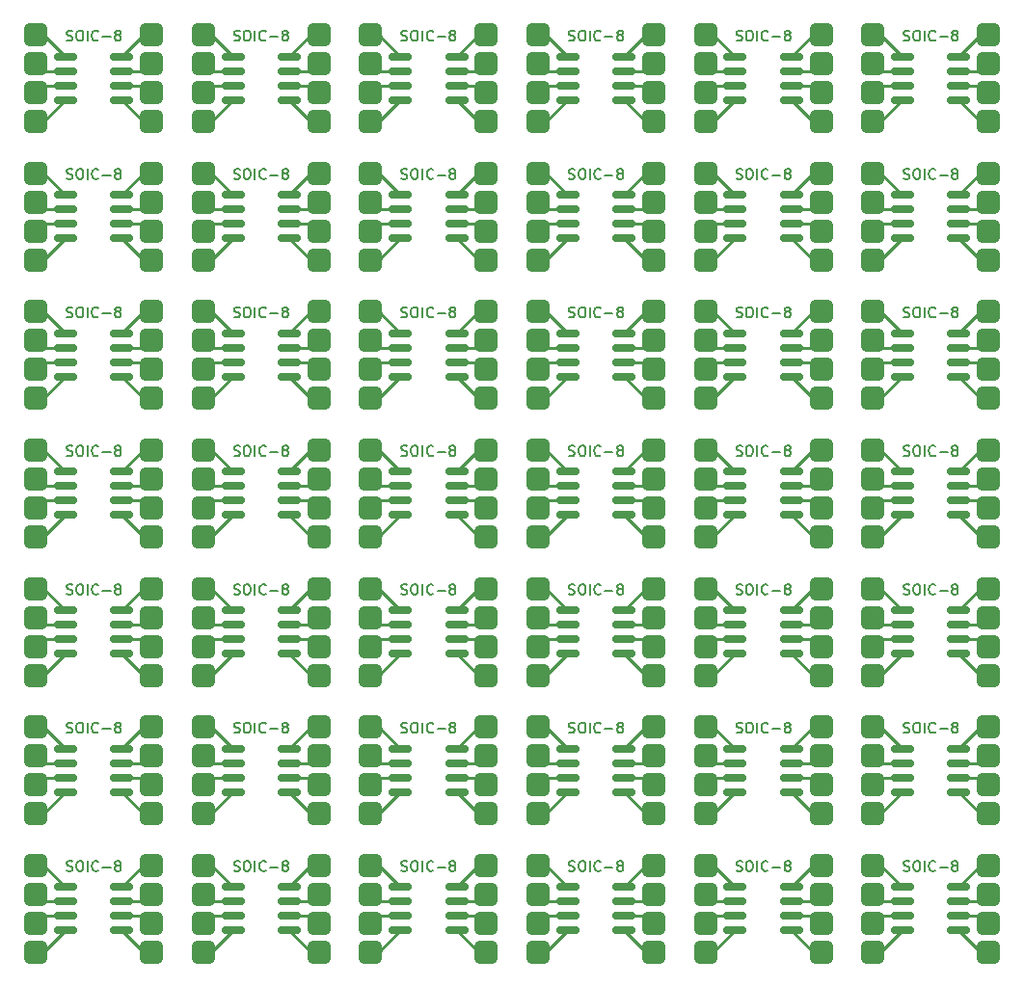
<source format=gbr>
%TF.GenerationSoftware,KiCad,Pcbnew,7.0.10-7.0.10~ubuntu22.04.1*%
%TF.CreationDate,2024-02-05T19:49:33+01:00*%
%TF.ProjectId,ManhattanPanels-SOIC8,4d616e68-6174-4746-916e-50616e656c73,rev?*%
%TF.SameCoordinates,Original*%
%TF.FileFunction,Copper,L1,Top*%
%TF.FilePolarity,Positive*%
%FSLAX46Y46*%
G04 Gerber Fmt 4.6, Leading zero omitted, Abs format (unit mm)*
G04 Created by KiCad (PCBNEW 7.0.10-7.0.10~ubuntu22.04.1) date 2024-02-05 19:49:33*
%MOMM*%
%LPD*%
G01*
G04 APERTURE LIST*
G04 Aperture macros list*
%AMRoundRect*
0 Rectangle with rounded corners*
0 $1 Rounding radius*
0 $2 $3 $4 $5 $6 $7 $8 $9 X,Y pos of 4 corners*
0 Add a 4 corners polygon primitive as box body*
4,1,4,$2,$3,$4,$5,$6,$7,$8,$9,$2,$3,0*
0 Add four circle primitives for the rounded corners*
1,1,$1+$1,$2,$3*
1,1,$1+$1,$4,$5*
1,1,$1+$1,$6,$7*
1,1,$1+$1,$8,$9*
0 Add four rect primitives between the rounded corners*
20,1,$1+$1,$2,$3,$4,$5,0*
20,1,$1+$1,$4,$5,$6,$7,0*
20,1,$1+$1,$6,$7,$8,$9,0*
20,1,$1+$1,$8,$9,$2,$3,0*%
G04 Aperture macros list end*
%ADD10C,0.187500*%
%TA.AperFunction,NonConductor*%
%ADD11C,0.187500*%
%TD*%
%TA.AperFunction,SMDPad,CuDef*%
%ADD12RoundRect,0.400000X-0.600000X-0.600000X0.600000X-0.600000X0.600000X0.600000X-0.600000X0.600000X0*%
%TD*%
%TA.AperFunction,SMDPad,CuDef*%
%ADD13RoundRect,0.150000X-0.825000X-0.150000X0.825000X-0.150000X0.825000X0.150000X-0.825000X0.150000X0*%
%TD*%
%TA.AperFunction,Conductor*%
%ADD14C,0.250000*%
%TD*%
G04 APERTURE END LIST*
D10*
D11*
X153471428Y-29742250D02*
X153600000Y-29785107D01*
X153600000Y-29785107D02*
X153814285Y-29785107D01*
X153814285Y-29785107D02*
X153900000Y-29742250D01*
X153900000Y-29742250D02*
X153942857Y-29699392D01*
X153942857Y-29699392D02*
X153985714Y-29613678D01*
X153985714Y-29613678D02*
X153985714Y-29527964D01*
X153985714Y-29527964D02*
X153942857Y-29442250D01*
X153942857Y-29442250D02*
X153900000Y-29399392D01*
X153900000Y-29399392D02*
X153814285Y-29356535D01*
X153814285Y-29356535D02*
X153642857Y-29313678D01*
X153642857Y-29313678D02*
X153557142Y-29270821D01*
X153557142Y-29270821D02*
X153514285Y-29227964D01*
X153514285Y-29227964D02*
X153471428Y-29142250D01*
X153471428Y-29142250D02*
X153471428Y-29056535D01*
X153471428Y-29056535D02*
X153514285Y-28970821D01*
X153514285Y-28970821D02*
X153557142Y-28927964D01*
X153557142Y-28927964D02*
X153642857Y-28885107D01*
X153642857Y-28885107D02*
X153857142Y-28885107D01*
X153857142Y-28885107D02*
X153985714Y-28927964D01*
X154542857Y-28885107D02*
X154714285Y-28885107D01*
X154714285Y-28885107D02*
X154800000Y-28927964D01*
X154800000Y-28927964D02*
X154885714Y-29013678D01*
X154885714Y-29013678D02*
X154928571Y-29185107D01*
X154928571Y-29185107D02*
X154928571Y-29485107D01*
X154928571Y-29485107D02*
X154885714Y-29656535D01*
X154885714Y-29656535D02*
X154800000Y-29742250D01*
X154800000Y-29742250D02*
X154714285Y-29785107D01*
X154714285Y-29785107D02*
X154542857Y-29785107D01*
X154542857Y-29785107D02*
X154457143Y-29742250D01*
X154457143Y-29742250D02*
X154371428Y-29656535D01*
X154371428Y-29656535D02*
X154328571Y-29485107D01*
X154328571Y-29485107D02*
X154328571Y-29185107D01*
X154328571Y-29185107D02*
X154371428Y-29013678D01*
X154371428Y-29013678D02*
X154457143Y-28927964D01*
X154457143Y-28927964D02*
X154542857Y-28885107D01*
X155314285Y-29785107D02*
X155314285Y-28885107D01*
X156257142Y-29699392D02*
X156214285Y-29742250D01*
X156214285Y-29742250D02*
X156085713Y-29785107D01*
X156085713Y-29785107D02*
X155999999Y-29785107D01*
X155999999Y-29785107D02*
X155871428Y-29742250D01*
X155871428Y-29742250D02*
X155785713Y-29656535D01*
X155785713Y-29656535D02*
X155742856Y-29570821D01*
X155742856Y-29570821D02*
X155699999Y-29399392D01*
X155699999Y-29399392D02*
X155699999Y-29270821D01*
X155699999Y-29270821D02*
X155742856Y-29099392D01*
X155742856Y-29099392D02*
X155785713Y-29013678D01*
X155785713Y-29013678D02*
X155871428Y-28927964D01*
X155871428Y-28927964D02*
X155999999Y-28885107D01*
X155999999Y-28885107D02*
X156085713Y-28885107D01*
X156085713Y-28885107D02*
X156214285Y-28927964D01*
X156214285Y-28927964D02*
X156257142Y-28970821D01*
X156642856Y-29442250D02*
X157328571Y-29442250D01*
X157885714Y-29270821D02*
X157799999Y-29227964D01*
X157799999Y-29227964D02*
X157757142Y-29185107D01*
X157757142Y-29185107D02*
X157714285Y-29099392D01*
X157714285Y-29099392D02*
X157714285Y-29056535D01*
X157714285Y-29056535D02*
X157757142Y-28970821D01*
X157757142Y-28970821D02*
X157799999Y-28927964D01*
X157799999Y-28927964D02*
X157885714Y-28885107D01*
X157885714Y-28885107D02*
X158057142Y-28885107D01*
X158057142Y-28885107D02*
X158142857Y-28927964D01*
X158142857Y-28927964D02*
X158185714Y-28970821D01*
X158185714Y-28970821D02*
X158228571Y-29056535D01*
X158228571Y-29056535D02*
X158228571Y-29099392D01*
X158228571Y-29099392D02*
X158185714Y-29185107D01*
X158185714Y-29185107D02*
X158142857Y-29227964D01*
X158142857Y-29227964D02*
X158057142Y-29270821D01*
X158057142Y-29270821D02*
X157885714Y-29270821D01*
X157885714Y-29270821D02*
X157799999Y-29313678D01*
X157799999Y-29313678D02*
X157757142Y-29356535D01*
X157757142Y-29356535D02*
X157714285Y-29442250D01*
X157714285Y-29442250D02*
X157714285Y-29613678D01*
X157714285Y-29613678D02*
X157757142Y-29699392D01*
X157757142Y-29699392D02*
X157799999Y-29742250D01*
X157799999Y-29742250D02*
X157885714Y-29785107D01*
X157885714Y-29785107D02*
X158057142Y-29785107D01*
X158057142Y-29785107D02*
X158142857Y-29742250D01*
X158142857Y-29742250D02*
X158185714Y-29699392D01*
X158185714Y-29699392D02*
X158228571Y-29613678D01*
X158228571Y-29613678D02*
X158228571Y-29442250D01*
X158228571Y-29442250D02*
X158185714Y-29356535D01*
X158185714Y-29356535D02*
X158142857Y-29313678D01*
X158142857Y-29313678D02*
X158057142Y-29270821D01*
D10*
D11*
X182871428Y-78382250D02*
X183000000Y-78425107D01*
X183000000Y-78425107D02*
X183214285Y-78425107D01*
X183214285Y-78425107D02*
X183300000Y-78382250D01*
X183300000Y-78382250D02*
X183342857Y-78339392D01*
X183342857Y-78339392D02*
X183385714Y-78253678D01*
X183385714Y-78253678D02*
X183385714Y-78167964D01*
X183385714Y-78167964D02*
X183342857Y-78082250D01*
X183342857Y-78082250D02*
X183300000Y-78039392D01*
X183300000Y-78039392D02*
X183214285Y-77996535D01*
X183214285Y-77996535D02*
X183042857Y-77953678D01*
X183042857Y-77953678D02*
X182957142Y-77910821D01*
X182957142Y-77910821D02*
X182914285Y-77867964D01*
X182914285Y-77867964D02*
X182871428Y-77782250D01*
X182871428Y-77782250D02*
X182871428Y-77696535D01*
X182871428Y-77696535D02*
X182914285Y-77610821D01*
X182914285Y-77610821D02*
X182957142Y-77567964D01*
X182957142Y-77567964D02*
X183042857Y-77525107D01*
X183042857Y-77525107D02*
X183257142Y-77525107D01*
X183257142Y-77525107D02*
X183385714Y-77567964D01*
X183942857Y-77525107D02*
X184114285Y-77525107D01*
X184114285Y-77525107D02*
X184200000Y-77567964D01*
X184200000Y-77567964D02*
X184285714Y-77653678D01*
X184285714Y-77653678D02*
X184328571Y-77825107D01*
X184328571Y-77825107D02*
X184328571Y-78125107D01*
X184328571Y-78125107D02*
X184285714Y-78296535D01*
X184285714Y-78296535D02*
X184200000Y-78382250D01*
X184200000Y-78382250D02*
X184114285Y-78425107D01*
X184114285Y-78425107D02*
X183942857Y-78425107D01*
X183942857Y-78425107D02*
X183857143Y-78382250D01*
X183857143Y-78382250D02*
X183771428Y-78296535D01*
X183771428Y-78296535D02*
X183728571Y-78125107D01*
X183728571Y-78125107D02*
X183728571Y-77825107D01*
X183728571Y-77825107D02*
X183771428Y-77653678D01*
X183771428Y-77653678D02*
X183857143Y-77567964D01*
X183857143Y-77567964D02*
X183942857Y-77525107D01*
X184714285Y-78425107D02*
X184714285Y-77525107D01*
X185657142Y-78339392D02*
X185614285Y-78382250D01*
X185614285Y-78382250D02*
X185485713Y-78425107D01*
X185485713Y-78425107D02*
X185399999Y-78425107D01*
X185399999Y-78425107D02*
X185271428Y-78382250D01*
X185271428Y-78382250D02*
X185185713Y-78296535D01*
X185185713Y-78296535D02*
X185142856Y-78210821D01*
X185142856Y-78210821D02*
X185099999Y-78039392D01*
X185099999Y-78039392D02*
X185099999Y-77910821D01*
X185099999Y-77910821D02*
X185142856Y-77739392D01*
X185142856Y-77739392D02*
X185185713Y-77653678D01*
X185185713Y-77653678D02*
X185271428Y-77567964D01*
X185271428Y-77567964D02*
X185399999Y-77525107D01*
X185399999Y-77525107D02*
X185485713Y-77525107D01*
X185485713Y-77525107D02*
X185614285Y-77567964D01*
X185614285Y-77567964D02*
X185657142Y-77610821D01*
X186042856Y-78082250D02*
X186728571Y-78082250D01*
X187285714Y-77910821D02*
X187199999Y-77867964D01*
X187199999Y-77867964D02*
X187157142Y-77825107D01*
X187157142Y-77825107D02*
X187114285Y-77739392D01*
X187114285Y-77739392D02*
X187114285Y-77696535D01*
X187114285Y-77696535D02*
X187157142Y-77610821D01*
X187157142Y-77610821D02*
X187199999Y-77567964D01*
X187199999Y-77567964D02*
X187285714Y-77525107D01*
X187285714Y-77525107D02*
X187457142Y-77525107D01*
X187457142Y-77525107D02*
X187542857Y-77567964D01*
X187542857Y-77567964D02*
X187585714Y-77610821D01*
X187585714Y-77610821D02*
X187628571Y-77696535D01*
X187628571Y-77696535D02*
X187628571Y-77739392D01*
X187628571Y-77739392D02*
X187585714Y-77825107D01*
X187585714Y-77825107D02*
X187542857Y-77867964D01*
X187542857Y-77867964D02*
X187457142Y-77910821D01*
X187457142Y-77910821D02*
X187285714Y-77910821D01*
X187285714Y-77910821D02*
X187199999Y-77953678D01*
X187199999Y-77953678D02*
X187157142Y-77996535D01*
X187157142Y-77996535D02*
X187114285Y-78082250D01*
X187114285Y-78082250D02*
X187114285Y-78253678D01*
X187114285Y-78253678D02*
X187157142Y-78339392D01*
X187157142Y-78339392D02*
X187199999Y-78382250D01*
X187199999Y-78382250D02*
X187285714Y-78425107D01*
X187285714Y-78425107D02*
X187457142Y-78425107D01*
X187457142Y-78425107D02*
X187542857Y-78382250D01*
X187542857Y-78382250D02*
X187585714Y-78339392D01*
X187585714Y-78339392D02*
X187628571Y-78253678D01*
X187628571Y-78253678D02*
X187628571Y-78082250D01*
X187628571Y-78082250D02*
X187585714Y-77996535D01*
X187585714Y-77996535D02*
X187542857Y-77953678D01*
X187542857Y-77953678D02*
X187457142Y-77910821D01*
D10*
D11*
X168171428Y-102702250D02*
X168300000Y-102745107D01*
X168300000Y-102745107D02*
X168514285Y-102745107D01*
X168514285Y-102745107D02*
X168600000Y-102702250D01*
X168600000Y-102702250D02*
X168642857Y-102659392D01*
X168642857Y-102659392D02*
X168685714Y-102573678D01*
X168685714Y-102573678D02*
X168685714Y-102487964D01*
X168685714Y-102487964D02*
X168642857Y-102402250D01*
X168642857Y-102402250D02*
X168600000Y-102359392D01*
X168600000Y-102359392D02*
X168514285Y-102316535D01*
X168514285Y-102316535D02*
X168342857Y-102273678D01*
X168342857Y-102273678D02*
X168257142Y-102230821D01*
X168257142Y-102230821D02*
X168214285Y-102187964D01*
X168214285Y-102187964D02*
X168171428Y-102102250D01*
X168171428Y-102102250D02*
X168171428Y-102016535D01*
X168171428Y-102016535D02*
X168214285Y-101930821D01*
X168214285Y-101930821D02*
X168257142Y-101887964D01*
X168257142Y-101887964D02*
X168342857Y-101845107D01*
X168342857Y-101845107D02*
X168557142Y-101845107D01*
X168557142Y-101845107D02*
X168685714Y-101887964D01*
X169242857Y-101845107D02*
X169414285Y-101845107D01*
X169414285Y-101845107D02*
X169500000Y-101887964D01*
X169500000Y-101887964D02*
X169585714Y-101973678D01*
X169585714Y-101973678D02*
X169628571Y-102145107D01*
X169628571Y-102145107D02*
X169628571Y-102445107D01*
X169628571Y-102445107D02*
X169585714Y-102616535D01*
X169585714Y-102616535D02*
X169500000Y-102702250D01*
X169500000Y-102702250D02*
X169414285Y-102745107D01*
X169414285Y-102745107D02*
X169242857Y-102745107D01*
X169242857Y-102745107D02*
X169157143Y-102702250D01*
X169157143Y-102702250D02*
X169071428Y-102616535D01*
X169071428Y-102616535D02*
X169028571Y-102445107D01*
X169028571Y-102445107D02*
X169028571Y-102145107D01*
X169028571Y-102145107D02*
X169071428Y-101973678D01*
X169071428Y-101973678D02*
X169157143Y-101887964D01*
X169157143Y-101887964D02*
X169242857Y-101845107D01*
X170014285Y-102745107D02*
X170014285Y-101845107D01*
X170957142Y-102659392D02*
X170914285Y-102702250D01*
X170914285Y-102702250D02*
X170785713Y-102745107D01*
X170785713Y-102745107D02*
X170699999Y-102745107D01*
X170699999Y-102745107D02*
X170571428Y-102702250D01*
X170571428Y-102702250D02*
X170485713Y-102616535D01*
X170485713Y-102616535D02*
X170442856Y-102530821D01*
X170442856Y-102530821D02*
X170399999Y-102359392D01*
X170399999Y-102359392D02*
X170399999Y-102230821D01*
X170399999Y-102230821D02*
X170442856Y-102059392D01*
X170442856Y-102059392D02*
X170485713Y-101973678D01*
X170485713Y-101973678D02*
X170571428Y-101887964D01*
X170571428Y-101887964D02*
X170699999Y-101845107D01*
X170699999Y-101845107D02*
X170785713Y-101845107D01*
X170785713Y-101845107D02*
X170914285Y-101887964D01*
X170914285Y-101887964D02*
X170957142Y-101930821D01*
X171342856Y-102402250D02*
X172028571Y-102402250D01*
X172585714Y-102230821D02*
X172499999Y-102187964D01*
X172499999Y-102187964D02*
X172457142Y-102145107D01*
X172457142Y-102145107D02*
X172414285Y-102059392D01*
X172414285Y-102059392D02*
X172414285Y-102016535D01*
X172414285Y-102016535D02*
X172457142Y-101930821D01*
X172457142Y-101930821D02*
X172499999Y-101887964D01*
X172499999Y-101887964D02*
X172585714Y-101845107D01*
X172585714Y-101845107D02*
X172757142Y-101845107D01*
X172757142Y-101845107D02*
X172842857Y-101887964D01*
X172842857Y-101887964D02*
X172885714Y-101930821D01*
X172885714Y-101930821D02*
X172928571Y-102016535D01*
X172928571Y-102016535D02*
X172928571Y-102059392D01*
X172928571Y-102059392D02*
X172885714Y-102145107D01*
X172885714Y-102145107D02*
X172842857Y-102187964D01*
X172842857Y-102187964D02*
X172757142Y-102230821D01*
X172757142Y-102230821D02*
X172585714Y-102230821D01*
X172585714Y-102230821D02*
X172499999Y-102273678D01*
X172499999Y-102273678D02*
X172457142Y-102316535D01*
X172457142Y-102316535D02*
X172414285Y-102402250D01*
X172414285Y-102402250D02*
X172414285Y-102573678D01*
X172414285Y-102573678D02*
X172457142Y-102659392D01*
X172457142Y-102659392D02*
X172499999Y-102702250D01*
X172499999Y-102702250D02*
X172585714Y-102745107D01*
X172585714Y-102745107D02*
X172757142Y-102745107D01*
X172757142Y-102745107D02*
X172842857Y-102702250D01*
X172842857Y-102702250D02*
X172885714Y-102659392D01*
X172885714Y-102659392D02*
X172928571Y-102573678D01*
X172928571Y-102573678D02*
X172928571Y-102402250D01*
X172928571Y-102402250D02*
X172885714Y-102316535D01*
X172885714Y-102316535D02*
X172842857Y-102273678D01*
X172842857Y-102273678D02*
X172757142Y-102230821D01*
D10*
D11*
X138771428Y-102702250D02*
X138900000Y-102745107D01*
X138900000Y-102745107D02*
X139114285Y-102745107D01*
X139114285Y-102745107D02*
X139200000Y-102702250D01*
X139200000Y-102702250D02*
X139242857Y-102659392D01*
X139242857Y-102659392D02*
X139285714Y-102573678D01*
X139285714Y-102573678D02*
X139285714Y-102487964D01*
X139285714Y-102487964D02*
X139242857Y-102402250D01*
X139242857Y-102402250D02*
X139200000Y-102359392D01*
X139200000Y-102359392D02*
X139114285Y-102316535D01*
X139114285Y-102316535D02*
X138942857Y-102273678D01*
X138942857Y-102273678D02*
X138857142Y-102230821D01*
X138857142Y-102230821D02*
X138814285Y-102187964D01*
X138814285Y-102187964D02*
X138771428Y-102102250D01*
X138771428Y-102102250D02*
X138771428Y-102016535D01*
X138771428Y-102016535D02*
X138814285Y-101930821D01*
X138814285Y-101930821D02*
X138857142Y-101887964D01*
X138857142Y-101887964D02*
X138942857Y-101845107D01*
X138942857Y-101845107D02*
X139157142Y-101845107D01*
X139157142Y-101845107D02*
X139285714Y-101887964D01*
X139842857Y-101845107D02*
X140014285Y-101845107D01*
X140014285Y-101845107D02*
X140100000Y-101887964D01*
X140100000Y-101887964D02*
X140185714Y-101973678D01*
X140185714Y-101973678D02*
X140228571Y-102145107D01*
X140228571Y-102145107D02*
X140228571Y-102445107D01*
X140228571Y-102445107D02*
X140185714Y-102616535D01*
X140185714Y-102616535D02*
X140100000Y-102702250D01*
X140100000Y-102702250D02*
X140014285Y-102745107D01*
X140014285Y-102745107D02*
X139842857Y-102745107D01*
X139842857Y-102745107D02*
X139757143Y-102702250D01*
X139757143Y-102702250D02*
X139671428Y-102616535D01*
X139671428Y-102616535D02*
X139628571Y-102445107D01*
X139628571Y-102445107D02*
X139628571Y-102145107D01*
X139628571Y-102145107D02*
X139671428Y-101973678D01*
X139671428Y-101973678D02*
X139757143Y-101887964D01*
X139757143Y-101887964D02*
X139842857Y-101845107D01*
X140614285Y-102745107D02*
X140614285Y-101845107D01*
X141557142Y-102659392D02*
X141514285Y-102702250D01*
X141514285Y-102702250D02*
X141385713Y-102745107D01*
X141385713Y-102745107D02*
X141299999Y-102745107D01*
X141299999Y-102745107D02*
X141171428Y-102702250D01*
X141171428Y-102702250D02*
X141085713Y-102616535D01*
X141085713Y-102616535D02*
X141042856Y-102530821D01*
X141042856Y-102530821D02*
X140999999Y-102359392D01*
X140999999Y-102359392D02*
X140999999Y-102230821D01*
X140999999Y-102230821D02*
X141042856Y-102059392D01*
X141042856Y-102059392D02*
X141085713Y-101973678D01*
X141085713Y-101973678D02*
X141171428Y-101887964D01*
X141171428Y-101887964D02*
X141299999Y-101845107D01*
X141299999Y-101845107D02*
X141385713Y-101845107D01*
X141385713Y-101845107D02*
X141514285Y-101887964D01*
X141514285Y-101887964D02*
X141557142Y-101930821D01*
X141942856Y-102402250D02*
X142628571Y-102402250D01*
X143185714Y-102230821D02*
X143099999Y-102187964D01*
X143099999Y-102187964D02*
X143057142Y-102145107D01*
X143057142Y-102145107D02*
X143014285Y-102059392D01*
X143014285Y-102059392D02*
X143014285Y-102016535D01*
X143014285Y-102016535D02*
X143057142Y-101930821D01*
X143057142Y-101930821D02*
X143099999Y-101887964D01*
X143099999Y-101887964D02*
X143185714Y-101845107D01*
X143185714Y-101845107D02*
X143357142Y-101845107D01*
X143357142Y-101845107D02*
X143442857Y-101887964D01*
X143442857Y-101887964D02*
X143485714Y-101930821D01*
X143485714Y-101930821D02*
X143528571Y-102016535D01*
X143528571Y-102016535D02*
X143528571Y-102059392D01*
X143528571Y-102059392D02*
X143485714Y-102145107D01*
X143485714Y-102145107D02*
X143442857Y-102187964D01*
X143442857Y-102187964D02*
X143357142Y-102230821D01*
X143357142Y-102230821D02*
X143185714Y-102230821D01*
X143185714Y-102230821D02*
X143099999Y-102273678D01*
X143099999Y-102273678D02*
X143057142Y-102316535D01*
X143057142Y-102316535D02*
X143014285Y-102402250D01*
X143014285Y-102402250D02*
X143014285Y-102573678D01*
X143014285Y-102573678D02*
X143057142Y-102659392D01*
X143057142Y-102659392D02*
X143099999Y-102702250D01*
X143099999Y-102702250D02*
X143185714Y-102745107D01*
X143185714Y-102745107D02*
X143357142Y-102745107D01*
X143357142Y-102745107D02*
X143442857Y-102702250D01*
X143442857Y-102702250D02*
X143485714Y-102659392D01*
X143485714Y-102659392D02*
X143528571Y-102573678D01*
X143528571Y-102573678D02*
X143528571Y-102402250D01*
X143528571Y-102402250D02*
X143485714Y-102316535D01*
X143485714Y-102316535D02*
X143442857Y-102273678D01*
X143442857Y-102273678D02*
X143357142Y-102230821D01*
D10*
D11*
X168171428Y-90542250D02*
X168300000Y-90585107D01*
X168300000Y-90585107D02*
X168514285Y-90585107D01*
X168514285Y-90585107D02*
X168600000Y-90542250D01*
X168600000Y-90542250D02*
X168642857Y-90499392D01*
X168642857Y-90499392D02*
X168685714Y-90413678D01*
X168685714Y-90413678D02*
X168685714Y-90327964D01*
X168685714Y-90327964D02*
X168642857Y-90242250D01*
X168642857Y-90242250D02*
X168600000Y-90199392D01*
X168600000Y-90199392D02*
X168514285Y-90156535D01*
X168514285Y-90156535D02*
X168342857Y-90113678D01*
X168342857Y-90113678D02*
X168257142Y-90070821D01*
X168257142Y-90070821D02*
X168214285Y-90027964D01*
X168214285Y-90027964D02*
X168171428Y-89942250D01*
X168171428Y-89942250D02*
X168171428Y-89856535D01*
X168171428Y-89856535D02*
X168214285Y-89770821D01*
X168214285Y-89770821D02*
X168257142Y-89727964D01*
X168257142Y-89727964D02*
X168342857Y-89685107D01*
X168342857Y-89685107D02*
X168557142Y-89685107D01*
X168557142Y-89685107D02*
X168685714Y-89727964D01*
X169242857Y-89685107D02*
X169414285Y-89685107D01*
X169414285Y-89685107D02*
X169500000Y-89727964D01*
X169500000Y-89727964D02*
X169585714Y-89813678D01*
X169585714Y-89813678D02*
X169628571Y-89985107D01*
X169628571Y-89985107D02*
X169628571Y-90285107D01*
X169628571Y-90285107D02*
X169585714Y-90456535D01*
X169585714Y-90456535D02*
X169500000Y-90542250D01*
X169500000Y-90542250D02*
X169414285Y-90585107D01*
X169414285Y-90585107D02*
X169242857Y-90585107D01*
X169242857Y-90585107D02*
X169157143Y-90542250D01*
X169157143Y-90542250D02*
X169071428Y-90456535D01*
X169071428Y-90456535D02*
X169028571Y-90285107D01*
X169028571Y-90285107D02*
X169028571Y-89985107D01*
X169028571Y-89985107D02*
X169071428Y-89813678D01*
X169071428Y-89813678D02*
X169157143Y-89727964D01*
X169157143Y-89727964D02*
X169242857Y-89685107D01*
X170014285Y-90585107D02*
X170014285Y-89685107D01*
X170957142Y-90499392D02*
X170914285Y-90542250D01*
X170914285Y-90542250D02*
X170785713Y-90585107D01*
X170785713Y-90585107D02*
X170699999Y-90585107D01*
X170699999Y-90585107D02*
X170571428Y-90542250D01*
X170571428Y-90542250D02*
X170485713Y-90456535D01*
X170485713Y-90456535D02*
X170442856Y-90370821D01*
X170442856Y-90370821D02*
X170399999Y-90199392D01*
X170399999Y-90199392D02*
X170399999Y-90070821D01*
X170399999Y-90070821D02*
X170442856Y-89899392D01*
X170442856Y-89899392D02*
X170485713Y-89813678D01*
X170485713Y-89813678D02*
X170571428Y-89727964D01*
X170571428Y-89727964D02*
X170699999Y-89685107D01*
X170699999Y-89685107D02*
X170785713Y-89685107D01*
X170785713Y-89685107D02*
X170914285Y-89727964D01*
X170914285Y-89727964D02*
X170957142Y-89770821D01*
X171342856Y-90242250D02*
X172028571Y-90242250D01*
X172585714Y-90070821D02*
X172499999Y-90027964D01*
X172499999Y-90027964D02*
X172457142Y-89985107D01*
X172457142Y-89985107D02*
X172414285Y-89899392D01*
X172414285Y-89899392D02*
X172414285Y-89856535D01*
X172414285Y-89856535D02*
X172457142Y-89770821D01*
X172457142Y-89770821D02*
X172499999Y-89727964D01*
X172499999Y-89727964D02*
X172585714Y-89685107D01*
X172585714Y-89685107D02*
X172757142Y-89685107D01*
X172757142Y-89685107D02*
X172842857Y-89727964D01*
X172842857Y-89727964D02*
X172885714Y-89770821D01*
X172885714Y-89770821D02*
X172928571Y-89856535D01*
X172928571Y-89856535D02*
X172928571Y-89899392D01*
X172928571Y-89899392D02*
X172885714Y-89985107D01*
X172885714Y-89985107D02*
X172842857Y-90027964D01*
X172842857Y-90027964D02*
X172757142Y-90070821D01*
X172757142Y-90070821D02*
X172585714Y-90070821D01*
X172585714Y-90070821D02*
X172499999Y-90113678D01*
X172499999Y-90113678D02*
X172457142Y-90156535D01*
X172457142Y-90156535D02*
X172414285Y-90242250D01*
X172414285Y-90242250D02*
X172414285Y-90413678D01*
X172414285Y-90413678D02*
X172457142Y-90499392D01*
X172457142Y-90499392D02*
X172499999Y-90542250D01*
X172499999Y-90542250D02*
X172585714Y-90585107D01*
X172585714Y-90585107D02*
X172757142Y-90585107D01*
X172757142Y-90585107D02*
X172842857Y-90542250D01*
X172842857Y-90542250D02*
X172885714Y-90499392D01*
X172885714Y-90499392D02*
X172928571Y-90413678D01*
X172928571Y-90413678D02*
X172928571Y-90242250D01*
X172928571Y-90242250D02*
X172885714Y-90156535D01*
X172885714Y-90156535D02*
X172842857Y-90113678D01*
X172842857Y-90113678D02*
X172757142Y-90070821D01*
D10*
D11*
X182871428Y-54062250D02*
X183000000Y-54105107D01*
X183000000Y-54105107D02*
X183214285Y-54105107D01*
X183214285Y-54105107D02*
X183300000Y-54062250D01*
X183300000Y-54062250D02*
X183342857Y-54019392D01*
X183342857Y-54019392D02*
X183385714Y-53933678D01*
X183385714Y-53933678D02*
X183385714Y-53847964D01*
X183385714Y-53847964D02*
X183342857Y-53762250D01*
X183342857Y-53762250D02*
X183300000Y-53719392D01*
X183300000Y-53719392D02*
X183214285Y-53676535D01*
X183214285Y-53676535D02*
X183042857Y-53633678D01*
X183042857Y-53633678D02*
X182957142Y-53590821D01*
X182957142Y-53590821D02*
X182914285Y-53547964D01*
X182914285Y-53547964D02*
X182871428Y-53462250D01*
X182871428Y-53462250D02*
X182871428Y-53376535D01*
X182871428Y-53376535D02*
X182914285Y-53290821D01*
X182914285Y-53290821D02*
X182957142Y-53247964D01*
X182957142Y-53247964D02*
X183042857Y-53205107D01*
X183042857Y-53205107D02*
X183257142Y-53205107D01*
X183257142Y-53205107D02*
X183385714Y-53247964D01*
X183942857Y-53205107D02*
X184114285Y-53205107D01*
X184114285Y-53205107D02*
X184200000Y-53247964D01*
X184200000Y-53247964D02*
X184285714Y-53333678D01*
X184285714Y-53333678D02*
X184328571Y-53505107D01*
X184328571Y-53505107D02*
X184328571Y-53805107D01*
X184328571Y-53805107D02*
X184285714Y-53976535D01*
X184285714Y-53976535D02*
X184200000Y-54062250D01*
X184200000Y-54062250D02*
X184114285Y-54105107D01*
X184114285Y-54105107D02*
X183942857Y-54105107D01*
X183942857Y-54105107D02*
X183857143Y-54062250D01*
X183857143Y-54062250D02*
X183771428Y-53976535D01*
X183771428Y-53976535D02*
X183728571Y-53805107D01*
X183728571Y-53805107D02*
X183728571Y-53505107D01*
X183728571Y-53505107D02*
X183771428Y-53333678D01*
X183771428Y-53333678D02*
X183857143Y-53247964D01*
X183857143Y-53247964D02*
X183942857Y-53205107D01*
X184714285Y-54105107D02*
X184714285Y-53205107D01*
X185657142Y-54019392D02*
X185614285Y-54062250D01*
X185614285Y-54062250D02*
X185485713Y-54105107D01*
X185485713Y-54105107D02*
X185399999Y-54105107D01*
X185399999Y-54105107D02*
X185271428Y-54062250D01*
X185271428Y-54062250D02*
X185185713Y-53976535D01*
X185185713Y-53976535D02*
X185142856Y-53890821D01*
X185142856Y-53890821D02*
X185099999Y-53719392D01*
X185099999Y-53719392D02*
X185099999Y-53590821D01*
X185099999Y-53590821D02*
X185142856Y-53419392D01*
X185142856Y-53419392D02*
X185185713Y-53333678D01*
X185185713Y-53333678D02*
X185271428Y-53247964D01*
X185271428Y-53247964D02*
X185399999Y-53205107D01*
X185399999Y-53205107D02*
X185485713Y-53205107D01*
X185485713Y-53205107D02*
X185614285Y-53247964D01*
X185614285Y-53247964D02*
X185657142Y-53290821D01*
X186042856Y-53762250D02*
X186728571Y-53762250D01*
X187285714Y-53590821D02*
X187199999Y-53547964D01*
X187199999Y-53547964D02*
X187157142Y-53505107D01*
X187157142Y-53505107D02*
X187114285Y-53419392D01*
X187114285Y-53419392D02*
X187114285Y-53376535D01*
X187114285Y-53376535D02*
X187157142Y-53290821D01*
X187157142Y-53290821D02*
X187199999Y-53247964D01*
X187199999Y-53247964D02*
X187285714Y-53205107D01*
X187285714Y-53205107D02*
X187457142Y-53205107D01*
X187457142Y-53205107D02*
X187542857Y-53247964D01*
X187542857Y-53247964D02*
X187585714Y-53290821D01*
X187585714Y-53290821D02*
X187628571Y-53376535D01*
X187628571Y-53376535D02*
X187628571Y-53419392D01*
X187628571Y-53419392D02*
X187585714Y-53505107D01*
X187585714Y-53505107D02*
X187542857Y-53547964D01*
X187542857Y-53547964D02*
X187457142Y-53590821D01*
X187457142Y-53590821D02*
X187285714Y-53590821D01*
X187285714Y-53590821D02*
X187199999Y-53633678D01*
X187199999Y-53633678D02*
X187157142Y-53676535D01*
X187157142Y-53676535D02*
X187114285Y-53762250D01*
X187114285Y-53762250D02*
X187114285Y-53933678D01*
X187114285Y-53933678D02*
X187157142Y-54019392D01*
X187157142Y-54019392D02*
X187199999Y-54062250D01*
X187199999Y-54062250D02*
X187285714Y-54105107D01*
X187285714Y-54105107D02*
X187457142Y-54105107D01*
X187457142Y-54105107D02*
X187542857Y-54062250D01*
X187542857Y-54062250D02*
X187585714Y-54019392D01*
X187585714Y-54019392D02*
X187628571Y-53933678D01*
X187628571Y-53933678D02*
X187628571Y-53762250D01*
X187628571Y-53762250D02*
X187585714Y-53676535D01*
X187585714Y-53676535D02*
X187542857Y-53633678D01*
X187542857Y-53633678D02*
X187457142Y-53590821D01*
D10*
D11*
X124071428Y-78382250D02*
X124200000Y-78425107D01*
X124200000Y-78425107D02*
X124414285Y-78425107D01*
X124414285Y-78425107D02*
X124500000Y-78382250D01*
X124500000Y-78382250D02*
X124542857Y-78339392D01*
X124542857Y-78339392D02*
X124585714Y-78253678D01*
X124585714Y-78253678D02*
X124585714Y-78167964D01*
X124585714Y-78167964D02*
X124542857Y-78082250D01*
X124542857Y-78082250D02*
X124500000Y-78039392D01*
X124500000Y-78039392D02*
X124414285Y-77996535D01*
X124414285Y-77996535D02*
X124242857Y-77953678D01*
X124242857Y-77953678D02*
X124157142Y-77910821D01*
X124157142Y-77910821D02*
X124114285Y-77867964D01*
X124114285Y-77867964D02*
X124071428Y-77782250D01*
X124071428Y-77782250D02*
X124071428Y-77696535D01*
X124071428Y-77696535D02*
X124114285Y-77610821D01*
X124114285Y-77610821D02*
X124157142Y-77567964D01*
X124157142Y-77567964D02*
X124242857Y-77525107D01*
X124242857Y-77525107D02*
X124457142Y-77525107D01*
X124457142Y-77525107D02*
X124585714Y-77567964D01*
X125142857Y-77525107D02*
X125314285Y-77525107D01*
X125314285Y-77525107D02*
X125400000Y-77567964D01*
X125400000Y-77567964D02*
X125485714Y-77653678D01*
X125485714Y-77653678D02*
X125528571Y-77825107D01*
X125528571Y-77825107D02*
X125528571Y-78125107D01*
X125528571Y-78125107D02*
X125485714Y-78296535D01*
X125485714Y-78296535D02*
X125400000Y-78382250D01*
X125400000Y-78382250D02*
X125314285Y-78425107D01*
X125314285Y-78425107D02*
X125142857Y-78425107D01*
X125142857Y-78425107D02*
X125057143Y-78382250D01*
X125057143Y-78382250D02*
X124971428Y-78296535D01*
X124971428Y-78296535D02*
X124928571Y-78125107D01*
X124928571Y-78125107D02*
X124928571Y-77825107D01*
X124928571Y-77825107D02*
X124971428Y-77653678D01*
X124971428Y-77653678D02*
X125057143Y-77567964D01*
X125057143Y-77567964D02*
X125142857Y-77525107D01*
X125914285Y-78425107D02*
X125914285Y-77525107D01*
X126857142Y-78339392D02*
X126814285Y-78382250D01*
X126814285Y-78382250D02*
X126685713Y-78425107D01*
X126685713Y-78425107D02*
X126599999Y-78425107D01*
X126599999Y-78425107D02*
X126471428Y-78382250D01*
X126471428Y-78382250D02*
X126385713Y-78296535D01*
X126385713Y-78296535D02*
X126342856Y-78210821D01*
X126342856Y-78210821D02*
X126299999Y-78039392D01*
X126299999Y-78039392D02*
X126299999Y-77910821D01*
X126299999Y-77910821D02*
X126342856Y-77739392D01*
X126342856Y-77739392D02*
X126385713Y-77653678D01*
X126385713Y-77653678D02*
X126471428Y-77567964D01*
X126471428Y-77567964D02*
X126599999Y-77525107D01*
X126599999Y-77525107D02*
X126685713Y-77525107D01*
X126685713Y-77525107D02*
X126814285Y-77567964D01*
X126814285Y-77567964D02*
X126857142Y-77610821D01*
X127242856Y-78082250D02*
X127928571Y-78082250D01*
X128485714Y-77910821D02*
X128399999Y-77867964D01*
X128399999Y-77867964D02*
X128357142Y-77825107D01*
X128357142Y-77825107D02*
X128314285Y-77739392D01*
X128314285Y-77739392D02*
X128314285Y-77696535D01*
X128314285Y-77696535D02*
X128357142Y-77610821D01*
X128357142Y-77610821D02*
X128399999Y-77567964D01*
X128399999Y-77567964D02*
X128485714Y-77525107D01*
X128485714Y-77525107D02*
X128657142Y-77525107D01*
X128657142Y-77525107D02*
X128742857Y-77567964D01*
X128742857Y-77567964D02*
X128785714Y-77610821D01*
X128785714Y-77610821D02*
X128828571Y-77696535D01*
X128828571Y-77696535D02*
X128828571Y-77739392D01*
X128828571Y-77739392D02*
X128785714Y-77825107D01*
X128785714Y-77825107D02*
X128742857Y-77867964D01*
X128742857Y-77867964D02*
X128657142Y-77910821D01*
X128657142Y-77910821D02*
X128485714Y-77910821D01*
X128485714Y-77910821D02*
X128399999Y-77953678D01*
X128399999Y-77953678D02*
X128357142Y-77996535D01*
X128357142Y-77996535D02*
X128314285Y-78082250D01*
X128314285Y-78082250D02*
X128314285Y-78253678D01*
X128314285Y-78253678D02*
X128357142Y-78339392D01*
X128357142Y-78339392D02*
X128399999Y-78382250D01*
X128399999Y-78382250D02*
X128485714Y-78425107D01*
X128485714Y-78425107D02*
X128657142Y-78425107D01*
X128657142Y-78425107D02*
X128742857Y-78382250D01*
X128742857Y-78382250D02*
X128785714Y-78339392D01*
X128785714Y-78339392D02*
X128828571Y-78253678D01*
X128828571Y-78253678D02*
X128828571Y-78082250D01*
X128828571Y-78082250D02*
X128785714Y-77996535D01*
X128785714Y-77996535D02*
X128742857Y-77953678D01*
X128742857Y-77953678D02*
X128657142Y-77910821D01*
D10*
D11*
X124071428Y-29742250D02*
X124200000Y-29785107D01*
X124200000Y-29785107D02*
X124414285Y-29785107D01*
X124414285Y-29785107D02*
X124500000Y-29742250D01*
X124500000Y-29742250D02*
X124542857Y-29699392D01*
X124542857Y-29699392D02*
X124585714Y-29613678D01*
X124585714Y-29613678D02*
X124585714Y-29527964D01*
X124585714Y-29527964D02*
X124542857Y-29442250D01*
X124542857Y-29442250D02*
X124500000Y-29399392D01*
X124500000Y-29399392D02*
X124414285Y-29356535D01*
X124414285Y-29356535D02*
X124242857Y-29313678D01*
X124242857Y-29313678D02*
X124157142Y-29270821D01*
X124157142Y-29270821D02*
X124114285Y-29227964D01*
X124114285Y-29227964D02*
X124071428Y-29142250D01*
X124071428Y-29142250D02*
X124071428Y-29056535D01*
X124071428Y-29056535D02*
X124114285Y-28970821D01*
X124114285Y-28970821D02*
X124157142Y-28927964D01*
X124157142Y-28927964D02*
X124242857Y-28885107D01*
X124242857Y-28885107D02*
X124457142Y-28885107D01*
X124457142Y-28885107D02*
X124585714Y-28927964D01*
X125142857Y-28885107D02*
X125314285Y-28885107D01*
X125314285Y-28885107D02*
X125400000Y-28927964D01*
X125400000Y-28927964D02*
X125485714Y-29013678D01*
X125485714Y-29013678D02*
X125528571Y-29185107D01*
X125528571Y-29185107D02*
X125528571Y-29485107D01*
X125528571Y-29485107D02*
X125485714Y-29656535D01*
X125485714Y-29656535D02*
X125400000Y-29742250D01*
X125400000Y-29742250D02*
X125314285Y-29785107D01*
X125314285Y-29785107D02*
X125142857Y-29785107D01*
X125142857Y-29785107D02*
X125057143Y-29742250D01*
X125057143Y-29742250D02*
X124971428Y-29656535D01*
X124971428Y-29656535D02*
X124928571Y-29485107D01*
X124928571Y-29485107D02*
X124928571Y-29185107D01*
X124928571Y-29185107D02*
X124971428Y-29013678D01*
X124971428Y-29013678D02*
X125057143Y-28927964D01*
X125057143Y-28927964D02*
X125142857Y-28885107D01*
X125914285Y-29785107D02*
X125914285Y-28885107D01*
X126857142Y-29699392D02*
X126814285Y-29742250D01*
X126814285Y-29742250D02*
X126685713Y-29785107D01*
X126685713Y-29785107D02*
X126599999Y-29785107D01*
X126599999Y-29785107D02*
X126471428Y-29742250D01*
X126471428Y-29742250D02*
X126385713Y-29656535D01*
X126385713Y-29656535D02*
X126342856Y-29570821D01*
X126342856Y-29570821D02*
X126299999Y-29399392D01*
X126299999Y-29399392D02*
X126299999Y-29270821D01*
X126299999Y-29270821D02*
X126342856Y-29099392D01*
X126342856Y-29099392D02*
X126385713Y-29013678D01*
X126385713Y-29013678D02*
X126471428Y-28927964D01*
X126471428Y-28927964D02*
X126599999Y-28885107D01*
X126599999Y-28885107D02*
X126685713Y-28885107D01*
X126685713Y-28885107D02*
X126814285Y-28927964D01*
X126814285Y-28927964D02*
X126857142Y-28970821D01*
X127242856Y-29442250D02*
X127928571Y-29442250D01*
X128485714Y-29270821D02*
X128399999Y-29227964D01*
X128399999Y-29227964D02*
X128357142Y-29185107D01*
X128357142Y-29185107D02*
X128314285Y-29099392D01*
X128314285Y-29099392D02*
X128314285Y-29056535D01*
X128314285Y-29056535D02*
X128357142Y-28970821D01*
X128357142Y-28970821D02*
X128399999Y-28927964D01*
X128399999Y-28927964D02*
X128485714Y-28885107D01*
X128485714Y-28885107D02*
X128657142Y-28885107D01*
X128657142Y-28885107D02*
X128742857Y-28927964D01*
X128742857Y-28927964D02*
X128785714Y-28970821D01*
X128785714Y-28970821D02*
X128828571Y-29056535D01*
X128828571Y-29056535D02*
X128828571Y-29099392D01*
X128828571Y-29099392D02*
X128785714Y-29185107D01*
X128785714Y-29185107D02*
X128742857Y-29227964D01*
X128742857Y-29227964D02*
X128657142Y-29270821D01*
X128657142Y-29270821D02*
X128485714Y-29270821D01*
X128485714Y-29270821D02*
X128399999Y-29313678D01*
X128399999Y-29313678D02*
X128357142Y-29356535D01*
X128357142Y-29356535D02*
X128314285Y-29442250D01*
X128314285Y-29442250D02*
X128314285Y-29613678D01*
X128314285Y-29613678D02*
X128357142Y-29699392D01*
X128357142Y-29699392D02*
X128399999Y-29742250D01*
X128399999Y-29742250D02*
X128485714Y-29785107D01*
X128485714Y-29785107D02*
X128657142Y-29785107D01*
X128657142Y-29785107D02*
X128742857Y-29742250D01*
X128742857Y-29742250D02*
X128785714Y-29699392D01*
X128785714Y-29699392D02*
X128828571Y-29613678D01*
X128828571Y-29613678D02*
X128828571Y-29442250D01*
X128828571Y-29442250D02*
X128785714Y-29356535D01*
X128785714Y-29356535D02*
X128742857Y-29313678D01*
X128742857Y-29313678D02*
X128657142Y-29270821D01*
D10*
D11*
X182871428Y-90542250D02*
X183000000Y-90585107D01*
X183000000Y-90585107D02*
X183214285Y-90585107D01*
X183214285Y-90585107D02*
X183300000Y-90542250D01*
X183300000Y-90542250D02*
X183342857Y-90499392D01*
X183342857Y-90499392D02*
X183385714Y-90413678D01*
X183385714Y-90413678D02*
X183385714Y-90327964D01*
X183385714Y-90327964D02*
X183342857Y-90242250D01*
X183342857Y-90242250D02*
X183300000Y-90199392D01*
X183300000Y-90199392D02*
X183214285Y-90156535D01*
X183214285Y-90156535D02*
X183042857Y-90113678D01*
X183042857Y-90113678D02*
X182957142Y-90070821D01*
X182957142Y-90070821D02*
X182914285Y-90027964D01*
X182914285Y-90027964D02*
X182871428Y-89942250D01*
X182871428Y-89942250D02*
X182871428Y-89856535D01*
X182871428Y-89856535D02*
X182914285Y-89770821D01*
X182914285Y-89770821D02*
X182957142Y-89727964D01*
X182957142Y-89727964D02*
X183042857Y-89685107D01*
X183042857Y-89685107D02*
X183257142Y-89685107D01*
X183257142Y-89685107D02*
X183385714Y-89727964D01*
X183942857Y-89685107D02*
X184114285Y-89685107D01*
X184114285Y-89685107D02*
X184200000Y-89727964D01*
X184200000Y-89727964D02*
X184285714Y-89813678D01*
X184285714Y-89813678D02*
X184328571Y-89985107D01*
X184328571Y-89985107D02*
X184328571Y-90285107D01*
X184328571Y-90285107D02*
X184285714Y-90456535D01*
X184285714Y-90456535D02*
X184200000Y-90542250D01*
X184200000Y-90542250D02*
X184114285Y-90585107D01*
X184114285Y-90585107D02*
X183942857Y-90585107D01*
X183942857Y-90585107D02*
X183857143Y-90542250D01*
X183857143Y-90542250D02*
X183771428Y-90456535D01*
X183771428Y-90456535D02*
X183728571Y-90285107D01*
X183728571Y-90285107D02*
X183728571Y-89985107D01*
X183728571Y-89985107D02*
X183771428Y-89813678D01*
X183771428Y-89813678D02*
X183857143Y-89727964D01*
X183857143Y-89727964D02*
X183942857Y-89685107D01*
X184714285Y-90585107D02*
X184714285Y-89685107D01*
X185657142Y-90499392D02*
X185614285Y-90542250D01*
X185614285Y-90542250D02*
X185485713Y-90585107D01*
X185485713Y-90585107D02*
X185399999Y-90585107D01*
X185399999Y-90585107D02*
X185271428Y-90542250D01*
X185271428Y-90542250D02*
X185185713Y-90456535D01*
X185185713Y-90456535D02*
X185142856Y-90370821D01*
X185142856Y-90370821D02*
X185099999Y-90199392D01*
X185099999Y-90199392D02*
X185099999Y-90070821D01*
X185099999Y-90070821D02*
X185142856Y-89899392D01*
X185142856Y-89899392D02*
X185185713Y-89813678D01*
X185185713Y-89813678D02*
X185271428Y-89727964D01*
X185271428Y-89727964D02*
X185399999Y-89685107D01*
X185399999Y-89685107D02*
X185485713Y-89685107D01*
X185485713Y-89685107D02*
X185614285Y-89727964D01*
X185614285Y-89727964D02*
X185657142Y-89770821D01*
X186042856Y-90242250D02*
X186728571Y-90242250D01*
X187285714Y-90070821D02*
X187199999Y-90027964D01*
X187199999Y-90027964D02*
X187157142Y-89985107D01*
X187157142Y-89985107D02*
X187114285Y-89899392D01*
X187114285Y-89899392D02*
X187114285Y-89856535D01*
X187114285Y-89856535D02*
X187157142Y-89770821D01*
X187157142Y-89770821D02*
X187199999Y-89727964D01*
X187199999Y-89727964D02*
X187285714Y-89685107D01*
X187285714Y-89685107D02*
X187457142Y-89685107D01*
X187457142Y-89685107D02*
X187542857Y-89727964D01*
X187542857Y-89727964D02*
X187585714Y-89770821D01*
X187585714Y-89770821D02*
X187628571Y-89856535D01*
X187628571Y-89856535D02*
X187628571Y-89899392D01*
X187628571Y-89899392D02*
X187585714Y-89985107D01*
X187585714Y-89985107D02*
X187542857Y-90027964D01*
X187542857Y-90027964D02*
X187457142Y-90070821D01*
X187457142Y-90070821D02*
X187285714Y-90070821D01*
X187285714Y-90070821D02*
X187199999Y-90113678D01*
X187199999Y-90113678D02*
X187157142Y-90156535D01*
X187157142Y-90156535D02*
X187114285Y-90242250D01*
X187114285Y-90242250D02*
X187114285Y-90413678D01*
X187114285Y-90413678D02*
X187157142Y-90499392D01*
X187157142Y-90499392D02*
X187199999Y-90542250D01*
X187199999Y-90542250D02*
X187285714Y-90585107D01*
X187285714Y-90585107D02*
X187457142Y-90585107D01*
X187457142Y-90585107D02*
X187542857Y-90542250D01*
X187542857Y-90542250D02*
X187585714Y-90499392D01*
X187585714Y-90499392D02*
X187628571Y-90413678D01*
X187628571Y-90413678D02*
X187628571Y-90242250D01*
X187628571Y-90242250D02*
X187585714Y-90156535D01*
X187585714Y-90156535D02*
X187542857Y-90113678D01*
X187542857Y-90113678D02*
X187457142Y-90070821D01*
D10*
D11*
X138771428Y-78382250D02*
X138900000Y-78425107D01*
X138900000Y-78425107D02*
X139114285Y-78425107D01*
X139114285Y-78425107D02*
X139200000Y-78382250D01*
X139200000Y-78382250D02*
X139242857Y-78339392D01*
X139242857Y-78339392D02*
X139285714Y-78253678D01*
X139285714Y-78253678D02*
X139285714Y-78167964D01*
X139285714Y-78167964D02*
X139242857Y-78082250D01*
X139242857Y-78082250D02*
X139200000Y-78039392D01*
X139200000Y-78039392D02*
X139114285Y-77996535D01*
X139114285Y-77996535D02*
X138942857Y-77953678D01*
X138942857Y-77953678D02*
X138857142Y-77910821D01*
X138857142Y-77910821D02*
X138814285Y-77867964D01*
X138814285Y-77867964D02*
X138771428Y-77782250D01*
X138771428Y-77782250D02*
X138771428Y-77696535D01*
X138771428Y-77696535D02*
X138814285Y-77610821D01*
X138814285Y-77610821D02*
X138857142Y-77567964D01*
X138857142Y-77567964D02*
X138942857Y-77525107D01*
X138942857Y-77525107D02*
X139157142Y-77525107D01*
X139157142Y-77525107D02*
X139285714Y-77567964D01*
X139842857Y-77525107D02*
X140014285Y-77525107D01*
X140014285Y-77525107D02*
X140100000Y-77567964D01*
X140100000Y-77567964D02*
X140185714Y-77653678D01*
X140185714Y-77653678D02*
X140228571Y-77825107D01*
X140228571Y-77825107D02*
X140228571Y-78125107D01*
X140228571Y-78125107D02*
X140185714Y-78296535D01*
X140185714Y-78296535D02*
X140100000Y-78382250D01*
X140100000Y-78382250D02*
X140014285Y-78425107D01*
X140014285Y-78425107D02*
X139842857Y-78425107D01*
X139842857Y-78425107D02*
X139757143Y-78382250D01*
X139757143Y-78382250D02*
X139671428Y-78296535D01*
X139671428Y-78296535D02*
X139628571Y-78125107D01*
X139628571Y-78125107D02*
X139628571Y-77825107D01*
X139628571Y-77825107D02*
X139671428Y-77653678D01*
X139671428Y-77653678D02*
X139757143Y-77567964D01*
X139757143Y-77567964D02*
X139842857Y-77525107D01*
X140614285Y-78425107D02*
X140614285Y-77525107D01*
X141557142Y-78339392D02*
X141514285Y-78382250D01*
X141514285Y-78382250D02*
X141385713Y-78425107D01*
X141385713Y-78425107D02*
X141299999Y-78425107D01*
X141299999Y-78425107D02*
X141171428Y-78382250D01*
X141171428Y-78382250D02*
X141085713Y-78296535D01*
X141085713Y-78296535D02*
X141042856Y-78210821D01*
X141042856Y-78210821D02*
X140999999Y-78039392D01*
X140999999Y-78039392D02*
X140999999Y-77910821D01*
X140999999Y-77910821D02*
X141042856Y-77739392D01*
X141042856Y-77739392D02*
X141085713Y-77653678D01*
X141085713Y-77653678D02*
X141171428Y-77567964D01*
X141171428Y-77567964D02*
X141299999Y-77525107D01*
X141299999Y-77525107D02*
X141385713Y-77525107D01*
X141385713Y-77525107D02*
X141514285Y-77567964D01*
X141514285Y-77567964D02*
X141557142Y-77610821D01*
X141942856Y-78082250D02*
X142628571Y-78082250D01*
X143185714Y-77910821D02*
X143099999Y-77867964D01*
X143099999Y-77867964D02*
X143057142Y-77825107D01*
X143057142Y-77825107D02*
X143014285Y-77739392D01*
X143014285Y-77739392D02*
X143014285Y-77696535D01*
X143014285Y-77696535D02*
X143057142Y-77610821D01*
X143057142Y-77610821D02*
X143099999Y-77567964D01*
X143099999Y-77567964D02*
X143185714Y-77525107D01*
X143185714Y-77525107D02*
X143357142Y-77525107D01*
X143357142Y-77525107D02*
X143442857Y-77567964D01*
X143442857Y-77567964D02*
X143485714Y-77610821D01*
X143485714Y-77610821D02*
X143528571Y-77696535D01*
X143528571Y-77696535D02*
X143528571Y-77739392D01*
X143528571Y-77739392D02*
X143485714Y-77825107D01*
X143485714Y-77825107D02*
X143442857Y-77867964D01*
X143442857Y-77867964D02*
X143357142Y-77910821D01*
X143357142Y-77910821D02*
X143185714Y-77910821D01*
X143185714Y-77910821D02*
X143099999Y-77953678D01*
X143099999Y-77953678D02*
X143057142Y-77996535D01*
X143057142Y-77996535D02*
X143014285Y-78082250D01*
X143014285Y-78082250D02*
X143014285Y-78253678D01*
X143014285Y-78253678D02*
X143057142Y-78339392D01*
X143057142Y-78339392D02*
X143099999Y-78382250D01*
X143099999Y-78382250D02*
X143185714Y-78425107D01*
X143185714Y-78425107D02*
X143357142Y-78425107D01*
X143357142Y-78425107D02*
X143442857Y-78382250D01*
X143442857Y-78382250D02*
X143485714Y-78339392D01*
X143485714Y-78339392D02*
X143528571Y-78253678D01*
X143528571Y-78253678D02*
X143528571Y-78082250D01*
X143528571Y-78082250D02*
X143485714Y-77996535D01*
X143485714Y-77996535D02*
X143442857Y-77953678D01*
X143442857Y-77953678D02*
X143357142Y-77910821D01*
D10*
D11*
X138771428Y-90542250D02*
X138900000Y-90585107D01*
X138900000Y-90585107D02*
X139114285Y-90585107D01*
X139114285Y-90585107D02*
X139200000Y-90542250D01*
X139200000Y-90542250D02*
X139242857Y-90499392D01*
X139242857Y-90499392D02*
X139285714Y-90413678D01*
X139285714Y-90413678D02*
X139285714Y-90327964D01*
X139285714Y-90327964D02*
X139242857Y-90242250D01*
X139242857Y-90242250D02*
X139200000Y-90199392D01*
X139200000Y-90199392D02*
X139114285Y-90156535D01*
X139114285Y-90156535D02*
X138942857Y-90113678D01*
X138942857Y-90113678D02*
X138857142Y-90070821D01*
X138857142Y-90070821D02*
X138814285Y-90027964D01*
X138814285Y-90027964D02*
X138771428Y-89942250D01*
X138771428Y-89942250D02*
X138771428Y-89856535D01*
X138771428Y-89856535D02*
X138814285Y-89770821D01*
X138814285Y-89770821D02*
X138857142Y-89727964D01*
X138857142Y-89727964D02*
X138942857Y-89685107D01*
X138942857Y-89685107D02*
X139157142Y-89685107D01*
X139157142Y-89685107D02*
X139285714Y-89727964D01*
X139842857Y-89685107D02*
X140014285Y-89685107D01*
X140014285Y-89685107D02*
X140100000Y-89727964D01*
X140100000Y-89727964D02*
X140185714Y-89813678D01*
X140185714Y-89813678D02*
X140228571Y-89985107D01*
X140228571Y-89985107D02*
X140228571Y-90285107D01*
X140228571Y-90285107D02*
X140185714Y-90456535D01*
X140185714Y-90456535D02*
X140100000Y-90542250D01*
X140100000Y-90542250D02*
X140014285Y-90585107D01*
X140014285Y-90585107D02*
X139842857Y-90585107D01*
X139842857Y-90585107D02*
X139757143Y-90542250D01*
X139757143Y-90542250D02*
X139671428Y-90456535D01*
X139671428Y-90456535D02*
X139628571Y-90285107D01*
X139628571Y-90285107D02*
X139628571Y-89985107D01*
X139628571Y-89985107D02*
X139671428Y-89813678D01*
X139671428Y-89813678D02*
X139757143Y-89727964D01*
X139757143Y-89727964D02*
X139842857Y-89685107D01*
X140614285Y-90585107D02*
X140614285Y-89685107D01*
X141557142Y-90499392D02*
X141514285Y-90542250D01*
X141514285Y-90542250D02*
X141385713Y-90585107D01*
X141385713Y-90585107D02*
X141299999Y-90585107D01*
X141299999Y-90585107D02*
X141171428Y-90542250D01*
X141171428Y-90542250D02*
X141085713Y-90456535D01*
X141085713Y-90456535D02*
X141042856Y-90370821D01*
X141042856Y-90370821D02*
X140999999Y-90199392D01*
X140999999Y-90199392D02*
X140999999Y-90070821D01*
X140999999Y-90070821D02*
X141042856Y-89899392D01*
X141042856Y-89899392D02*
X141085713Y-89813678D01*
X141085713Y-89813678D02*
X141171428Y-89727964D01*
X141171428Y-89727964D02*
X141299999Y-89685107D01*
X141299999Y-89685107D02*
X141385713Y-89685107D01*
X141385713Y-89685107D02*
X141514285Y-89727964D01*
X141514285Y-89727964D02*
X141557142Y-89770821D01*
X141942856Y-90242250D02*
X142628571Y-90242250D01*
X143185714Y-90070821D02*
X143099999Y-90027964D01*
X143099999Y-90027964D02*
X143057142Y-89985107D01*
X143057142Y-89985107D02*
X143014285Y-89899392D01*
X143014285Y-89899392D02*
X143014285Y-89856535D01*
X143014285Y-89856535D02*
X143057142Y-89770821D01*
X143057142Y-89770821D02*
X143099999Y-89727964D01*
X143099999Y-89727964D02*
X143185714Y-89685107D01*
X143185714Y-89685107D02*
X143357142Y-89685107D01*
X143357142Y-89685107D02*
X143442857Y-89727964D01*
X143442857Y-89727964D02*
X143485714Y-89770821D01*
X143485714Y-89770821D02*
X143528571Y-89856535D01*
X143528571Y-89856535D02*
X143528571Y-89899392D01*
X143528571Y-89899392D02*
X143485714Y-89985107D01*
X143485714Y-89985107D02*
X143442857Y-90027964D01*
X143442857Y-90027964D02*
X143357142Y-90070821D01*
X143357142Y-90070821D02*
X143185714Y-90070821D01*
X143185714Y-90070821D02*
X143099999Y-90113678D01*
X143099999Y-90113678D02*
X143057142Y-90156535D01*
X143057142Y-90156535D02*
X143014285Y-90242250D01*
X143014285Y-90242250D02*
X143014285Y-90413678D01*
X143014285Y-90413678D02*
X143057142Y-90499392D01*
X143057142Y-90499392D02*
X143099999Y-90542250D01*
X143099999Y-90542250D02*
X143185714Y-90585107D01*
X143185714Y-90585107D02*
X143357142Y-90585107D01*
X143357142Y-90585107D02*
X143442857Y-90542250D01*
X143442857Y-90542250D02*
X143485714Y-90499392D01*
X143485714Y-90499392D02*
X143528571Y-90413678D01*
X143528571Y-90413678D02*
X143528571Y-90242250D01*
X143528571Y-90242250D02*
X143485714Y-90156535D01*
X143485714Y-90156535D02*
X143442857Y-90113678D01*
X143442857Y-90113678D02*
X143357142Y-90070821D01*
D10*
D11*
X138771428Y-41902250D02*
X138900000Y-41945107D01*
X138900000Y-41945107D02*
X139114285Y-41945107D01*
X139114285Y-41945107D02*
X139200000Y-41902250D01*
X139200000Y-41902250D02*
X139242857Y-41859392D01*
X139242857Y-41859392D02*
X139285714Y-41773678D01*
X139285714Y-41773678D02*
X139285714Y-41687964D01*
X139285714Y-41687964D02*
X139242857Y-41602250D01*
X139242857Y-41602250D02*
X139200000Y-41559392D01*
X139200000Y-41559392D02*
X139114285Y-41516535D01*
X139114285Y-41516535D02*
X138942857Y-41473678D01*
X138942857Y-41473678D02*
X138857142Y-41430821D01*
X138857142Y-41430821D02*
X138814285Y-41387964D01*
X138814285Y-41387964D02*
X138771428Y-41302250D01*
X138771428Y-41302250D02*
X138771428Y-41216535D01*
X138771428Y-41216535D02*
X138814285Y-41130821D01*
X138814285Y-41130821D02*
X138857142Y-41087964D01*
X138857142Y-41087964D02*
X138942857Y-41045107D01*
X138942857Y-41045107D02*
X139157142Y-41045107D01*
X139157142Y-41045107D02*
X139285714Y-41087964D01*
X139842857Y-41045107D02*
X140014285Y-41045107D01*
X140014285Y-41045107D02*
X140100000Y-41087964D01*
X140100000Y-41087964D02*
X140185714Y-41173678D01*
X140185714Y-41173678D02*
X140228571Y-41345107D01*
X140228571Y-41345107D02*
X140228571Y-41645107D01*
X140228571Y-41645107D02*
X140185714Y-41816535D01*
X140185714Y-41816535D02*
X140100000Y-41902250D01*
X140100000Y-41902250D02*
X140014285Y-41945107D01*
X140014285Y-41945107D02*
X139842857Y-41945107D01*
X139842857Y-41945107D02*
X139757143Y-41902250D01*
X139757143Y-41902250D02*
X139671428Y-41816535D01*
X139671428Y-41816535D02*
X139628571Y-41645107D01*
X139628571Y-41645107D02*
X139628571Y-41345107D01*
X139628571Y-41345107D02*
X139671428Y-41173678D01*
X139671428Y-41173678D02*
X139757143Y-41087964D01*
X139757143Y-41087964D02*
X139842857Y-41045107D01*
X140614285Y-41945107D02*
X140614285Y-41045107D01*
X141557142Y-41859392D02*
X141514285Y-41902250D01*
X141514285Y-41902250D02*
X141385713Y-41945107D01*
X141385713Y-41945107D02*
X141299999Y-41945107D01*
X141299999Y-41945107D02*
X141171428Y-41902250D01*
X141171428Y-41902250D02*
X141085713Y-41816535D01*
X141085713Y-41816535D02*
X141042856Y-41730821D01*
X141042856Y-41730821D02*
X140999999Y-41559392D01*
X140999999Y-41559392D02*
X140999999Y-41430821D01*
X140999999Y-41430821D02*
X141042856Y-41259392D01*
X141042856Y-41259392D02*
X141085713Y-41173678D01*
X141085713Y-41173678D02*
X141171428Y-41087964D01*
X141171428Y-41087964D02*
X141299999Y-41045107D01*
X141299999Y-41045107D02*
X141385713Y-41045107D01*
X141385713Y-41045107D02*
X141514285Y-41087964D01*
X141514285Y-41087964D02*
X141557142Y-41130821D01*
X141942856Y-41602250D02*
X142628571Y-41602250D01*
X143185714Y-41430821D02*
X143099999Y-41387964D01*
X143099999Y-41387964D02*
X143057142Y-41345107D01*
X143057142Y-41345107D02*
X143014285Y-41259392D01*
X143014285Y-41259392D02*
X143014285Y-41216535D01*
X143014285Y-41216535D02*
X143057142Y-41130821D01*
X143057142Y-41130821D02*
X143099999Y-41087964D01*
X143099999Y-41087964D02*
X143185714Y-41045107D01*
X143185714Y-41045107D02*
X143357142Y-41045107D01*
X143357142Y-41045107D02*
X143442857Y-41087964D01*
X143442857Y-41087964D02*
X143485714Y-41130821D01*
X143485714Y-41130821D02*
X143528571Y-41216535D01*
X143528571Y-41216535D02*
X143528571Y-41259392D01*
X143528571Y-41259392D02*
X143485714Y-41345107D01*
X143485714Y-41345107D02*
X143442857Y-41387964D01*
X143442857Y-41387964D02*
X143357142Y-41430821D01*
X143357142Y-41430821D02*
X143185714Y-41430821D01*
X143185714Y-41430821D02*
X143099999Y-41473678D01*
X143099999Y-41473678D02*
X143057142Y-41516535D01*
X143057142Y-41516535D02*
X143014285Y-41602250D01*
X143014285Y-41602250D02*
X143014285Y-41773678D01*
X143014285Y-41773678D02*
X143057142Y-41859392D01*
X143057142Y-41859392D02*
X143099999Y-41902250D01*
X143099999Y-41902250D02*
X143185714Y-41945107D01*
X143185714Y-41945107D02*
X143357142Y-41945107D01*
X143357142Y-41945107D02*
X143442857Y-41902250D01*
X143442857Y-41902250D02*
X143485714Y-41859392D01*
X143485714Y-41859392D02*
X143528571Y-41773678D01*
X143528571Y-41773678D02*
X143528571Y-41602250D01*
X143528571Y-41602250D02*
X143485714Y-41516535D01*
X143485714Y-41516535D02*
X143442857Y-41473678D01*
X143442857Y-41473678D02*
X143357142Y-41430821D01*
D10*
D11*
X153471428Y-102702250D02*
X153600000Y-102745107D01*
X153600000Y-102745107D02*
X153814285Y-102745107D01*
X153814285Y-102745107D02*
X153900000Y-102702250D01*
X153900000Y-102702250D02*
X153942857Y-102659392D01*
X153942857Y-102659392D02*
X153985714Y-102573678D01*
X153985714Y-102573678D02*
X153985714Y-102487964D01*
X153985714Y-102487964D02*
X153942857Y-102402250D01*
X153942857Y-102402250D02*
X153900000Y-102359392D01*
X153900000Y-102359392D02*
X153814285Y-102316535D01*
X153814285Y-102316535D02*
X153642857Y-102273678D01*
X153642857Y-102273678D02*
X153557142Y-102230821D01*
X153557142Y-102230821D02*
X153514285Y-102187964D01*
X153514285Y-102187964D02*
X153471428Y-102102250D01*
X153471428Y-102102250D02*
X153471428Y-102016535D01*
X153471428Y-102016535D02*
X153514285Y-101930821D01*
X153514285Y-101930821D02*
X153557142Y-101887964D01*
X153557142Y-101887964D02*
X153642857Y-101845107D01*
X153642857Y-101845107D02*
X153857142Y-101845107D01*
X153857142Y-101845107D02*
X153985714Y-101887964D01*
X154542857Y-101845107D02*
X154714285Y-101845107D01*
X154714285Y-101845107D02*
X154800000Y-101887964D01*
X154800000Y-101887964D02*
X154885714Y-101973678D01*
X154885714Y-101973678D02*
X154928571Y-102145107D01*
X154928571Y-102145107D02*
X154928571Y-102445107D01*
X154928571Y-102445107D02*
X154885714Y-102616535D01*
X154885714Y-102616535D02*
X154800000Y-102702250D01*
X154800000Y-102702250D02*
X154714285Y-102745107D01*
X154714285Y-102745107D02*
X154542857Y-102745107D01*
X154542857Y-102745107D02*
X154457143Y-102702250D01*
X154457143Y-102702250D02*
X154371428Y-102616535D01*
X154371428Y-102616535D02*
X154328571Y-102445107D01*
X154328571Y-102445107D02*
X154328571Y-102145107D01*
X154328571Y-102145107D02*
X154371428Y-101973678D01*
X154371428Y-101973678D02*
X154457143Y-101887964D01*
X154457143Y-101887964D02*
X154542857Y-101845107D01*
X155314285Y-102745107D02*
X155314285Y-101845107D01*
X156257142Y-102659392D02*
X156214285Y-102702250D01*
X156214285Y-102702250D02*
X156085713Y-102745107D01*
X156085713Y-102745107D02*
X155999999Y-102745107D01*
X155999999Y-102745107D02*
X155871428Y-102702250D01*
X155871428Y-102702250D02*
X155785713Y-102616535D01*
X155785713Y-102616535D02*
X155742856Y-102530821D01*
X155742856Y-102530821D02*
X155699999Y-102359392D01*
X155699999Y-102359392D02*
X155699999Y-102230821D01*
X155699999Y-102230821D02*
X155742856Y-102059392D01*
X155742856Y-102059392D02*
X155785713Y-101973678D01*
X155785713Y-101973678D02*
X155871428Y-101887964D01*
X155871428Y-101887964D02*
X155999999Y-101845107D01*
X155999999Y-101845107D02*
X156085713Y-101845107D01*
X156085713Y-101845107D02*
X156214285Y-101887964D01*
X156214285Y-101887964D02*
X156257142Y-101930821D01*
X156642856Y-102402250D02*
X157328571Y-102402250D01*
X157885714Y-102230821D02*
X157799999Y-102187964D01*
X157799999Y-102187964D02*
X157757142Y-102145107D01*
X157757142Y-102145107D02*
X157714285Y-102059392D01*
X157714285Y-102059392D02*
X157714285Y-102016535D01*
X157714285Y-102016535D02*
X157757142Y-101930821D01*
X157757142Y-101930821D02*
X157799999Y-101887964D01*
X157799999Y-101887964D02*
X157885714Y-101845107D01*
X157885714Y-101845107D02*
X158057142Y-101845107D01*
X158057142Y-101845107D02*
X158142857Y-101887964D01*
X158142857Y-101887964D02*
X158185714Y-101930821D01*
X158185714Y-101930821D02*
X158228571Y-102016535D01*
X158228571Y-102016535D02*
X158228571Y-102059392D01*
X158228571Y-102059392D02*
X158185714Y-102145107D01*
X158185714Y-102145107D02*
X158142857Y-102187964D01*
X158142857Y-102187964D02*
X158057142Y-102230821D01*
X158057142Y-102230821D02*
X157885714Y-102230821D01*
X157885714Y-102230821D02*
X157799999Y-102273678D01*
X157799999Y-102273678D02*
X157757142Y-102316535D01*
X157757142Y-102316535D02*
X157714285Y-102402250D01*
X157714285Y-102402250D02*
X157714285Y-102573678D01*
X157714285Y-102573678D02*
X157757142Y-102659392D01*
X157757142Y-102659392D02*
X157799999Y-102702250D01*
X157799999Y-102702250D02*
X157885714Y-102745107D01*
X157885714Y-102745107D02*
X158057142Y-102745107D01*
X158057142Y-102745107D02*
X158142857Y-102702250D01*
X158142857Y-102702250D02*
X158185714Y-102659392D01*
X158185714Y-102659392D02*
X158228571Y-102573678D01*
X158228571Y-102573678D02*
X158228571Y-102402250D01*
X158228571Y-102402250D02*
X158185714Y-102316535D01*
X158185714Y-102316535D02*
X158142857Y-102273678D01*
X158142857Y-102273678D02*
X158057142Y-102230821D01*
D10*
D11*
X168171428Y-66222250D02*
X168300000Y-66265107D01*
X168300000Y-66265107D02*
X168514285Y-66265107D01*
X168514285Y-66265107D02*
X168600000Y-66222250D01*
X168600000Y-66222250D02*
X168642857Y-66179392D01*
X168642857Y-66179392D02*
X168685714Y-66093678D01*
X168685714Y-66093678D02*
X168685714Y-66007964D01*
X168685714Y-66007964D02*
X168642857Y-65922250D01*
X168642857Y-65922250D02*
X168600000Y-65879392D01*
X168600000Y-65879392D02*
X168514285Y-65836535D01*
X168514285Y-65836535D02*
X168342857Y-65793678D01*
X168342857Y-65793678D02*
X168257142Y-65750821D01*
X168257142Y-65750821D02*
X168214285Y-65707964D01*
X168214285Y-65707964D02*
X168171428Y-65622250D01*
X168171428Y-65622250D02*
X168171428Y-65536535D01*
X168171428Y-65536535D02*
X168214285Y-65450821D01*
X168214285Y-65450821D02*
X168257142Y-65407964D01*
X168257142Y-65407964D02*
X168342857Y-65365107D01*
X168342857Y-65365107D02*
X168557142Y-65365107D01*
X168557142Y-65365107D02*
X168685714Y-65407964D01*
X169242857Y-65365107D02*
X169414285Y-65365107D01*
X169414285Y-65365107D02*
X169500000Y-65407964D01*
X169500000Y-65407964D02*
X169585714Y-65493678D01*
X169585714Y-65493678D02*
X169628571Y-65665107D01*
X169628571Y-65665107D02*
X169628571Y-65965107D01*
X169628571Y-65965107D02*
X169585714Y-66136535D01*
X169585714Y-66136535D02*
X169500000Y-66222250D01*
X169500000Y-66222250D02*
X169414285Y-66265107D01*
X169414285Y-66265107D02*
X169242857Y-66265107D01*
X169242857Y-66265107D02*
X169157143Y-66222250D01*
X169157143Y-66222250D02*
X169071428Y-66136535D01*
X169071428Y-66136535D02*
X169028571Y-65965107D01*
X169028571Y-65965107D02*
X169028571Y-65665107D01*
X169028571Y-65665107D02*
X169071428Y-65493678D01*
X169071428Y-65493678D02*
X169157143Y-65407964D01*
X169157143Y-65407964D02*
X169242857Y-65365107D01*
X170014285Y-66265107D02*
X170014285Y-65365107D01*
X170957142Y-66179392D02*
X170914285Y-66222250D01*
X170914285Y-66222250D02*
X170785713Y-66265107D01*
X170785713Y-66265107D02*
X170699999Y-66265107D01*
X170699999Y-66265107D02*
X170571428Y-66222250D01*
X170571428Y-66222250D02*
X170485713Y-66136535D01*
X170485713Y-66136535D02*
X170442856Y-66050821D01*
X170442856Y-66050821D02*
X170399999Y-65879392D01*
X170399999Y-65879392D02*
X170399999Y-65750821D01*
X170399999Y-65750821D02*
X170442856Y-65579392D01*
X170442856Y-65579392D02*
X170485713Y-65493678D01*
X170485713Y-65493678D02*
X170571428Y-65407964D01*
X170571428Y-65407964D02*
X170699999Y-65365107D01*
X170699999Y-65365107D02*
X170785713Y-65365107D01*
X170785713Y-65365107D02*
X170914285Y-65407964D01*
X170914285Y-65407964D02*
X170957142Y-65450821D01*
X171342856Y-65922250D02*
X172028571Y-65922250D01*
X172585714Y-65750821D02*
X172499999Y-65707964D01*
X172499999Y-65707964D02*
X172457142Y-65665107D01*
X172457142Y-65665107D02*
X172414285Y-65579392D01*
X172414285Y-65579392D02*
X172414285Y-65536535D01*
X172414285Y-65536535D02*
X172457142Y-65450821D01*
X172457142Y-65450821D02*
X172499999Y-65407964D01*
X172499999Y-65407964D02*
X172585714Y-65365107D01*
X172585714Y-65365107D02*
X172757142Y-65365107D01*
X172757142Y-65365107D02*
X172842857Y-65407964D01*
X172842857Y-65407964D02*
X172885714Y-65450821D01*
X172885714Y-65450821D02*
X172928571Y-65536535D01*
X172928571Y-65536535D02*
X172928571Y-65579392D01*
X172928571Y-65579392D02*
X172885714Y-65665107D01*
X172885714Y-65665107D02*
X172842857Y-65707964D01*
X172842857Y-65707964D02*
X172757142Y-65750821D01*
X172757142Y-65750821D02*
X172585714Y-65750821D01*
X172585714Y-65750821D02*
X172499999Y-65793678D01*
X172499999Y-65793678D02*
X172457142Y-65836535D01*
X172457142Y-65836535D02*
X172414285Y-65922250D01*
X172414285Y-65922250D02*
X172414285Y-66093678D01*
X172414285Y-66093678D02*
X172457142Y-66179392D01*
X172457142Y-66179392D02*
X172499999Y-66222250D01*
X172499999Y-66222250D02*
X172585714Y-66265107D01*
X172585714Y-66265107D02*
X172757142Y-66265107D01*
X172757142Y-66265107D02*
X172842857Y-66222250D01*
X172842857Y-66222250D02*
X172885714Y-66179392D01*
X172885714Y-66179392D02*
X172928571Y-66093678D01*
X172928571Y-66093678D02*
X172928571Y-65922250D01*
X172928571Y-65922250D02*
X172885714Y-65836535D01*
X172885714Y-65836535D02*
X172842857Y-65793678D01*
X172842857Y-65793678D02*
X172757142Y-65750821D01*
D10*
D11*
X182871428Y-66222250D02*
X183000000Y-66265107D01*
X183000000Y-66265107D02*
X183214285Y-66265107D01*
X183214285Y-66265107D02*
X183300000Y-66222250D01*
X183300000Y-66222250D02*
X183342857Y-66179392D01*
X183342857Y-66179392D02*
X183385714Y-66093678D01*
X183385714Y-66093678D02*
X183385714Y-66007964D01*
X183385714Y-66007964D02*
X183342857Y-65922250D01*
X183342857Y-65922250D02*
X183300000Y-65879392D01*
X183300000Y-65879392D02*
X183214285Y-65836535D01*
X183214285Y-65836535D02*
X183042857Y-65793678D01*
X183042857Y-65793678D02*
X182957142Y-65750821D01*
X182957142Y-65750821D02*
X182914285Y-65707964D01*
X182914285Y-65707964D02*
X182871428Y-65622250D01*
X182871428Y-65622250D02*
X182871428Y-65536535D01*
X182871428Y-65536535D02*
X182914285Y-65450821D01*
X182914285Y-65450821D02*
X182957142Y-65407964D01*
X182957142Y-65407964D02*
X183042857Y-65365107D01*
X183042857Y-65365107D02*
X183257142Y-65365107D01*
X183257142Y-65365107D02*
X183385714Y-65407964D01*
X183942857Y-65365107D02*
X184114285Y-65365107D01*
X184114285Y-65365107D02*
X184200000Y-65407964D01*
X184200000Y-65407964D02*
X184285714Y-65493678D01*
X184285714Y-65493678D02*
X184328571Y-65665107D01*
X184328571Y-65665107D02*
X184328571Y-65965107D01*
X184328571Y-65965107D02*
X184285714Y-66136535D01*
X184285714Y-66136535D02*
X184200000Y-66222250D01*
X184200000Y-66222250D02*
X184114285Y-66265107D01*
X184114285Y-66265107D02*
X183942857Y-66265107D01*
X183942857Y-66265107D02*
X183857143Y-66222250D01*
X183857143Y-66222250D02*
X183771428Y-66136535D01*
X183771428Y-66136535D02*
X183728571Y-65965107D01*
X183728571Y-65965107D02*
X183728571Y-65665107D01*
X183728571Y-65665107D02*
X183771428Y-65493678D01*
X183771428Y-65493678D02*
X183857143Y-65407964D01*
X183857143Y-65407964D02*
X183942857Y-65365107D01*
X184714285Y-66265107D02*
X184714285Y-65365107D01*
X185657142Y-66179392D02*
X185614285Y-66222250D01*
X185614285Y-66222250D02*
X185485713Y-66265107D01*
X185485713Y-66265107D02*
X185399999Y-66265107D01*
X185399999Y-66265107D02*
X185271428Y-66222250D01*
X185271428Y-66222250D02*
X185185713Y-66136535D01*
X185185713Y-66136535D02*
X185142856Y-66050821D01*
X185142856Y-66050821D02*
X185099999Y-65879392D01*
X185099999Y-65879392D02*
X185099999Y-65750821D01*
X185099999Y-65750821D02*
X185142856Y-65579392D01*
X185142856Y-65579392D02*
X185185713Y-65493678D01*
X185185713Y-65493678D02*
X185271428Y-65407964D01*
X185271428Y-65407964D02*
X185399999Y-65365107D01*
X185399999Y-65365107D02*
X185485713Y-65365107D01*
X185485713Y-65365107D02*
X185614285Y-65407964D01*
X185614285Y-65407964D02*
X185657142Y-65450821D01*
X186042856Y-65922250D02*
X186728571Y-65922250D01*
X187285714Y-65750821D02*
X187199999Y-65707964D01*
X187199999Y-65707964D02*
X187157142Y-65665107D01*
X187157142Y-65665107D02*
X187114285Y-65579392D01*
X187114285Y-65579392D02*
X187114285Y-65536535D01*
X187114285Y-65536535D02*
X187157142Y-65450821D01*
X187157142Y-65450821D02*
X187199999Y-65407964D01*
X187199999Y-65407964D02*
X187285714Y-65365107D01*
X187285714Y-65365107D02*
X187457142Y-65365107D01*
X187457142Y-65365107D02*
X187542857Y-65407964D01*
X187542857Y-65407964D02*
X187585714Y-65450821D01*
X187585714Y-65450821D02*
X187628571Y-65536535D01*
X187628571Y-65536535D02*
X187628571Y-65579392D01*
X187628571Y-65579392D02*
X187585714Y-65665107D01*
X187585714Y-65665107D02*
X187542857Y-65707964D01*
X187542857Y-65707964D02*
X187457142Y-65750821D01*
X187457142Y-65750821D02*
X187285714Y-65750821D01*
X187285714Y-65750821D02*
X187199999Y-65793678D01*
X187199999Y-65793678D02*
X187157142Y-65836535D01*
X187157142Y-65836535D02*
X187114285Y-65922250D01*
X187114285Y-65922250D02*
X187114285Y-66093678D01*
X187114285Y-66093678D02*
X187157142Y-66179392D01*
X187157142Y-66179392D02*
X187199999Y-66222250D01*
X187199999Y-66222250D02*
X187285714Y-66265107D01*
X187285714Y-66265107D02*
X187457142Y-66265107D01*
X187457142Y-66265107D02*
X187542857Y-66222250D01*
X187542857Y-66222250D02*
X187585714Y-66179392D01*
X187585714Y-66179392D02*
X187628571Y-66093678D01*
X187628571Y-66093678D02*
X187628571Y-65922250D01*
X187628571Y-65922250D02*
X187585714Y-65836535D01*
X187585714Y-65836535D02*
X187542857Y-65793678D01*
X187542857Y-65793678D02*
X187457142Y-65750821D01*
D10*
D11*
X109371428Y-41902250D02*
X109500000Y-41945107D01*
X109500000Y-41945107D02*
X109714285Y-41945107D01*
X109714285Y-41945107D02*
X109800000Y-41902250D01*
X109800000Y-41902250D02*
X109842857Y-41859392D01*
X109842857Y-41859392D02*
X109885714Y-41773678D01*
X109885714Y-41773678D02*
X109885714Y-41687964D01*
X109885714Y-41687964D02*
X109842857Y-41602250D01*
X109842857Y-41602250D02*
X109800000Y-41559392D01*
X109800000Y-41559392D02*
X109714285Y-41516535D01*
X109714285Y-41516535D02*
X109542857Y-41473678D01*
X109542857Y-41473678D02*
X109457142Y-41430821D01*
X109457142Y-41430821D02*
X109414285Y-41387964D01*
X109414285Y-41387964D02*
X109371428Y-41302250D01*
X109371428Y-41302250D02*
X109371428Y-41216535D01*
X109371428Y-41216535D02*
X109414285Y-41130821D01*
X109414285Y-41130821D02*
X109457142Y-41087964D01*
X109457142Y-41087964D02*
X109542857Y-41045107D01*
X109542857Y-41045107D02*
X109757142Y-41045107D01*
X109757142Y-41045107D02*
X109885714Y-41087964D01*
X110442857Y-41045107D02*
X110614285Y-41045107D01*
X110614285Y-41045107D02*
X110700000Y-41087964D01*
X110700000Y-41087964D02*
X110785714Y-41173678D01*
X110785714Y-41173678D02*
X110828571Y-41345107D01*
X110828571Y-41345107D02*
X110828571Y-41645107D01*
X110828571Y-41645107D02*
X110785714Y-41816535D01*
X110785714Y-41816535D02*
X110700000Y-41902250D01*
X110700000Y-41902250D02*
X110614285Y-41945107D01*
X110614285Y-41945107D02*
X110442857Y-41945107D01*
X110442857Y-41945107D02*
X110357143Y-41902250D01*
X110357143Y-41902250D02*
X110271428Y-41816535D01*
X110271428Y-41816535D02*
X110228571Y-41645107D01*
X110228571Y-41645107D02*
X110228571Y-41345107D01*
X110228571Y-41345107D02*
X110271428Y-41173678D01*
X110271428Y-41173678D02*
X110357143Y-41087964D01*
X110357143Y-41087964D02*
X110442857Y-41045107D01*
X111214285Y-41945107D02*
X111214285Y-41045107D01*
X112157142Y-41859392D02*
X112114285Y-41902250D01*
X112114285Y-41902250D02*
X111985713Y-41945107D01*
X111985713Y-41945107D02*
X111899999Y-41945107D01*
X111899999Y-41945107D02*
X111771428Y-41902250D01*
X111771428Y-41902250D02*
X111685713Y-41816535D01*
X111685713Y-41816535D02*
X111642856Y-41730821D01*
X111642856Y-41730821D02*
X111599999Y-41559392D01*
X111599999Y-41559392D02*
X111599999Y-41430821D01*
X111599999Y-41430821D02*
X111642856Y-41259392D01*
X111642856Y-41259392D02*
X111685713Y-41173678D01*
X111685713Y-41173678D02*
X111771428Y-41087964D01*
X111771428Y-41087964D02*
X111899999Y-41045107D01*
X111899999Y-41045107D02*
X111985713Y-41045107D01*
X111985713Y-41045107D02*
X112114285Y-41087964D01*
X112114285Y-41087964D02*
X112157142Y-41130821D01*
X112542856Y-41602250D02*
X113228571Y-41602250D01*
X113785714Y-41430821D02*
X113699999Y-41387964D01*
X113699999Y-41387964D02*
X113657142Y-41345107D01*
X113657142Y-41345107D02*
X113614285Y-41259392D01*
X113614285Y-41259392D02*
X113614285Y-41216535D01*
X113614285Y-41216535D02*
X113657142Y-41130821D01*
X113657142Y-41130821D02*
X113699999Y-41087964D01*
X113699999Y-41087964D02*
X113785714Y-41045107D01*
X113785714Y-41045107D02*
X113957142Y-41045107D01*
X113957142Y-41045107D02*
X114042857Y-41087964D01*
X114042857Y-41087964D02*
X114085714Y-41130821D01*
X114085714Y-41130821D02*
X114128571Y-41216535D01*
X114128571Y-41216535D02*
X114128571Y-41259392D01*
X114128571Y-41259392D02*
X114085714Y-41345107D01*
X114085714Y-41345107D02*
X114042857Y-41387964D01*
X114042857Y-41387964D02*
X113957142Y-41430821D01*
X113957142Y-41430821D02*
X113785714Y-41430821D01*
X113785714Y-41430821D02*
X113699999Y-41473678D01*
X113699999Y-41473678D02*
X113657142Y-41516535D01*
X113657142Y-41516535D02*
X113614285Y-41602250D01*
X113614285Y-41602250D02*
X113614285Y-41773678D01*
X113614285Y-41773678D02*
X113657142Y-41859392D01*
X113657142Y-41859392D02*
X113699999Y-41902250D01*
X113699999Y-41902250D02*
X113785714Y-41945107D01*
X113785714Y-41945107D02*
X113957142Y-41945107D01*
X113957142Y-41945107D02*
X114042857Y-41902250D01*
X114042857Y-41902250D02*
X114085714Y-41859392D01*
X114085714Y-41859392D02*
X114128571Y-41773678D01*
X114128571Y-41773678D02*
X114128571Y-41602250D01*
X114128571Y-41602250D02*
X114085714Y-41516535D01*
X114085714Y-41516535D02*
X114042857Y-41473678D01*
X114042857Y-41473678D02*
X113957142Y-41430821D01*
D10*
D11*
X153471428Y-41902250D02*
X153600000Y-41945107D01*
X153600000Y-41945107D02*
X153814285Y-41945107D01*
X153814285Y-41945107D02*
X153900000Y-41902250D01*
X153900000Y-41902250D02*
X153942857Y-41859392D01*
X153942857Y-41859392D02*
X153985714Y-41773678D01*
X153985714Y-41773678D02*
X153985714Y-41687964D01*
X153985714Y-41687964D02*
X153942857Y-41602250D01*
X153942857Y-41602250D02*
X153900000Y-41559392D01*
X153900000Y-41559392D02*
X153814285Y-41516535D01*
X153814285Y-41516535D02*
X153642857Y-41473678D01*
X153642857Y-41473678D02*
X153557142Y-41430821D01*
X153557142Y-41430821D02*
X153514285Y-41387964D01*
X153514285Y-41387964D02*
X153471428Y-41302250D01*
X153471428Y-41302250D02*
X153471428Y-41216535D01*
X153471428Y-41216535D02*
X153514285Y-41130821D01*
X153514285Y-41130821D02*
X153557142Y-41087964D01*
X153557142Y-41087964D02*
X153642857Y-41045107D01*
X153642857Y-41045107D02*
X153857142Y-41045107D01*
X153857142Y-41045107D02*
X153985714Y-41087964D01*
X154542857Y-41045107D02*
X154714285Y-41045107D01*
X154714285Y-41045107D02*
X154800000Y-41087964D01*
X154800000Y-41087964D02*
X154885714Y-41173678D01*
X154885714Y-41173678D02*
X154928571Y-41345107D01*
X154928571Y-41345107D02*
X154928571Y-41645107D01*
X154928571Y-41645107D02*
X154885714Y-41816535D01*
X154885714Y-41816535D02*
X154800000Y-41902250D01*
X154800000Y-41902250D02*
X154714285Y-41945107D01*
X154714285Y-41945107D02*
X154542857Y-41945107D01*
X154542857Y-41945107D02*
X154457143Y-41902250D01*
X154457143Y-41902250D02*
X154371428Y-41816535D01*
X154371428Y-41816535D02*
X154328571Y-41645107D01*
X154328571Y-41645107D02*
X154328571Y-41345107D01*
X154328571Y-41345107D02*
X154371428Y-41173678D01*
X154371428Y-41173678D02*
X154457143Y-41087964D01*
X154457143Y-41087964D02*
X154542857Y-41045107D01*
X155314285Y-41945107D02*
X155314285Y-41045107D01*
X156257142Y-41859392D02*
X156214285Y-41902250D01*
X156214285Y-41902250D02*
X156085713Y-41945107D01*
X156085713Y-41945107D02*
X155999999Y-41945107D01*
X155999999Y-41945107D02*
X155871428Y-41902250D01*
X155871428Y-41902250D02*
X155785713Y-41816535D01*
X155785713Y-41816535D02*
X155742856Y-41730821D01*
X155742856Y-41730821D02*
X155699999Y-41559392D01*
X155699999Y-41559392D02*
X155699999Y-41430821D01*
X155699999Y-41430821D02*
X155742856Y-41259392D01*
X155742856Y-41259392D02*
X155785713Y-41173678D01*
X155785713Y-41173678D02*
X155871428Y-41087964D01*
X155871428Y-41087964D02*
X155999999Y-41045107D01*
X155999999Y-41045107D02*
X156085713Y-41045107D01*
X156085713Y-41045107D02*
X156214285Y-41087964D01*
X156214285Y-41087964D02*
X156257142Y-41130821D01*
X156642856Y-41602250D02*
X157328571Y-41602250D01*
X157885714Y-41430821D02*
X157799999Y-41387964D01*
X157799999Y-41387964D02*
X157757142Y-41345107D01*
X157757142Y-41345107D02*
X157714285Y-41259392D01*
X157714285Y-41259392D02*
X157714285Y-41216535D01*
X157714285Y-41216535D02*
X157757142Y-41130821D01*
X157757142Y-41130821D02*
X157799999Y-41087964D01*
X157799999Y-41087964D02*
X157885714Y-41045107D01*
X157885714Y-41045107D02*
X158057142Y-41045107D01*
X158057142Y-41045107D02*
X158142857Y-41087964D01*
X158142857Y-41087964D02*
X158185714Y-41130821D01*
X158185714Y-41130821D02*
X158228571Y-41216535D01*
X158228571Y-41216535D02*
X158228571Y-41259392D01*
X158228571Y-41259392D02*
X158185714Y-41345107D01*
X158185714Y-41345107D02*
X158142857Y-41387964D01*
X158142857Y-41387964D02*
X158057142Y-41430821D01*
X158057142Y-41430821D02*
X157885714Y-41430821D01*
X157885714Y-41430821D02*
X157799999Y-41473678D01*
X157799999Y-41473678D02*
X157757142Y-41516535D01*
X157757142Y-41516535D02*
X157714285Y-41602250D01*
X157714285Y-41602250D02*
X157714285Y-41773678D01*
X157714285Y-41773678D02*
X157757142Y-41859392D01*
X157757142Y-41859392D02*
X157799999Y-41902250D01*
X157799999Y-41902250D02*
X157885714Y-41945107D01*
X157885714Y-41945107D02*
X158057142Y-41945107D01*
X158057142Y-41945107D02*
X158142857Y-41902250D01*
X158142857Y-41902250D02*
X158185714Y-41859392D01*
X158185714Y-41859392D02*
X158228571Y-41773678D01*
X158228571Y-41773678D02*
X158228571Y-41602250D01*
X158228571Y-41602250D02*
X158185714Y-41516535D01*
X158185714Y-41516535D02*
X158142857Y-41473678D01*
X158142857Y-41473678D02*
X158057142Y-41430821D01*
D10*
D11*
X124071428Y-90542250D02*
X124200000Y-90585107D01*
X124200000Y-90585107D02*
X124414285Y-90585107D01*
X124414285Y-90585107D02*
X124500000Y-90542250D01*
X124500000Y-90542250D02*
X124542857Y-90499392D01*
X124542857Y-90499392D02*
X124585714Y-90413678D01*
X124585714Y-90413678D02*
X124585714Y-90327964D01*
X124585714Y-90327964D02*
X124542857Y-90242250D01*
X124542857Y-90242250D02*
X124500000Y-90199392D01*
X124500000Y-90199392D02*
X124414285Y-90156535D01*
X124414285Y-90156535D02*
X124242857Y-90113678D01*
X124242857Y-90113678D02*
X124157142Y-90070821D01*
X124157142Y-90070821D02*
X124114285Y-90027964D01*
X124114285Y-90027964D02*
X124071428Y-89942250D01*
X124071428Y-89942250D02*
X124071428Y-89856535D01*
X124071428Y-89856535D02*
X124114285Y-89770821D01*
X124114285Y-89770821D02*
X124157142Y-89727964D01*
X124157142Y-89727964D02*
X124242857Y-89685107D01*
X124242857Y-89685107D02*
X124457142Y-89685107D01*
X124457142Y-89685107D02*
X124585714Y-89727964D01*
X125142857Y-89685107D02*
X125314285Y-89685107D01*
X125314285Y-89685107D02*
X125400000Y-89727964D01*
X125400000Y-89727964D02*
X125485714Y-89813678D01*
X125485714Y-89813678D02*
X125528571Y-89985107D01*
X125528571Y-89985107D02*
X125528571Y-90285107D01*
X125528571Y-90285107D02*
X125485714Y-90456535D01*
X125485714Y-90456535D02*
X125400000Y-90542250D01*
X125400000Y-90542250D02*
X125314285Y-90585107D01*
X125314285Y-90585107D02*
X125142857Y-90585107D01*
X125142857Y-90585107D02*
X125057143Y-90542250D01*
X125057143Y-90542250D02*
X124971428Y-90456535D01*
X124971428Y-90456535D02*
X124928571Y-90285107D01*
X124928571Y-90285107D02*
X124928571Y-89985107D01*
X124928571Y-89985107D02*
X124971428Y-89813678D01*
X124971428Y-89813678D02*
X125057143Y-89727964D01*
X125057143Y-89727964D02*
X125142857Y-89685107D01*
X125914285Y-90585107D02*
X125914285Y-89685107D01*
X126857142Y-90499392D02*
X126814285Y-90542250D01*
X126814285Y-90542250D02*
X126685713Y-90585107D01*
X126685713Y-90585107D02*
X126599999Y-90585107D01*
X126599999Y-90585107D02*
X126471428Y-90542250D01*
X126471428Y-90542250D02*
X126385713Y-90456535D01*
X126385713Y-90456535D02*
X126342856Y-90370821D01*
X126342856Y-90370821D02*
X126299999Y-90199392D01*
X126299999Y-90199392D02*
X126299999Y-90070821D01*
X126299999Y-90070821D02*
X126342856Y-89899392D01*
X126342856Y-89899392D02*
X126385713Y-89813678D01*
X126385713Y-89813678D02*
X126471428Y-89727964D01*
X126471428Y-89727964D02*
X126599999Y-89685107D01*
X126599999Y-89685107D02*
X126685713Y-89685107D01*
X126685713Y-89685107D02*
X126814285Y-89727964D01*
X126814285Y-89727964D02*
X126857142Y-89770821D01*
X127242856Y-90242250D02*
X127928571Y-90242250D01*
X128485714Y-90070821D02*
X128399999Y-90027964D01*
X128399999Y-90027964D02*
X128357142Y-89985107D01*
X128357142Y-89985107D02*
X128314285Y-89899392D01*
X128314285Y-89899392D02*
X128314285Y-89856535D01*
X128314285Y-89856535D02*
X128357142Y-89770821D01*
X128357142Y-89770821D02*
X128399999Y-89727964D01*
X128399999Y-89727964D02*
X128485714Y-89685107D01*
X128485714Y-89685107D02*
X128657142Y-89685107D01*
X128657142Y-89685107D02*
X128742857Y-89727964D01*
X128742857Y-89727964D02*
X128785714Y-89770821D01*
X128785714Y-89770821D02*
X128828571Y-89856535D01*
X128828571Y-89856535D02*
X128828571Y-89899392D01*
X128828571Y-89899392D02*
X128785714Y-89985107D01*
X128785714Y-89985107D02*
X128742857Y-90027964D01*
X128742857Y-90027964D02*
X128657142Y-90070821D01*
X128657142Y-90070821D02*
X128485714Y-90070821D01*
X128485714Y-90070821D02*
X128399999Y-90113678D01*
X128399999Y-90113678D02*
X128357142Y-90156535D01*
X128357142Y-90156535D02*
X128314285Y-90242250D01*
X128314285Y-90242250D02*
X128314285Y-90413678D01*
X128314285Y-90413678D02*
X128357142Y-90499392D01*
X128357142Y-90499392D02*
X128399999Y-90542250D01*
X128399999Y-90542250D02*
X128485714Y-90585107D01*
X128485714Y-90585107D02*
X128657142Y-90585107D01*
X128657142Y-90585107D02*
X128742857Y-90542250D01*
X128742857Y-90542250D02*
X128785714Y-90499392D01*
X128785714Y-90499392D02*
X128828571Y-90413678D01*
X128828571Y-90413678D02*
X128828571Y-90242250D01*
X128828571Y-90242250D02*
X128785714Y-90156535D01*
X128785714Y-90156535D02*
X128742857Y-90113678D01*
X128742857Y-90113678D02*
X128657142Y-90070821D01*
D10*
D11*
X138771428Y-66222250D02*
X138900000Y-66265107D01*
X138900000Y-66265107D02*
X139114285Y-66265107D01*
X139114285Y-66265107D02*
X139200000Y-66222250D01*
X139200000Y-66222250D02*
X139242857Y-66179392D01*
X139242857Y-66179392D02*
X139285714Y-66093678D01*
X139285714Y-66093678D02*
X139285714Y-66007964D01*
X139285714Y-66007964D02*
X139242857Y-65922250D01*
X139242857Y-65922250D02*
X139200000Y-65879392D01*
X139200000Y-65879392D02*
X139114285Y-65836535D01*
X139114285Y-65836535D02*
X138942857Y-65793678D01*
X138942857Y-65793678D02*
X138857142Y-65750821D01*
X138857142Y-65750821D02*
X138814285Y-65707964D01*
X138814285Y-65707964D02*
X138771428Y-65622250D01*
X138771428Y-65622250D02*
X138771428Y-65536535D01*
X138771428Y-65536535D02*
X138814285Y-65450821D01*
X138814285Y-65450821D02*
X138857142Y-65407964D01*
X138857142Y-65407964D02*
X138942857Y-65365107D01*
X138942857Y-65365107D02*
X139157142Y-65365107D01*
X139157142Y-65365107D02*
X139285714Y-65407964D01*
X139842857Y-65365107D02*
X140014285Y-65365107D01*
X140014285Y-65365107D02*
X140100000Y-65407964D01*
X140100000Y-65407964D02*
X140185714Y-65493678D01*
X140185714Y-65493678D02*
X140228571Y-65665107D01*
X140228571Y-65665107D02*
X140228571Y-65965107D01*
X140228571Y-65965107D02*
X140185714Y-66136535D01*
X140185714Y-66136535D02*
X140100000Y-66222250D01*
X140100000Y-66222250D02*
X140014285Y-66265107D01*
X140014285Y-66265107D02*
X139842857Y-66265107D01*
X139842857Y-66265107D02*
X139757143Y-66222250D01*
X139757143Y-66222250D02*
X139671428Y-66136535D01*
X139671428Y-66136535D02*
X139628571Y-65965107D01*
X139628571Y-65965107D02*
X139628571Y-65665107D01*
X139628571Y-65665107D02*
X139671428Y-65493678D01*
X139671428Y-65493678D02*
X139757143Y-65407964D01*
X139757143Y-65407964D02*
X139842857Y-65365107D01*
X140614285Y-66265107D02*
X140614285Y-65365107D01*
X141557142Y-66179392D02*
X141514285Y-66222250D01*
X141514285Y-66222250D02*
X141385713Y-66265107D01*
X141385713Y-66265107D02*
X141299999Y-66265107D01*
X141299999Y-66265107D02*
X141171428Y-66222250D01*
X141171428Y-66222250D02*
X141085713Y-66136535D01*
X141085713Y-66136535D02*
X141042856Y-66050821D01*
X141042856Y-66050821D02*
X140999999Y-65879392D01*
X140999999Y-65879392D02*
X140999999Y-65750821D01*
X140999999Y-65750821D02*
X141042856Y-65579392D01*
X141042856Y-65579392D02*
X141085713Y-65493678D01*
X141085713Y-65493678D02*
X141171428Y-65407964D01*
X141171428Y-65407964D02*
X141299999Y-65365107D01*
X141299999Y-65365107D02*
X141385713Y-65365107D01*
X141385713Y-65365107D02*
X141514285Y-65407964D01*
X141514285Y-65407964D02*
X141557142Y-65450821D01*
X141942856Y-65922250D02*
X142628571Y-65922250D01*
X143185714Y-65750821D02*
X143099999Y-65707964D01*
X143099999Y-65707964D02*
X143057142Y-65665107D01*
X143057142Y-65665107D02*
X143014285Y-65579392D01*
X143014285Y-65579392D02*
X143014285Y-65536535D01*
X143014285Y-65536535D02*
X143057142Y-65450821D01*
X143057142Y-65450821D02*
X143099999Y-65407964D01*
X143099999Y-65407964D02*
X143185714Y-65365107D01*
X143185714Y-65365107D02*
X143357142Y-65365107D01*
X143357142Y-65365107D02*
X143442857Y-65407964D01*
X143442857Y-65407964D02*
X143485714Y-65450821D01*
X143485714Y-65450821D02*
X143528571Y-65536535D01*
X143528571Y-65536535D02*
X143528571Y-65579392D01*
X143528571Y-65579392D02*
X143485714Y-65665107D01*
X143485714Y-65665107D02*
X143442857Y-65707964D01*
X143442857Y-65707964D02*
X143357142Y-65750821D01*
X143357142Y-65750821D02*
X143185714Y-65750821D01*
X143185714Y-65750821D02*
X143099999Y-65793678D01*
X143099999Y-65793678D02*
X143057142Y-65836535D01*
X143057142Y-65836535D02*
X143014285Y-65922250D01*
X143014285Y-65922250D02*
X143014285Y-66093678D01*
X143014285Y-66093678D02*
X143057142Y-66179392D01*
X143057142Y-66179392D02*
X143099999Y-66222250D01*
X143099999Y-66222250D02*
X143185714Y-66265107D01*
X143185714Y-66265107D02*
X143357142Y-66265107D01*
X143357142Y-66265107D02*
X143442857Y-66222250D01*
X143442857Y-66222250D02*
X143485714Y-66179392D01*
X143485714Y-66179392D02*
X143528571Y-66093678D01*
X143528571Y-66093678D02*
X143528571Y-65922250D01*
X143528571Y-65922250D02*
X143485714Y-65836535D01*
X143485714Y-65836535D02*
X143442857Y-65793678D01*
X143442857Y-65793678D02*
X143357142Y-65750821D01*
D10*
D11*
X109371428Y-90542250D02*
X109500000Y-90585107D01*
X109500000Y-90585107D02*
X109714285Y-90585107D01*
X109714285Y-90585107D02*
X109800000Y-90542250D01*
X109800000Y-90542250D02*
X109842857Y-90499392D01*
X109842857Y-90499392D02*
X109885714Y-90413678D01*
X109885714Y-90413678D02*
X109885714Y-90327964D01*
X109885714Y-90327964D02*
X109842857Y-90242250D01*
X109842857Y-90242250D02*
X109800000Y-90199392D01*
X109800000Y-90199392D02*
X109714285Y-90156535D01*
X109714285Y-90156535D02*
X109542857Y-90113678D01*
X109542857Y-90113678D02*
X109457142Y-90070821D01*
X109457142Y-90070821D02*
X109414285Y-90027964D01*
X109414285Y-90027964D02*
X109371428Y-89942250D01*
X109371428Y-89942250D02*
X109371428Y-89856535D01*
X109371428Y-89856535D02*
X109414285Y-89770821D01*
X109414285Y-89770821D02*
X109457142Y-89727964D01*
X109457142Y-89727964D02*
X109542857Y-89685107D01*
X109542857Y-89685107D02*
X109757142Y-89685107D01*
X109757142Y-89685107D02*
X109885714Y-89727964D01*
X110442857Y-89685107D02*
X110614285Y-89685107D01*
X110614285Y-89685107D02*
X110700000Y-89727964D01*
X110700000Y-89727964D02*
X110785714Y-89813678D01*
X110785714Y-89813678D02*
X110828571Y-89985107D01*
X110828571Y-89985107D02*
X110828571Y-90285107D01*
X110828571Y-90285107D02*
X110785714Y-90456535D01*
X110785714Y-90456535D02*
X110700000Y-90542250D01*
X110700000Y-90542250D02*
X110614285Y-90585107D01*
X110614285Y-90585107D02*
X110442857Y-90585107D01*
X110442857Y-90585107D02*
X110357143Y-90542250D01*
X110357143Y-90542250D02*
X110271428Y-90456535D01*
X110271428Y-90456535D02*
X110228571Y-90285107D01*
X110228571Y-90285107D02*
X110228571Y-89985107D01*
X110228571Y-89985107D02*
X110271428Y-89813678D01*
X110271428Y-89813678D02*
X110357143Y-89727964D01*
X110357143Y-89727964D02*
X110442857Y-89685107D01*
X111214285Y-90585107D02*
X111214285Y-89685107D01*
X112157142Y-90499392D02*
X112114285Y-90542250D01*
X112114285Y-90542250D02*
X111985713Y-90585107D01*
X111985713Y-90585107D02*
X111899999Y-90585107D01*
X111899999Y-90585107D02*
X111771428Y-90542250D01*
X111771428Y-90542250D02*
X111685713Y-90456535D01*
X111685713Y-90456535D02*
X111642856Y-90370821D01*
X111642856Y-90370821D02*
X111599999Y-90199392D01*
X111599999Y-90199392D02*
X111599999Y-90070821D01*
X111599999Y-90070821D02*
X111642856Y-89899392D01*
X111642856Y-89899392D02*
X111685713Y-89813678D01*
X111685713Y-89813678D02*
X111771428Y-89727964D01*
X111771428Y-89727964D02*
X111899999Y-89685107D01*
X111899999Y-89685107D02*
X111985713Y-89685107D01*
X111985713Y-89685107D02*
X112114285Y-89727964D01*
X112114285Y-89727964D02*
X112157142Y-89770821D01*
X112542856Y-90242250D02*
X113228571Y-90242250D01*
X113785714Y-90070821D02*
X113699999Y-90027964D01*
X113699999Y-90027964D02*
X113657142Y-89985107D01*
X113657142Y-89985107D02*
X113614285Y-89899392D01*
X113614285Y-89899392D02*
X113614285Y-89856535D01*
X113614285Y-89856535D02*
X113657142Y-89770821D01*
X113657142Y-89770821D02*
X113699999Y-89727964D01*
X113699999Y-89727964D02*
X113785714Y-89685107D01*
X113785714Y-89685107D02*
X113957142Y-89685107D01*
X113957142Y-89685107D02*
X114042857Y-89727964D01*
X114042857Y-89727964D02*
X114085714Y-89770821D01*
X114085714Y-89770821D02*
X114128571Y-89856535D01*
X114128571Y-89856535D02*
X114128571Y-89899392D01*
X114128571Y-89899392D02*
X114085714Y-89985107D01*
X114085714Y-89985107D02*
X114042857Y-90027964D01*
X114042857Y-90027964D02*
X113957142Y-90070821D01*
X113957142Y-90070821D02*
X113785714Y-90070821D01*
X113785714Y-90070821D02*
X113699999Y-90113678D01*
X113699999Y-90113678D02*
X113657142Y-90156535D01*
X113657142Y-90156535D02*
X113614285Y-90242250D01*
X113614285Y-90242250D02*
X113614285Y-90413678D01*
X113614285Y-90413678D02*
X113657142Y-90499392D01*
X113657142Y-90499392D02*
X113699999Y-90542250D01*
X113699999Y-90542250D02*
X113785714Y-90585107D01*
X113785714Y-90585107D02*
X113957142Y-90585107D01*
X113957142Y-90585107D02*
X114042857Y-90542250D01*
X114042857Y-90542250D02*
X114085714Y-90499392D01*
X114085714Y-90499392D02*
X114128571Y-90413678D01*
X114128571Y-90413678D02*
X114128571Y-90242250D01*
X114128571Y-90242250D02*
X114085714Y-90156535D01*
X114085714Y-90156535D02*
X114042857Y-90113678D01*
X114042857Y-90113678D02*
X113957142Y-90070821D01*
D10*
D11*
X109371428Y-78382250D02*
X109500000Y-78425107D01*
X109500000Y-78425107D02*
X109714285Y-78425107D01*
X109714285Y-78425107D02*
X109800000Y-78382250D01*
X109800000Y-78382250D02*
X109842857Y-78339392D01*
X109842857Y-78339392D02*
X109885714Y-78253678D01*
X109885714Y-78253678D02*
X109885714Y-78167964D01*
X109885714Y-78167964D02*
X109842857Y-78082250D01*
X109842857Y-78082250D02*
X109800000Y-78039392D01*
X109800000Y-78039392D02*
X109714285Y-77996535D01*
X109714285Y-77996535D02*
X109542857Y-77953678D01*
X109542857Y-77953678D02*
X109457142Y-77910821D01*
X109457142Y-77910821D02*
X109414285Y-77867964D01*
X109414285Y-77867964D02*
X109371428Y-77782250D01*
X109371428Y-77782250D02*
X109371428Y-77696535D01*
X109371428Y-77696535D02*
X109414285Y-77610821D01*
X109414285Y-77610821D02*
X109457142Y-77567964D01*
X109457142Y-77567964D02*
X109542857Y-77525107D01*
X109542857Y-77525107D02*
X109757142Y-77525107D01*
X109757142Y-77525107D02*
X109885714Y-77567964D01*
X110442857Y-77525107D02*
X110614285Y-77525107D01*
X110614285Y-77525107D02*
X110700000Y-77567964D01*
X110700000Y-77567964D02*
X110785714Y-77653678D01*
X110785714Y-77653678D02*
X110828571Y-77825107D01*
X110828571Y-77825107D02*
X110828571Y-78125107D01*
X110828571Y-78125107D02*
X110785714Y-78296535D01*
X110785714Y-78296535D02*
X110700000Y-78382250D01*
X110700000Y-78382250D02*
X110614285Y-78425107D01*
X110614285Y-78425107D02*
X110442857Y-78425107D01*
X110442857Y-78425107D02*
X110357143Y-78382250D01*
X110357143Y-78382250D02*
X110271428Y-78296535D01*
X110271428Y-78296535D02*
X110228571Y-78125107D01*
X110228571Y-78125107D02*
X110228571Y-77825107D01*
X110228571Y-77825107D02*
X110271428Y-77653678D01*
X110271428Y-77653678D02*
X110357143Y-77567964D01*
X110357143Y-77567964D02*
X110442857Y-77525107D01*
X111214285Y-78425107D02*
X111214285Y-77525107D01*
X112157142Y-78339392D02*
X112114285Y-78382250D01*
X112114285Y-78382250D02*
X111985713Y-78425107D01*
X111985713Y-78425107D02*
X111899999Y-78425107D01*
X111899999Y-78425107D02*
X111771428Y-78382250D01*
X111771428Y-78382250D02*
X111685713Y-78296535D01*
X111685713Y-78296535D02*
X111642856Y-78210821D01*
X111642856Y-78210821D02*
X111599999Y-78039392D01*
X111599999Y-78039392D02*
X111599999Y-77910821D01*
X111599999Y-77910821D02*
X111642856Y-77739392D01*
X111642856Y-77739392D02*
X111685713Y-77653678D01*
X111685713Y-77653678D02*
X111771428Y-77567964D01*
X111771428Y-77567964D02*
X111899999Y-77525107D01*
X111899999Y-77525107D02*
X111985713Y-77525107D01*
X111985713Y-77525107D02*
X112114285Y-77567964D01*
X112114285Y-77567964D02*
X112157142Y-77610821D01*
X112542856Y-78082250D02*
X113228571Y-78082250D01*
X113785714Y-77910821D02*
X113699999Y-77867964D01*
X113699999Y-77867964D02*
X113657142Y-77825107D01*
X113657142Y-77825107D02*
X113614285Y-77739392D01*
X113614285Y-77739392D02*
X113614285Y-77696535D01*
X113614285Y-77696535D02*
X113657142Y-77610821D01*
X113657142Y-77610821D02*
X113699999Y-77567964D01*
X113699999Y-77567964D02*
X113785714Y-77525107D01*
X113785714Y-77525107D02*
X113957142Y-77525107D01*
X113957142Y-77525107D02*
X114042857Y-77567964D01*
X114042857Y-77567964D02*
X114085714Y-77610821D01*
X114085714Y-77610821D02*
X114128571Y-77696535D01*
X114128571Y-77696535D02*
X114128571Y-77739392D01*
X114128571Y-77739392D02*
X114085714Y-77825107D01*
X114085714Y-77825107D02*
X114042857Y-77867964D01*
X114042857Y-77867964D02*
X113957142Y-77910821D01*
X113957142Y-77910821D02*
X113785714Y-77910821D01*
X113785714Y-77910821D02*
X113699999Y-77953678D01*
X113699999Y-77953678D02*
X113657142Y-77996535D01*
X113657142Y-77996535D02*
X113614285Y-78082250D01*
X113614285Y-78082250D02*
X113614285Y-78253678D01*
X113614285Y-78253678D02*
X113657142Y-78339392D01*
X113657142Y-78339392D02*
X113699999Y-78382250D01*
X113699999Y-78382250D02*
X113785714Y-78425107D01*
X113785714Y-78425107D02*
X113957142Y-78425107D01*
X113957142Y-78425107D02*
X114042857Y-78382250D01*
X114042857Y-78382250D02*
X114085714Y-78339392D01*
X114085714Y-78339392D02*
X114128571Y-78253678D01*
X114128571Y-78253678D02*
X114128571Y-78082250D01*
X114128571Y-78082250D02*
X114085714Y-77996535D01*
X114085714Y-77996535D02*
X114042857Y-77953678D01*
X114042857Y-77953678D02*
X113957142Y-77910821D01*
D10*
D11*
X124071428Y-102702250D02*
X124200000Y-102745107D01*
X124200000Y-102745107D02*
X124414285Y-102745107D01*
X124414285Y-102745107D02*
X124500000Y-102702250D01*
X124500000Y-102702250D02*
X124542857Y-102659392D01*
X124542857Y-102659392D02*
X124585714Y-102573678D01*
X124585714Y-102573678D02*
X124585714Y-102487964D01*
X124585714Y-102487964D02*
X124542857Y-102402250D01*
X124542857Y-102402250D02*
X124500000Y-102359392D01*
X124500000Y-102359392D02*
X124414285Y-102316535D01*
X124414285Y-102316535D02*
X124242857Y-102273678D01*
X124242857Y-102273678D02*
X124157142Y-102230821D01*
X124157142Y-102230821D02*
X124114285Y-102187964D01*
X124114285Y-102187964D02*
X124071428Y-102102250D01*
X124071428Y-102102250D02*
X124071428Y-102016535D01*
X124071428Y-102016535D02*
X124114285Y-101930821D01*
X124114285Y-101930821D02*
X124157142Y-101887964D01*
X124157142Y-101887964D02*
X124242857Y-101845107D01*
X124242857Y-101845107D02*
X124457142Y-101845107D01*
X124457142Y-101845107D02*
X124585714Y-101887964D01*
X125142857Y-101845107D02*
X125314285Y-101845107D01*
X125314285Y-101845107D02*
X125400000Y-101887964D01*
X125400000Y-101887964D02*
X125485714Y-101973678D01*
X125485714Y-101973678D02*
X125528571Y-102145107D01*
X125528571Y-102145107D02*
X125528571Y-102445107D01*
X125528571Y-102445107D02*
X125485714Y-102616535D01*
X125485714Y-102616535D02*
X125400000Y-102702250D01*
X125400000Y-102702250D02*
X125314285Y-102745107D01*
X125314285Y-102745107D02*
X125142857Y-102745107D01*
X125142857Y-102745107D02*
X125057143Y-102702250D01*
X125057143Y-102702250D02*
X124971428Y-102616535D01*
X124971428Y-102616535D02*
X124928571Y-102445107D01*
X124928571Y-102445107D02*
X124928571Y-102145107D01*
X124928571Y-102145107D02*
X124971428Y-101973678D01*
X124971428Y-101973678D02*
X125057143Y-101887964D01*
X125057143Y-101887964D02*
X125142857Y-101845107D01*
X125914285Y-102745107D02*
X125914285Y-101845107D01*
X126857142Y-102659392D02*
X126814285Y-102702250D01*
X126814285Y-102702250D02*
X126685713Y-102745107D01*
X126685713Y-102745107D02*
X126599999Y-102745107D01*
X126599999Y-102745107D02*
X126471428Y-102702250D01*
X126471428Y-102702250D02*
X126385713Y-102616535D01*
X126385713Y-102616535D02*
X126342856Y-102530821D01*
X126342856Y-102530821D02*
X126299999Y-102359392D01*
X126299999Y-102359392D02*
X126299999Y-102230821D01*
X126299999Y-102230821D02*
X126342856Y-102059392D01*
X126342856Y-102059392D02*
X126385713Y-101973678D01*
X126385713Y-101973678D02*
X126471428Y-101887964D01*
X126471428Y-101887964D02*
X126599999Y-101845107D01*
X126599999Y-101845107D02*
X126685713Y-101845107D01*
X126685713Y-101845107D02*
X126814285Y-101887964D01*
X126814285Y-101887964D02*
X126857142Y-101930821D01*
X127242856Y-102402250D02*
X127928571Y-102402250D01*
X128485714Y-102230821D02*
X128399999Y-102187964D01*
X128399999Y-102187964D02*
X128357142Y-102145107D01*
X128357142Y-102145107D02*
X128314285Y-102059392D01*
X128314285Y-102059392D02*
X128314285Y-102016535D01*
X128314285Y-102016535D02*
X128357142Y-101930821D01*
X128357142Y-101930821D02*
X128399999Y-101887964D01*
X128399999Y-101887964D02*
X128485714Y-101845107D01*
X128485714Y-101845107D02*
X128657142Y-101845107D01*
X128657142Y-101845107D02*
X128742857Y-101887964D01*
X128742857Y-101887964D02*
X128785714Y-101930821D01*
X128785714Y-101930821D02*
X128828571Y-102016535D01*
X128828571Y-102016535D02*
X128828571Y-102059392D01*
X128828571Y-102059392D02*
X128785714Y-102145107D01*
X128785714Y-102145107D02*
X128742857Y-102187964D01*
X128742857Y-102187964D02*
X128657142Y-102230821D01*
X128657142Y-102230821D02*
X128485714Y-102230821D01*
X128485714Y-102230821D02*
X128399999Y-102273678D01*
X128399999Y-102273678D02*
X128357142Y-102316535D01*
X128357142Y-102316535D02*
X128314285Y-102402250D01*
X128314285Y-102402250D02*
X128314285Y-102573678D01*
X128314285Y-102573678D02*
X128357142Y-102659392D01*
X128357142Y-102659392D02*
X128399999Y-102702250D01*
X128399999Y-102702250D02*
X128485714Y-102745107D01*
X128485714Y-102745107D02*
X128657142Y-102745107D01*
X128657142Y-102745107D02*
X128742857Y-102702250D01*
X128742857Y-102702250D02*
X128785714Y-102659392D01*
X128785714Y-102659392D02*
X128828571Y-102573678D01*
X128828571Y-102573678D02*
X128828571Y-102402250D01*
X128828571Y-102402250D02*
X128785714Y-102316535D01*
X128785714Y-102316535D02*
X128742857Y-102273678D01*
X128742857Y-102273678D02*
X128657142Y-102230821D01*
D10*
D11*
X124071428Y-66222250D02*
X124200000Y-66265107D01*
X124200000Y-66265107D02*
X124414285Y-66265107D01*
X124414285Y-66265107D02*
X124500000Y-66222250D01*
X124500000Y-66222250D02*
X124542857Y-66179392D01*
X124542857Y-66179392D02*
X124585714Y-66093678D01*
X124585714Y-66093678D02*
X124585714Y-66007964D01*
X124585714Y-66007964D02*
X124542857Y-65922250D01*
X124542857Y-65922250D02*
X124500000Y-65879392D01*
X124500000Y-65879392D02*
X124414285Y-65836535D01*
X124414285Y-65836535D02*
X124242857Y-65793678D01*
X124242857Y-65793678D02*
X124157142Y-65750821D01*
X124157142Y-65750821D02*
X124114285Y-65707964D01*
X124114285Y-65707964D02*
X124071428Y-65622250D01*
X124071428Y-65622250D02*
X124071428Y-65536535D01*
X124071428Y-65536535D02*
X124114285Y-65450821D01*
X124114285Y-65450821D02*
X124157142Y-65407964D01*
X124157142Y-65407964D02*
X124242857Y-65365107D01*
X124242857Y-65365107D02*
X124457142Y-65365107D01*
X124457142Y-65365107D02*
X124585714Y-65407964D01*
X125142857Y-65365107D02*
X125314285Y-65365107D01*
X125314285Y-65365107D02*
X125400000Y-65407964D01*
X125400000Y-65407964D02*
X125485714Y-65493678D01*
X125485714Y-65493678D02*
X125528571Y-65665107D01*
X125528571Y-65665107D02*
X125528571Y-65965107D01*
X125528571Y-65965107D02*
X125485714Y-66136535D01*
X125485714Y-66136535D02*
X125400000Y-66222250D01*
X125400000Y-66222250D02*
X125314285Y-66265107D01*
X125314285Y-66265107D02*
X125142857Y-66265107D01*
X125142857Y-66265107D02*
X125057143Y-66222250D01*
X125057143Y-66222250D02*
X124971428Y-66136535D01*
X124971428Y-66136535D02*
X124928571Y-65965107D01*
X124928571Y-65965107D02*
X124928571Y-65665107D01*
X124928571Y-65665107D02*
X124971428Y-65493678D01*
X124971428Y-65493678D02*
X125057143Y-65407964D01*
X125057143Y-65407964D02*
X125142857Y-65365107D01*
X125914285Y-66265107D02*
X125914285Y-65365107D01*
X126857142Y-66179392D02*
X126814285Y-66222250D01*
X126814285Y-66222250D02*
X126685713Y-66265107D01*
X126685713Y-66265107D02*
X126599999Y-66265107D01*
X126599999Y-66265107D02*
X126471428Y-66222250D01*
X126471428Y-66222250D02*
X126385713Y-66136535D01*
X126385713Y-66136535D02*
X126342856Y-66050821D01*
X126342856Y-66050821D02*
X126299999Y-65879392D01*
X126299999Y-65879392D02*
X126299999Y-65750821D01*
X126299999Y-65750821D02*
X126342856Y-65579392D01*
X126342856Y-65579392D02*
X126385713Y-65493678D01*
X126385713Y-65493678D02*
X126471428Y-65407964D01*
X126471428Y-65407964D02*
X126599999Y-65365107D01*
X126599999Y-65365107D02*
X126685713Y-65365107D01*
X126685713Y-65365107D02*
X126814285Y-65407964D01*
X126814285Y-65407964D02*
X126857142Y-65450821D01*
X127242856Y-65922250D02*
X127928571Y-65922250D01*
X128485714Y-65750821D02*
X128399999Y-65707964D01*
X128399999Y-65707964D02*
X128357142Y-65665107D01*
X128357142Y-65665107D02*
X128314285Y-65579392D01*
X128314285Y-65579392D02*
X128314285Y-65536535D01*
X128314285Y-65536535D02*
X128357142Y-65450821D01*
X128357142Y-65450821D02*
X128399999Y-65407964D01*
X128399999Y-65407964D02*
X128485714Y-65365107D01*
X128485714Y-65365107D02*
X128657142Y-65365107D01*
X128657142Y-65365107D02*
X128742857Y-65407964D01*
X128742857Y-65407964D02*
X128785714Y-65450821D01*
X128785714Y-65450821D02*
X128828571Y-65536535D01*
X128828571Y-65536535D02*
X128828571Y-65579392D01*
X128828571Y-65579392D02*
X128785714Y-65665107D01*
X128785714Y-65665107D02*
X128742857Y-65707964D01*
X128742857Y-65707964D02*
X128657142Y-65750821D01*
X128657142Y-65750821D02*
X128485714Y-65750821D01*
X128485714Y-65750821D02*
X128399999Y-65793678D01*
X128399999Y-65793678D02*
X128357142Y-65836535D01*
X128357142Y-65836535D02*
X128314285Y-65922250D01*
X128314285Y-65922250D02*
X128314285Y-66093678D01*
X128314285Y-66093678D02*
X128357142Y-66179392D01*
X128357142Y-66179392D02*
X128399999Y-66222250D01*
X128399999Y-66222250D02*
X128485714Y-66265107D01*
X128485714Y-66265107D02*
X128657142Y-66265107D01*
X128657142Y-66265107D02*
X128742857Y-66222250D01*
X128742857Y-66222250D02*
X128785714Y-66179392D01*
X128785714Y-66179392D02*
X128828571Y-66093678D01*
X128828571Y-66093678D02*
X128828571Y-65922250D01*
X128828571Y-65922250D02*
X128785714Y-65836535D01*
X128785714Y-65836535D02*
X128742857Y-65793678D01*
X128742857Y-65793678D02*
X128657142Y-65750821D01*
D10*
D11*
X109371428Y-102702250D02*
X109500000Y-102745107D01*
X109500000Y-102745107D02*
X109714285Y-102745107D01*
X109714285Y-102745107D02*
X109800000Y-102702250D01*
X109800000Y-102702250D02*
X109842857Y-102659392D01*
X109842857Y-102659392D02*
X109885714Y-102573678D01*
X109885714Y-102573678D02*
X109885714Y-102487964D01*
X109885714Y-102487964D02*
X109842857Y-102402250D01*
X109842857Y-102402250D02*
X109800000Y-102359392D01*
X109800000Y-102359392D02*
X109714285Y-102316535D01*
X109714285Y-102316535D02*
X109542857Y-102273678D01*
X109542857Y-102273678D02*
X109457142Y-102230821D01*
X109457142Y-102230821D02*
X109414285Y-102187964D01*
X109414285Y-102187964D02*
X109371428Y-102102250D01*
X109371428Y-102102250D02*
X109371428Y-102016535D01*
X109371428Y-102016535D02*
X109414285Y-101930821D01*
X109414285Y-101930821D02*
X109457142Y-101887964D01*
X109457142Y-101887964D02*
X109542857Y-101845107D01*
X109542857Y-101845107D02*
X109757142Y-101845107D01*
X109757142Y-101845107D02*
X109885714Y-101887964D01*
X110442857Y-101845107D02*
X110614285Y-101845107D01*
X110614285Y-101845107D02*
X110700000Y-101887964D01*
X110700000Y-101887964D02*
X110785714Y-101973678D01*
X110785714Y-101973678D02*
X110828571Y-102145107D01*
X110828571Y-102145107D02*
X110828571Y-102445107D01*
X110828571Y-102445107D02*
X110785714Y-102616535D01*
X110785714Y-102616535D02*
X110700000Y-102702250D01*
X110700000Y-102702250D02*
X110614285Y-102745107D01*
X110614285Y-102745107D02*
X110442857Y-102745107D01*
X110442857Y-102745107D02*
X110357143Y-102702250D01*
X110357143Y-102702250D02*
X110271428Y-102616535D01*
X110271428Y-102616535D02*
X110228571Y-102445107D01*
X110228571Y-102445107D02*
X110228571Y-102145107D01*
X110228571Y-102145107D02*
X110271428Y-101973678D01*
X110271428Y-101973678D02*
X110357143Y-101887964D01*
X110357143Y-101887964D02*
X110442857Y-101845107D01*
X111214285Y-102745107D02*
X111214285Y-101845107D01*
X112157142Y-102659392D02*
X112114285Y-102702250D01*
X112114285Y-102702250D02*
X111985713Y-102745107D01*
X111985713Y-102745107D02*
X111899999Y-102745107D01*
X111899999Y-102745107D02*
X111771428Y-102702250D01*
X111771428Y-102702250D02*
X111685713Y-102616535D01*
X111685713Y-102616535D02*
X111642856Y-102530821D01*
X111642856Y-102530821D02*
X111599999Y-102359392D01*
X111599999Y-102359392D02*
X111599999Y-102230821D01*
X111599999Y-102230821D02*
X111642856Y-102059392D01*
X111642856Y-102059392D02*
X111685713Y-101973678D01*
X111685713Y-101973678D02*
X111771428Y-101887964D01*
X111771428Y-101887964D02*
X111899999Y-101845107D01*
X111899999Y-101845107D02*
X111985713Y-101845107D01*
X111985713Y-101845107D02*
X112114285Y-101887964D01*
X112114285Y-101887964D02*
X112157142Y-101930821D01*
X112542856Y-102402250D02*
X113228571Y-102402250D01*
X113785714Y-102230821D02*
X113699999Y-102187964D01*
X113699999Y-102187964D02*
X113657142Y-102145107D01*
X113657142Y-102145107D02*
X113614285Y-102059392D01*
X113614285Y-102059392D02*
X113614285Y-102016535D01*
X113614285Y-102016535D02*
X113657142Y-101930821D01*
X113657142Y-101930821D02*
X113699999Y-101887964D01*
X113699999Y-101887964D02*
X113785714Y-101845107D01*
X113785714Y-101845107D02*
X113957142Y-101845107D01*
X113957142Y-101845107D02*
X114042857Y-101887964D01*
X114042857Y-101887964D02*
X114085714Y-101930821D01*
X114085714Y-101930821D02*
X114128571Y-102016535D01*
X114128571Y-102016535D02*
X114128571Y-102059392D01*
X114128571Y-102059392D02*
X114085714Y-102145107D01*
X114085714Y-102145107D02*
X114042857Y-102187964D01*
X114042857Y-102187964D02*
X113957142Y-102230821D01*
X113957142Y-102230821D02*
X113785714Y-102230821D01*
X113785714Y-102230821D02*
X113699999Y-102273678D01*
X113699999Y-102273678D02*
X113657142Y-102316535D01*
X113657142Y-102316535D02*
X113614285Y-102402250D01*
X113614285Y-102402250D02*
X113614285Y-102573678D01*
X113614285Y-102573678D02*
X113657142Y-102659392D01*
X113657142Y-102659392D02*
X113699999Y-102702250D01*
X113699999Y-102702250D02*
X113785714Y-102745107D01*
X113785714Y-102745107D02*
X113957142Y-102745107D01*
X113957142Y-102745107D02*
X114042857Y-102702250D01*
X114042857Y-102702250D02*
X114085714Y-102659392D01*
X114085714Y-102659392D02*
X114128571Y-102573678D01*
X114128571Y-102573678D02*
X114128571Y-102402250D01*
X114128571Y-102402250D02*
X114085714Y-102316535D01*
X114085714Y-102316535D02*
X114042857Y-102273678D01*
X114042857Y-102273678D02*
X113957142Y-102230821D01*
D10*
D11*
X182871428Y-102702250D02*
X183000000Y-102745107D01*
X183000000Y-102745107D02*
X183214285Y-102745107D01*
X183214285Y-102745107D02*
X183300000Y-102702250D01*
X183300000Y-102702250D02*
X183342857Y-102659392D01*
X183342857Y-102659392D02*
X183385714Y-102573678D01*
X183385714Y-102573678D02*
X183385714Y-102487964D01*
X183385714Y-102487964D02*
X183342857Y-102402250D01*
X183342857Y-102402250D02*
X183300000Y-102359392D01*
X183300000Y-102359392D02*
X183214285Y-102316535D01*
X183214285Y-102316535D02*
X183042857Y-102273678D01*
X183042857Y-102273678D02*
X182957142Y-102230821D01*
X182957142Y-102230821D02*
X182914285Y-102187964D01*
X182914285Y-102187964D02*
X182871428Y-102102250D01*
X182871428Y-102102250D02*
X182871428Y-102016535D01*
X182871428Y-102016535D02*
X182914285Y-101930821D01*
X182914285Y-101930821D02*
X182957142Y-101887964D01*
X182957142Y-101887964D02*
X183042857Y-101845107D01*
X183042857Y-101845107D02*
X183257142Y-101845107D01*
X183257142Y-101845107D02*
X183385714Y-101887964D01*
X183942857Y-101845107D02*
X184114285Y-101845107D01*
X184114285Y-101845107D02*
X184200000Y-101887964D01*
X184200000Y-101887964D02*
X184285714Y-101973678D01*
X184285714Y-101973678D02*
X184328571Y-102145107D01*
X184328571Y-102145107D02*
X184328571Y-102445107D01*
X184328571Y-102445107D02*
X184285714Y-102616535D01*
X184285714Y-102616535D02*
X184200000Y-102702250D01*
X184200000Y-102702250D02*
X184114285Y-102745107D01*
X184114285Y-102745107D02*
X183942857Y-102745107D01*
X183942857Y-102745107D02*
X183857143Y-102702250D01*
X183857143Y-102702250D02*
X183771428Y-102616535D01*
X183771428Y-102616535D02*
X183728571Y-102445107D01*
X183728571Y-102445107D02*
X183728571Y-102145107D01*
X183728571Y-102145107D02*
X183771428Y-101973678D01*
X183771428Y-101973678D02*
X183857143Y-101887964D01*
X183857143Y-101887964D02*
X183942857Y-101845107D01*
X184714285Y-102745107D02*
X184714285Y-101845107D01*
X185657142Y-102659392D02*
X185614285Y-102702250D01*
X185614285Y-102702250D02*
X185485713Y-102745107D01*
X185485713Y-102745107D02*
X185399999Y-102745107D01*
X185399999Y-102745107D02*
X185271428Y-102702250D01*
X185271428Y-102702250D02*
X185185713Y-102616535D01*
X185185713Y-102616535D02*
X185142856Y-102530821D01*
X185142856Y-102530821D02*
X185099999Y-102359392D01*
X185099999Y-102359392D02*
X185099999Y-102230821D01*
X185099999Y-102230821D02*
X185142856Y-102059392D01*
X185142856Y-102059392D02*
X185185713Y-101973678D01*
X185185713Y-101973678D02*
X185271428Y-101887964D01*
X185271428Y-101887964D02*
X185399999Y-101845107D01*
X185399999Y-101845107D02*
X185485713Y-101845107D01*
X185485713Y-101845107D02*
X185614285Y-101887964D01*
X185614285Y-101887964D02*
X185657142Y-101930821D01*
X186042856Y-102402250D02*
X186728571Y-102402250D01*
X187285714Y-102230821D02*
X187199999Y-102187964D01*
X187199999Y-102187964D02*
X187157142Y-102145107D01*
X187157142Y-102145107D02*
X187114285Y-102059392D01*
X187114285Y-102059392D02*
X187114285Y-102016535D01*
X187114285Y-102016535D02*
X187157142Y-101930821D01*
X187157142Y-101930821D02*
X187199999Y-101887964D01*
X187199999Y-101887964D02*
X187285714Y-101845107D01*
X187285714Y-101845107D02*
X187457142Y-101845107D01*
X187457142Y-101845107D02*
X187542857Y-101887964D01*
X187542857Y-101887964D02*
X187585714Y-101930821D01*
X187585714Y-101930821D02*
X187628571Y-102016535D01*
X187628571Y-102016535D02*
X187628571Y-102059392D01*
X187628571Y-102059392D02*
X187585714Y-102145107D01*
X187585714Y-102145107D02*
X187542857Y-102187964D01*
X187542857Y-102187964D02*
X187457142Y-102230821D01*
X187457142Y-102230821D02*
X187285714Y-102230821D01*
X187285714Y-102230821D02*
X187199999Y-102273678D01*
X187199999Y-102273678D02*
X187157142Y-102316535D01*
X187157142Y-102316535D02*
X187114285Y-102402250D01*
X187114285Y-102402250D02*
X187114285Y-102573678D01*
X187114285Y-102573678D02*
X187157142Y-102659392D01*
X187157142Y-102659392D02*
X187199999Y-102702250D01*
X187199999Y-102702250D02*
X187285714Y-102745107D01*
X187285714Y-102745107D02*
X187457142Y-102745107D01*
X187457142Y-102745107D02*
X187542857Y-102702250D01*
X187542857Y-102702250D02*
X187585714Y-102659392D01*
X187585714Y-102659392D02*
X187628571Y-102573678D01*
X187628571Y-102573678D02*
X187628571Y-102402250D01*
X187628571Y-102402250D02*
X187585714Y-102316535D01*
X187585714Y-102316535D02*
X187542857Y-102273678D01*
X187542857Y-102273678D02*
X187457142Y-102230821D01*
D10*
D11*
X168171428Y-78382250D02*
X168300000Y-78425107D01*
X168300000Y-78425107D02*
X168514285Y-78425107D01*
X168514285Y-78425107D02*
X168600000Y-78382250D01*
X168600000Y-78382250D02*
X168642857Y-78339392D01*
X168642857Y-78339392D02*
X168685714Y-78253678D01*
X168685714Y-78253678D02*
X168685714Y-78167964D01*
X168685714Y-78167964D02*
X168642857Y-78082250D01*
X168642857Y-78082250D02*
X168600000Y-78039392D01*
X168600000Y-78039392D02*
X168514285Y-77996535D01*
X168514285Y-77996535D02*
X168342857Y-77953678D01*
X168342857Y-77953678D02*
X168257142Y-77910821D01*
X168257142Y-77910821D02*
X168214285Y-77867964D01*
X168214285Y-77867964D02*
X168171428Y-77782250D01*
X168171428Y-77782250D02*
X168171428Y-77696535D01*
X168171428Y-77696535D02*
X168214285Y-77610821D01*
X168214285Y-77610821D02*
X168257142Y-77567964D01*
X168257142Y-77567964D02*
X168342857Y-77525107D01*
X168342857Y-77525107D02*
X168557142Y-77525107D01*
X168557142Y-77525107D02*
X168685714Y-77567964D01*
X169242857Y-77525107D02*
X169414285Y-77525107D01*
X169414285Y-77525107D02*
X169500000Y-77567964D01*
X169500000Y-77567964D02*
X169585714Y-77653678D01*
X169585714Y-77653678D02*
X169628571Y-77825107D01*
X169628571Y-77825107D02*
X169628571Y-78125107D01*
X169628571Y-78125107D02*
X169585714Y-78296535D01*
X169585714Y-78296535D02*
X169500000Y-78382250D01*
X169500000Y-78382250D02*
X169414285Y-78425107D01*
X169414285Y-78425107D02*
X169242857Y-78425107D01*
X169242857Y-78425107D02*
X169157143Y-78382250D01*
X169157143Y-78382250D02*
X169071428Y-78296535D01*
X169071428Y-78296535D02*
X169028571Y-78125107D01*
X169028571Y-78125107D02*
X169028571Y-77825107D01*
X169028571Y-77825107D02*
X169071428Y-77653678D01*
X169071428Y-77653678D02*
X169157143Y-77567964D01*
X169157143Y-77567964D02*
X169242857Y-77525107D01*
X170014285Y-78425107D02*
X170014285Y-77525107D01*
X170957142Y-78339392D02*
X170914285Y-78382250D01*
X170914285Y-78382250D02*
X170785713Y-78425107D01*
X170785713Y-78425107D02*
X170699999Y-78425107D01*
X170699999Y-78425107D02*
X170571428Y-78382250D01*
X170571428Y-78382250D02*
X170485713Y-78296535D01*
X170485713Y-78296535D02*
X170442856Y-78210821D01*
X170442856Y-78210821D02*
X170399999Y-78039392D01*
X170399999Y-78039392D02*
X170399999Y-77910821D01*
X170399999Y-77910821D02*
X170442856Y-77739392D01*
X170442856Y-77739392D02*
X170485713Y-77653678D01*
X170485713Y-77653678D02*
X170571428Y-77567964D01*
X170571428Y-77567964D02*
X170699999Y-77525107D01*
X170699999Y-77525107D02*
X170785713Y-77525107D01*
X170785713Y-77525107D02*
X170914285Y-77567964D01*
X170914285Y-77567964D02*
X170957142Y-77610821D01*
X171342856Y-78082250D02*
X172028571Y-78082250D01*
X172585714Y-77910821D02*
X172499999Y-77867964D01*
X172499999Y-77867964D02*
X172457142Y-77825107D01*
X172457142Y-77825107D02*
X172414285Y-77739392D01*
X172414285Y-77739392D02*
X172414285Y-77696535D01*
X172414285Y-77696535D02*
X172457142Y-77610821D01*
X172457142Y-77610821D02*
X172499999Y-77567964D01*
X172499999Y-77567964D02*
X172585714Y-77525107D01*
X172585714Y-77525107D02*
X172757142Y-77525107D01*
X172757142Y-77525107D02*
X172842857Y-77567964D01*
X172842857Y-77567964D02*
X172885714Y-77610821D01*
X172885714Y-77610821D02*
X172928571Y-77696535D01*
X172928571Y-77696535D02*
X172928571Y-77739392D01*
X172928571Y-77739392D02*
X172885714Y-77825107D01*
X172885714Y-77825107D02*
X172842857Y-77867964D01*
X172842857Y-77867964D02*
X172757142Y-77910821D01*
X172757142Y-77910821D02*
X172585714Y-77910821D01*
X172585714Y-77910821D02*
X172499999Y-77953678D01*
X172499999Y-77953678D02*
X172457142Y-77996535D01*
X172457142Y-77996535D02*
X172414285Y-78082250D01*
X172414285Y-78082250D02*
X172414285Y-78253678D01*
X172414285Y-78253678D02*
X172457142Y-78339392D01*
X172457142Y-78339392D02*
X172499999Y-78382250D01*
X172499999Y-78382250D02*
X172585714Y-78425107D01*
X172585714Y-78425107D02*
X172757142Y-78425107D01*
X172757142Y-78425107D02*
X172842857Y-78382250D01*
X172842857Y-78382250D02*
X172885714Y-78339392D01*
X172885714Y-78339392D02*
X172928571Y-78253678D01*
X172928571Y-78253678D02*
X172928571Y-78082250D01*
X172928571Y-78082250D02*
X172885714Y-77996535D01*
X172885714Y-77996535D02*
X172842857Y-77953678D01*
X172842857Y-77953678D02*
X172757142Y-77910821D01*
D10*
D11*
X153471428Y-54062250D02*
X153600000Y-54105107D01*
X153600000Y-54105107D02*
X153814285Y-54105107D01*
X153814285Y-54105107D02*
X153900000Y-54062250D01*
X153900000Y-54062250D02*
X153942857Y-54019392D01*
X153942857Y-54019392D02*
X153985714Y-53933678D01*
X153985714Y-53933678D02*
X153985714Y-53847964D01*
X153985714Y-53847964D02*
X153942857Y-53762250D01*
X153942857Y-53762250D02*
X153900000Y-53719392D01*
X153900000Y-53719392D02*
X153814285Y-53676535D01*
X153814285Y-53676535D02*
X153642857Y-53633678D01*
X153642857Y-53633678D02*
X153557142Y-53590821D01*
X153557142Y-53590821D02*
X153514285Y-53547964D01*
X153514285Y-53547964D02*
X153471428Y-53462250D01*
X153471428Y-53462250D02*
X153471428Y-53376535D01*
X153471428Y-53376535D02*
X153514285Y-53290821D01*
X153514285Y-53290821D02*
X153557142Y-53247964D01*
X153557142Y-53247964D02*
X153642857Y-53205107D01*
X153642857Y-53205107D02*
X153857142Y-53205107D01*
X153857142Y-53205107D02*
X153985714Y-53247964D01*
X154542857Y-53205107D02*
X154714285Y-53205107D01*
X154714285Y-53205107D02*
X154800000Y-53247964D01*
X154800000Y-53247964D02*
X154885714Y-53333678D01*
X154885714Y-53333678D02*
X154928571Y-53505107D01*
X154928571Y-53505107D02*
X154928571Y-53805107D01*
X154928571Y-53805107D02*
X154885714Y-53976535D01*
X154885714Y-53976535D02*
X154800000Y-54062250D01*
X154800000Y-54062250D02*
X154714285Y-54105107D01*
X154714285Y-54105107D02*
X154542857Y-54105107D01*
X154542857Y-54105107D02*
X154457143Y-54062250D01*
X154457143Y-54062250D02*
X154371428Y-53976535D01*
X154371428Y-53976535D02*
X154328571Y-53805107D01*
X154328571Y-53805107D02*
X154328571Y-53505107D01*
X154328571Y-53505107D02*
X154371428Y-53333678D01*
X154371428Y-53333678D02*
X154457143Y-53247964D01*
X154457143Y-53247964D02*
X154542857Y-53205107D01*
X155314285Y-54105107D02*
X155314285Y-53205107D01*
X156257142Y-54019392D02*
X156214285Y-54062250D01*
X156214285Y-54062250D02*
X156085713Y-54105107D01*
X156085713Y-54105107D02*
X155999999Y-54105107D01*
X155999999Y-54105107D02*
X155871428Y-54062250D01*
X155871428Y-54062250D02*
X155785713Y-53976535D01*
X155785713Y-53976535D02*
X155742856Y-53890821D01*
X155742856Y-53890821D02*
X155699999Y-53719392D01*
X155699999Y-53719392D02*
X155699999Y-53590821D01*
X155699999Y-53590821D02*
X155742856Y-53419392D01*
X155742856Y-53419392D02*
X155785713Y-53333678D01*
X155785713Y-53333678D02*
X155871428Y-53247964D01*
X155871428Y-53247964D02*
X155999999Y-53205107D01*
X155999999Y-53205107D02*
X156085713Y-53205107D01*
X156085713Y-53205107D02*
X156214285Y-53247964D01*
X156214285Y-53247964D02*
X156257142Y-53290821D01*
X156642856Y-53762250D02*
X157328571Y-53762250D01*
X157885714Y-53590821D02*
X157799999Y-53547964D01*
X157799999Y-53547964D02*
X157757142Y-53505107D01*
X157757142Y-53505107D02*
X157714285Y-53419392D01*
X157714285Y-53419392D02*
X157714285Y-53376535D01*
X157714285Y-53376535D02*
X157757142Y-53290821D01*
X157757142Y-53290821D02*
X157799999Y-53247964D01*
X157799999Y-53247964D02*
X157885714Y-53205107D01*
X157885714Y-53205107D02*
X158057142Y-53205107D01*
X158057142Y-53205107D02*
X158142857Y-53247964D01*
X158142857Y-53247964D02*
X158185714Y-53290821D01*
X158185714Y-53290821D02*
X158228571Y-53376535D01*
X158228571Y-53376535D02*
X158228571Y-53419392D01*
X158228571Y-53419392D02*
X158185714Y-53505107D01*
X158185714Y-53505107D02*
X158142857Y-53547964D01*
X158142857Y-53547964D02*
X158057142Y-53590821D01*
X158057142Y-53590821D02*
X157885714Y-53590821D01*
X157885714Y-53590821D02*
X157799999Y-53633678D01*
X157799999Y-53633678D02*
X157757142Y-53676535D01*
X157757142Y-53676535D02*
X157714285Y-53762250D01*
X157714285Y-53762250D02*
X157714285Y-53933678D01*
X157714285Y-53933678D02*
X157757142Y-54019392D01*
X157757142Y-54019392D02*
X157799999Y-54062250D01*
X157799999Y-54062250D02*
X157885714Y-54105107D01*
X157885714Y-54105107D02*
X158057142Y-54105107D01*
X158057142Y-54105107D02*
X158142857Y-54062250D01*
X158142857Y-54062250D02*
X158185714Y-54019392D01*
X158185714Y-54019392D02*
X158228571Y-53933678D01*
X158228571Y-53933678D02*
X158228571Y-53762250D01*
X158228571Y-53762250D02*
X158185714Y-53676535D01*
X158185714Y-53676535D02*
X158142857Y-53633678D01*
X158142857Y-53633678D02*
X158057142Y-53590821D01*
D10*
D11*
X168171428Y-29742250D02*
X168300000Y-29785107D01*
X168300000Y-29785107D02*
X168514285Y-29785107D01*
X168514285Y-29785107D02*
X168600000Y-29742250D01*
X168600000Y-29742250D02*
X168642857Y-29699392D01*
X168642857Y-29699392D02*
X168685714Y-29613678D01*
X168685714Y-29613678D02*
X168685714Y-29527964D01*
X168685714Y-29527964D02*
X168642857Y-29442250D01*
X168642857Y-29442250D02*
X168600000Y-29399392D01*
X168600000Y-29399392D02*
X168514285Y-29356535D01*
X168514285Y-29356535D02*
X168342857Y-29313678D01*
X168342857Y-29313678D02*
X168257142Y-29270821D01*
X168257142Y-29270821D02*
X168214285Y-29227964D01*
X168214285Y-29227964D02*
X168171428Y-29142250D01*
X168171428Y-29142250D02*
X168171428Y-29056535D01*
X168171428Y-29056535D02*
X168214285Y-28970821D01*
X168214285Y-28970821D02*
X168257142Y-28927964D01*
X168257142Y-28927964D02*
X168342857Y-28885107D01*
X168342857Y-28885107D02*
X168557142Y-28885107D01*
X168557142Y-28885107D02*
X168685714Y-28927964D01*
X169242857Y-28885107D02*
X169414285Y-28885107D01*
X169414285Y-28885107D02*
X169500000Y-28927964D01*
X169500000Y-28927964D02*
X169585714Y-29013678D01*
X169585714Y-29013678D02*
X169628571Y-29185107D01*
X169628571Y-29185107D02*
X169628571Y-29485107D01*
X169628571Y-29485107D02*
X169585714Y-29656535D01*
X169585714Y-29656535D02*
X169500000Y-29742250D01*
X169500000Y-29742250D02*
X169414285Y-29785107D01*
X169414285Y-29785107D02*
X169242857Y-29785107D01*
X169242857Y-29785107D02*
X169157143Y-29742250D01*
X169157143Y-29742250D02*
X169071428Y-29656535D01*
X169071428Y-29656535D02*
X169028571Y-29485107D01*
X169028571Y-29485107D02*
X169028571Y-29185107D01*
X169028571Y-29185107D02*
X169071428Y-29013678D01*
X169071428Y-29013678D02*
X169157143Y-28927964D01*
X169157143Y-28927964D02*
X169242857Y-28885107D01*
X170014285Y-29785107D02*
X170014285Y-28885107D01*
X170957142Y-29699392D02*
X170914285Y-29742250D01*
X170914285Y-29742250D02*
X170785713Y-29785107D01*
X170785713Y-29785107D02*
X170699999Y-29785107D01*
X170699999Y-29785107D02*
X170571428Y-29742250D01*
X170571428Y-29742250D02*
X170485713Y-29656535D01*
X170485713Y-29656535D02*
X170442856Y-29570821D01*
X170442856Y-29570821D02*
X170399999Y-29399392D01*
X170399999Y-29399392D02*
X170399999Y-29270821D01*
X170399999Y-29270821D02*
X170442856Y-29099392D01*
X170442856Y-29099392D02*
X170485713Y-29013678D01*
X170485713Y-29013678D02*
X170571428Y-28927964D01*
X170571428Y-28927964D02*
X170699999Y-28885107D01*
X170699999Y-28885107D02*
X170785713Y-28885107D01*
X170785713Y-28885107D02*
X170914285Y-28927964D01*
X170914285Y-28927964D02*
X170957142Y-28970821D01*
X171342856Y-29442250D02*
X172028571Y-29442250D01*
X172585714Y-29270821D02*
X172499999Y-29227964D01*
X172499999Y-29227964D02*
X172457142Y-29185107D01*
X172457142Y-29185107D02*
X172414285Y-29099392D01*
X172414285Y-29099392D02*
X172414285Y-29056535D01*
X172414285Y-29056535D02*
X172457142Y-28970821D01*
X172457142Y-28970821D02*
X172499999Y-28927964D01*
X172499999Y-28927964D02*
X172585714Y-28885107D01*
X172585714Y-28885107D02*
X172757142Y-28885107D01*
X172757142Y-28885107D02*
X172842857Y-28927964D01*
X172842857Y-28927964D02*
X172885714Y-28970821D01*
X172885714Y-28970821D02*
X172928571Y-29056535D01*
X172928571Y-29056535D02*
X172928571Y-29099392D01*
X172928571Y-29099392D02*
X172885714Y-29185107D01*
X172885714Y-29185107D02*
X172842857Y-29227964D01*
X172842857Y-29227964D02*
X172757142Y-29270821D01*
X172757142Y-29270821D02*
X172585714Y-29270821D01*
X172585714Y-29270821D02*
X172499999Y-29313678D01*
X172499999Y-29313678D02*
X172457142Y-29356535D01*
X172457142Y-29356535D02*
X172414285Y-29442250D01*
X172414285Y-29442250D02*
X172414285Y-29613678D01*
X172414285Y-29613678D02*
X172457142Y-29699392D01*
X172457142Y-29699392D02*
X172499999Y-29742250D01*
X172499999Y-29742250D02*
X172585714Y-29785107D01*
X172585714Y-29785107D02*
X172757142Y-29785107D01*
X172757142Y-29785107D02*
X172842857Y-29742250D01*
X172842857Y-29742250D02*
X172885714Y-29699392D01*
X172885714Y-29699392D02*
X172928571Y-29613678D01*
X172928571Y-29613678D02*
X172928571Y-29442250D01*
X172928571Y-29442250D02*
X172885714Y-29356535D01*
X172885714Y-29356535D02*
X172842857Y-29313678D01*
X172842857Y-29313678D02*
X172757142Y-29270821D01*
D10*
D11*
X124071428Y-54062250D02*
X124200000Y-54105107D01*
X124200000Y-54105107D02*
X124414285Y-54105107D01*
X124414285Y-54105107D02*
X124500000Y-54062250D01*
X124500000Y-54062250D02*
X124542857Y-54019392D01*
X124542857Y-54019392D02*
X124585714Y-53933678D01*
X124585714Y-53933678D02*
X124585714Y-53847964D01*
X124585714Y-53847964D02*
X124542857Y-53762250D01*
X124542857Y-53762250D02*
X124500000Y-53719392D01*
X124500000Y-53719392D02*
X124414285Y-53676535D01*
X124414285Y-53676535D02*
X124242857Y-53633678D01*
X124242857Y-53633678D02*
X124157142Y-53590821D01*
X124157142Y-53590821D02*
X124114285Y-53547964D01*
X124114285Y-53547964D02*
X124071428Y-53462250D01*
X124071428Y-53462250D02*
X124071428Y-53376535D01*
X124071428Y-53376535D02*
X124114285Y-53290821D01*
X124114285Y-53290821D02*
X124157142Y-53247964D01*
X124157142Y-53247964D02*
X124242857Y-53205107D01*
X124242857Y-53205107D02*
X124457142Y-53205107D01*
X124457142Y-53205107D02*
X124585714Y-53247964D01*
X125142857Y-53205107D02*
X125314285Y-53205107D01*
X125314285Y-53205107D02*
X125400000Y-53247964D01*
X125400000Y-53247964D02*
X125485714Y-53333678D01*
X125485714Y-53333678D02*
X125528571Y-53505107D01*
X125528571Y-53505107D02*
X125528571Y-53805107D01*
X125528571Y-53805107D02*
X125485714Y-53976535D01*
X125485714Y-53976535D02*
X125400000Y-54062250D01*
X125400000Y-54062250D02*
X125314285Y-54105107D01*
X125314285Y-54105107D02*
X125142857Y-54105107D01*
X125142857Y-54105107D02*
X125057143Y-54062250D01*
X125057143Y-54062250D02*
X124971428Y-53976535D01*
X124971428Y-53976535D02*
X124928571Y-53805107D01*
X124928571Y-53805107D02*
X124928571Y-53505107D01*
X124928571Y-53505107D02*
X124971428Y-53333678D01*
X124971428Y-53333678D02*
X125057143Y-53247964D01*
X125057143Y-53247964D02*
X125142857Y-53205107D01*
X125914285Y-54105107D02*
X125914285Y-53205107D01*
X126857142Y-54019392D02*
X126814285Y-54062250D01*
X126814285Y-54062250D02*
X126685713Y-54105107D01*
X126685713Y-54105107D02*
X126599999Y-54105107D01*
X126599999Y-54105107D02*
X126471428Y-54062250D01*
X126471428Y-54062250D02*
X126385713Y-53976535D01*
X126385713Y-53976535D02*
X126342856Y-53890821D01*
X126342856Y-53890821D02*
X126299999Y-53719392D01*
X126299999Y-53719392D02*
X126299999Y-53590821D01*
X126299999Y-53590821D02*
X126342856Y-53419392D01*
X126342856Y-53419392D02*
X126385713Y-53333678D01*
X126385713Y-53333678D02*
X126471428Y-53247964D01*
X126471428Y-53247964D02*
X126599999Y-53205107D01*
X126599999Y-53205107D02*
X126685713Y-53205107D01*
X126685713Y-53205107D02*
X126814285Y-53247964D01*
X126814285Y-53247964D02*
X126857142Y-53290821D01*
X127242856Y-53762250D02*
X127928571Y-53762250D01*
X128485714Y-53590821D02*
X128399999Y-53547964D01*
X128399999Y-53547964D02*
X128357142Y-53505107D01*
X128357142Y-53505107D02*
X128314285Y-53419392D01*
X128314285Y-53419392D02*
X128314285Y-53376535D01*
X128314285Y-53376535D02*
X128357142Y-53290821D01*
X128357142Y-53290821D02*
X128399999Y-53247964D01*
X128399999Y-53247964D02*
X128485714Y-53205107D01*
X128485714Y-53205107D02*
X128657142Y-53205107D01*
X128657142Y-53205107D02*
X128742857Y-53247964D01*
X128742857Y-53247964D02*
X128785714Y-53290821D01*
X128785714Y-53290821D02*
X128828571Y-53376535D01*
X128828571Y-53376535D02*
X128828571Y-53419392D01*
X128828571Y-53419392D02*
X128785714Y-53505107D01*
X128785714Y-53505107D02*
X128742857Y-53547964D01*
X128742857Y-53547964D02*
X128657142Y-53590821D01*
X128657142Y-53590821D02*
X128485714Y-53590821D01*
X128485714Y-53590821D02*
X128399999Y-53633678D01*
X128399999Y-53633678D02*
X128357142Y-53676535D01*
X128357142Y-53676535D02*
X128314285Y-53762250D01*
X128314285Y-53762250D02*
X128314285Y-53933678D01*
X128314285Y-53933678D02*
X128357142Y-54019392D01*
X128357142Y-54019392D02*
X128399999Y-54062250D01*
X128399999Y-54062250D02*
X128485714Y-54105107D01*
X128485714Y-54105107D02*
X128657142Y-54105107D01*
X128657142Y-54105107D02*
X128742857Y-54062250D01*
X128742857Y-54062250D02*
X128785714Y-54019392D01*
X128785714Y-54019392D02*
X128828571Y-53933678D01*
X128828571Y-53933678D02*
X128828571Y-53762250D01*
X128828571Y-53762250D02*
X128785714Y-53676535D01*
X128785714Y-53676535D02*
X128742857Y-53633678D01*
X128742857Y-53633678D02*
X128657142Y-53590821D01*
D10*
D11*
X138771428Y-29742250D02*
X138900000Y-29785107D01*
X138900000Y-29785107D02*
X139114285Y-29785107D01*
X139114285Y-29785107D02*
X139200000Y-29742250D01*
X139200000Y-29742250D02*
X139242857Y-29699392D01*
X139242857Y-29699392D02*
X139285714Y-29613678D01*
X139285714Y-29613678D02*
X139285714Y-29527964D01*
X139285714Y-29527964D02*
X139242857Y-29442250D01*
X139242857Y-29442250D02*
X139200000Y-29399392D01*
X139200000Y-29399392D02*
X139114285Y-29356535D01*
X139114285Y-29356535D02*
X138942857Y-29313678D01*
X138942857Y-29313678D02*
X138857142Y-29270821D01*
X138857142Y-29270821D02*
X138814285Y-29227964D01*
X138814285Y-29227964D02*
X138771428Y-29142250D01*
X138771428Y-29142250D02*
X138771428Y-29056535D01*
X138771428Y-29056535D02*
X138814285Y-28970821D01*
X138814285Y-28970821D02*
X138857142Y-28927964D01*
X138857142Y-28927964D02*
X138942857Y-28885107D01*
X138942857Y-28885107D02*
X139157142Y-28885107D01*
X139157142Y-28885107D02*
X139285714Y-28927964D01*
X139842857Y-28885107D02*
X140014285Y-28885107D01*
X140014285Y-28885107D02*
X140100000Y-28927964D01*
X140100000Y-28927964D02*
X140185714Y-29013678D01*
X140185714Y-29013678D02*
X140228571Y-29185107D01*
X140228571Y-29185107D02*
X140228571Y-29485107D01*
X140228571Y-29485107D02*
X140185714Y-29656535D01*
X140185714Y-29656535D02*
X140100000Y-29742250D01*
X140100000Y-29742250D02*
X140014285Y-29785107D01*
X140014285Y-29785107D02*
X139842857Y-29785107D01*
X139842857Y-29785107D02*
X139757143Y-29742250D01*
X139757143Y-29742250D02*
X139671428Y-29656535D01*
X139671428Y-29656535D02*
X139628571Y-29485107D01*
X139628571Y-29485107D02*
X139628571Y-29185107D01*
X139628571Y-29185107D02*
X139671428Y-29013678D01*
X139671428Y-29013678D02*
X139757143Y-28927964D01*
X139757143Y-28927964D02*
X139842857Y-28885107D01*
X140614285Y-29785107D02*
X140614285Y-28885107D01*
X141557142Y-29699392D02*
X141514285Y-29742250D01*
X141514285Y-29742250D02*
X141385713Y-29785107D01*
X141385713Y-29785107D02*
X141299999Y-29785107D01*
X141299999Y-29785107D02*
X141171428Y-29742250D01*
X141171428Y-29742250D02*
X141085713Y-29656535D01*
X141085713Y-29656535D02*
X141042856Y-29570821D01*
X141042856Y-29570821D02*
X140999999Y-29399392D01*
X140999999Y-29399392D02*
X140999999Y-29270821D01*
X140999999Y-29270821D02*
X141042856Y-29099392D01*
X141042856Y-29099392D02*
X141085713Y-29013678D01*
X141085713Y-29013678D02*
X141171428Y-28927964D01*
X141171428Y-28927964D02*
X141299999Y-28885107D01*
X141299999Y-28885107D02*
X141385713Y-28885107D01*
X141385713Y-28885107D02*
X141514285Y-28927964D01*
X141514285Y-28927964D02*
X141557142Y-28970821D01*
X141942856Y-29442250D02*
X142628571Y-29442250D01*
X143185714Y-29270821D02*
X143099999Y-29227964D01*
X143099999Y-29227964D02*
X143057142Y-29185107D01*
X143057142Y-29185107D02*
X143014285Y-29099392D01*
X143014285Y-29099392D02*
X143014285Y-29056535D01*
X143014285Y-29056535D02*
X143057142Y-28970821D01*
X143057142Y-28970821D02*
X143099999Y-28927964D01*
X143099999Y-28927964D02*
X143185714Y-28885107D01*
X143185714Y-28885107D02*
X143357142Y-28885107D01*
X143357142Y-28885107D02*
X143442857Y-28927964D01*
X143442857Y-28927964D02*
X143485714Y-28970821D01*
X143485714Y-28970821D02*
X143528571Y-29056535D01*
X143528571Y-29056535D02*
X143528571Y-29099392D01*
X143528571Y-29099392D02*
X143485714Y-29185107D01*
X143485714Y-29185107D02*
X143442857Y-29227964D01*
X143442857Y-29227964D02*
X143357142Y-29270821D01*
X143357142Y-29270821D02*
X143185714Y-29270821D01*
X143185714Y-29270821D02*
X143099999Y-29313678D01*
X143099999Y-29313678D02*
X143057142Y-29356535D01*
X143057142Y-29356535D02*
X143014285Y-29442250D01*
X143014285Y-29442250D02*
X143014285Y-29613678D01*
X143014285Y-29613678D02*
X143057142Y-29699392D01*
X143057142Y-29699392D02*
X143099999Y-29742250D01*
X143099999Y-29742250D02*
X143185714Y-29785107D01*
X143185714Y-29785107D02*
X143357142Y-29785107D01*
X143357142Y-29785107D02*
X143442857Y-29742250D01*
X143442857Y-29742250D02*
X143485714Y-29699392D01*
X143485714Y-29699392D02*
X143528571Y-29613678D01*
X143528571Y-29613678D02*
X143528571Y-29442250D01*
X143528571Y-29442250D02*
X143485714Y-29356535D01*
X143485714Y-29356535D02*
X143442857Y-29313678D01*
X143442857Y-29313678D02*
X143357142Y-29270821D01*
D10*
D11*
X153471428Y-66222250D02*
X153600000Y-66265107D01*
X153600000Y-66265107D02*
X153814285Y-66265107D01*
X153814285Y-66265107D02*
X153900000Y-66222250D01*
X153900000Y-66222250D02*
X153942857Y-66179392D01*
X153942857Y-66179392D02*
X153985714Y-66093678D01*
X153985714Y-66093678D02*
X153985714Y-66007964D01*
X153985714Y-66007964D02*
X153942857Y-65922250D01*
X153942857Y-65922250D02*
X153900000Y-65879392D01*
X153900000Y-65879392D02*
X153814285Y-65836535D01*
X153814285Y-65836535D02*
X153642857Y-65793678D01*
X153642857Y-65793678D02*
X153557142Y-65750821D01*
X153557142Y-65750821D02*
X153514285Y-65707964D01*
X153514285Y-65707964D02*
X153471428Y-65622250D01*
X153471428Y-65622250D02*
X153471428Y-65536535D01*
X153471428Y-65536535D02*
X153514285Y-65450821D01*
X153514285Y-65450821D02*
X153557142Y-65407964D01*
X153557142Y-65407964D02*
X153642857Y-65365107D01*
X153642857Y-65365107D02*
X153857142Y-65365107D01*
X153857142Y-65365107D02*
X153985714Y-65407964D01*
X154542857Y-65365107D02*
X154714285Y-65365107D01*
X154714285Y-65365107D02*
X154800000Y-65407964D01*
X154800000Y-65407964D02*
X154885714Y-65493678D01*
X154885714Y-65493678D02*
X154928571Y-65665107D01*
X154928571Y-65665107D02*
X154928571Y-65965107D01*
X154928571Y-65965107D02*
X154885714Y-66136535D01*
X154885714Y-66136535D02*
X154800000Y-66222250D01*
X154800000Y-66222250D02*
X154714285Y-66265107D01*
X154714285Y-66265107D02*
X154542857Y-66265107D01*
X154542857Y-66265107D02*
X154457143Y-66222250D01*
X154457143Y-66222250D02*
X154371428Y-66136535D01*
X154371428Y-66136535D02*
X154328571Y-65965107D01*
X154328571Y-65965107D02*
X154328571Y-65665107D01*
X154328571Y-65665107D02*
X154371428Y-65493678D01*
X154371428Y-65493678D02*
X154457143Y-65407964D01*
X154457143Y-65407964D02*
X154542857Y-65365107D01*
X155314285Y-66265107D02*
X155314285Y-65365107D01*
X156257142Y-66179392D02*
X156214285Y-66222250D01*
X156214285Y-66222250D02*
X156085713Y-66265107D01*
X156085713Y-66265107D02*
X155999999Y-66265107D01*
X155999999Y-66265107D02*
X155871428Y-66222250D01*
X155871428Y-66222250D02*
X155785713Y-66136535D01*
X155785713Y-66136535D02*
X155742856Y-66050821D01*
X155742856Y-66050821D02*
X155699999Y-65879392D01*
X155699999Y-65879392D02*
X155699999Y-65750821D01*
X155699999Y-65750821D02*
X155742856Y-65579392D01*
X155742856Y-65579392D02*
X155785713Y-65493678D01*
X155785713Y-65493678D02*
X155871428Y-65407964D01*
X155871428Y-65407964D02*
X155999999Y-65365107D01*
X155999999Y-65365107D02*
X156085713Y-65365107D01*
X156085713Y-65365107D02*
X156214285Y-65407964D01*
X156214285Y-65407964D02*
X156257142Y-65450821D01*
X156642856Y-65922250D02*
X157328571Y-65922250D01*
X157885714Y-65750821D02*
X157799999Y-65707964D01*
X157799999Y-65707964D02*
X157757142Y-65665107D01*
X157757142Y-65665107D02*
X157714285Y-65579392D01*
X157714285Y-65579392D02*
X157714285Y-65536535D01*
X157714285Y-65536535D02*
X157757142Y-65450821D01*
X157757142Y-65450821D02*
X157799999Y-65407964D01*
X157799999Y-65407964D02*
X157885714Y-65365107D01*
X157885714Y-65365107D02*
X158057142Y-65365107D01*
X158057142Y-65365107D02*
X158142857Y-65407964D01*
X158142857Y-65407964D02*
X158185714Y-65450821D01*
X158185714Y-65450821D02*
X158228571Y-65536535D01*
X158228571Y-65536535D02*
X158228571Y-65579392D01*
X158228571Y-65579392D02*
X158185714Y-65665107D01*
X158185714Y-65665107D02*
X158142857Y-65707964D01*
X158142857Y-65707964D02*
X158057142Y-65750821D01*
X158057142Y-65750821D02*
X157885714Y-65750821D01*
X157885714Y-65750821D02*
X157799999Y-65793678D01*
X157799999Y-65793678D02*
X157757142Y-65836535D01*
X157757142Y-65836535D02*
X157714285Y-65922250D01*
X157714285Y-65922250D02*
X157714285Y-66093678D01*
X157714285Y-66093678D02*
X157757142Y-66179392D01*
X157757142Y-66179392D02*
X157799999Y-66222250D01*
X157799999Y-66222250D02*
X157885714Y-66265107D01*
X157885714Y-66265107D02*
X158057142Y-66265107D01*
X158057142Y-66265107D02*
X158142857Y-66222250D01*
X158142857Y-66222250D02*
X158185714Y-66179392D01*
X158185714Y-66179392D02*
X158228571Y-66093678D01*
X158228571Y-66093678D02*
X158228571Y-65922250D01*
X158228571Y-65922250D02*
X158185714Y-65836535D01*
X158185714Y-65836535D02*
X158142857Y-65793678D01*
X158142857Y-65793678D02*
X158057142Y-65750821D01*
D10*
D11*
X182871428Y-29742250D02*
X183000000Y-29785107D01*
X183000000Y-29785107D02*
X183214285Y-29785107D01*
X183214285Y-29785107D02*
X183300000Y-29742250D01*
X183300000Y-29742250D02*
X183342857Y-29699392D01*
X183342857Y-29699392D02*
X183385714Y-29613678D01*
X183385714Y-29613678D02*
X183385714Y-29527964D01*
X183385714Y-29527964D02*
X183342857Y-29442250D01*
X183342857Y-29442250D02*
X183300000Y-29399392D01*
X183300000Y-29399392D02*
X183214285Y-29356535D01*
X183214285Y-29356535D02*
X183042857Y-29313678D01*
X183042857Y-29313678D02*
X182957142Y-29270821D01*
X182957142Y-29270821D02*
X182914285Y-29227964D01*
X182914285Y-29227964D02*
X182871428Y-29142250D01*
X182871428Y-29142250D02*
X182871428Y-29056535D01*
X182871428Y-29056535D02*
X182914285Y-28970821D01*
X182914285Y-28970821D02*
X182957142Y-28927964D01*
X182957142Y-28927964D02*
X183042857Y-28885107D01*
X183042857Y-28885107D02*
X183257142Y-28885107D01*
X183257142Y-28885107D02*
X183385714Y-28927964D01*
X183942857Y-28885107D02*
X184114285Y-28885107D01*
X184114285Y-28885107D02*
X184200000Y-28927964D01*
X184200000Y-28927964D02*
X184285714Y-29013678D01*
X184285714Y-29013678D02*
X184328571Y-29185107D01*
X184328571Y-29185107D02*
X184328571Y-29485107D01*
X184328571Y-29485107D02*
X184285714Y-29656535D01*
X184285714Y-29656535D02*
X184200000Y-29742250D01*
X184200000Y-29742250D02*
X184114285Y-29785107D01*
X184114285Y-29785107D02*
X183942857Y-29785107D01*
X183942857Y-29785107D02*
X183857143Y-29742250D01*
X183857143Y-29742250D02*
X183771428Y-29656535D01*
X183771428Y-29656535D02*
X183728571Y-29485107D01*
X183728571Y-29485107D02*
X183728571Y-29185107D01*
X183728571Y-29185107D02*
X183771428Y-29013678D01*
X183771428Y-29013678D02*
X183857143Y-28927964D01*
X183857143Y-28927964D02*
X183942857Y-28885107D01*
X184714285Y-29785107D02*
X184714285Y-28885107D01*
X185657142Y-29699392D02*
X185614285Y-29742250D01*
X185614285Y-29742250D02*
X185485713Y-29785107D01*
X185485713Y-29785107D02*
X185399999Y-29785107D01*
X185399999Y-29785107D02*
X185271428Y-29742250D01*
X185271428Y-29742250D02*
X185185713Y-29656535D01*
X185185713Y-29656535D02*
X185142856Y-29570821D01*
X185142856Y-29570821D02*
X185099999Y-29399392D01*
X185099999Y-29399392D02*
X185099999Y-29270821D01*
X185099999Y-29270821D02*
X185142856Y-29099392D01*
X185142856Y-29099392D02*
X185185713Y-29013678D01*
X185185713Y-29013678D02*
X185271428Y-28927964D01*
X185271428Y-28927964D02*
X185399999Y-28885107D01*
X185399999Y-28885107D02*
X185485713Y-28885107D01*
X185485713Y-28885107D02*
X185614285Y-28927964D01*
X185614285Y-28927964D02*
X185657142Y-28970821D01*
X186042856Y-29442250D02*
X186728571Y-29442250D01*
X187285714Y-29270821D02*
X187199999Y-29227964D01*
X187199999Y-29227964D02*
X187157142Y-29185107D01*
X187157142Y-29185107D02*
X187114285Y-29099392D01*
X187114285Y-29099392D02*
X187114285Y-29056535D01*
X187114285Y-29056535D02*
X187157142Y-28970821D01*
X187157142Y-28970821D02*
X187199999Y-28927964D01*
X187199999Y-28927964D02*
X187285714Y-28885107D01*
X187285714Y-28885107D02*
X187457142Y-28885107D01*
X187457142Y-28885107D02*
X187542857Y-28927964D01*
X187542857Y-28927964D02*
X187585714Y-28970821D01*
X187585714Y-28970821D02*
X187628571Y-29056535D01*
X187628571Y-29056535D02*
X187628571Y-29099392D01*
X187628571Y-29099392D02*
X187585714Y-29185107D01*
X187585714Y-29185107D02*
X187542857Y-29227964D01*
X187542857Y-29227964D02*
X187457142Y-29270821D01*
X187457142Y-29270821D02*
X187285714Y-29270821D01*
X187285714Y-29270821D02*
X187199999Y-29313678D01*
X187199999Y-29313678D02*
X187157142Y-29356535D01*
X187157142Y-29356535D02*
X187114285Y-29442250D01*
X187114285Y-29442250D02*
X187114285Y-29613678D01*
X187114285Y-29613678D02*
X187157142Y-29699392D01*
X187157142Y-29699392D02*
X187199999Y-29742250D01*
X187199999Y-29742250D02*
X187285714Y-29785107D01*
X187285714Y-29785107D02*
X187457142Y-29785107D01*
X187457142Y-29785107D02*
X187542857Y-29742250D01*
X187542857Y-29742250D02*
X187585714Y-29699392D01*
X187585714Y-29699392D02*
X187628571Y-29613678D01*
X187628571Y-29613678D02*
X187628571Y-29442250D01*
X187628571Y-29442250D02*
X187585714Y-29356535D01*
X187585714Y-29356535D02*
X187542857Y-29313678D01*
X187542857Y-29313678D02*
X187457142Y-29270821D01*
D10*
D11*
X153471428Y-78382250D02*
X153600000Y-78425107D01*
X153600000Y-78425107D02*
X153814285Y-78425107D01*
X153814285Y-78425107D02*
X153900000Y-78382250D01*
X153900000Y-78382250D02*
X153942857Y-78339392D01*
X153942857Y-78339392D02*
X153985714Y-78253678D01*
X153985714Y-78253678D02*
X153985714Y-78167964D01*
X153985714Y-78167964D02*
X153942857Y-78082250D01*
X153942857Y-78082250D02*
X153900000Y-78039392D01*
X153900000Y-78039392D02*
X153814285Y-77996535D01*
X153814285Y-77996535D02*
X153642857Y-77953678D01*
X153642857Y-77953678D02*
X153557142Y-77910821D01*
X153557142Y-77910821D02*
X153514285Y-77867964D01*
X153514285Y-77867964D02*
X153471428Y-77782250D01*
X153471428Y-77782250D02*
X153471428Y-77696535D01*
X153471428Y-77696535D02*
X153514285Y-77610821D01*
X153514285Y-77610821D02*
X153557142Y-77567964D01*
X153557142Y-77567964D02*
X153642857Y-77525107D01*
X153642857Y-77525107D02*
X153857142Y-77525107D01*
X153857142Y-77525107D02*
X153985714Y-77567964D01*
X154542857Y-77525107D02*
X154714285Y-77525107D01*
X154714285Y-77525107D02*
X154800000Y-77567964D01*
X154800000Y-77567964D02*
X154885714Y-77653678D01*
X154885714Y-77653678D02*
X154928571Y-77825107D01*
X154928571Y-77825107D02*
X154928571Y-78125107D01*
X154928571Y-78125107D02*
X154885714Y-78296535D01*
X154885714Y-78296535D02*
X154800000Y-78382250D01*
X154800000Y-78382250D02*
X154714285Y-78425107D01*
X154714285Y-78425107D02*
X154542857Y-78425107D01*
X154542857Y-78425107D02*
X154457143Y-78382250D01*
X154457143Y-78382250D02*
X154371428Y-78296535D01*
X154371428Y-78296535D02*
X154328571Y-78125107D01*
X154328571Y-78125107D02*
X154328571Y-77825107D01*
X154328571Y-77825107D02*
X154371428Y-77653678D01*
X154371428Y-77653678D02*
X154457143Y-77567964D01*
X154457143Y-77567964D02*
X154542857Y-77525107D01*
X155314285Y-78425107D02*
X155314285Y-77525107D01*
X156257142Y-78339392D02*
X156214285Y-78382250D01*
X156214285Y-78382250D02*
X156085713Y-78425107D01*
X156085713Y-78425107D02*
X155999999Y-78425107D01*
X155999999Y-78425107D02*
X155871428Y-78382250D01*
X155871428Y-78382250D02*
X155785713Y-78296535D01*
X155785713Y-78296535D02*
X155742856Y-78210821D01*
X155742856Y-78210821D02*
X155699999Y-78039392D01*
X155699999Y-78039392D02*
X155699999Y-77910821D01*
X155699999Y-77910821D02*
X155742856Y-77739392D01*
X155742856Y-77739392D02*
X155785713Y-77653678D01*
X155785713Y-77653678D02*
X155871428Y-77567964D01*
X155871428Y-77567964D02*
X155999999Y-77525107D01*
X155999999Y-77525107D02*
X156085713Y-77525107D01*
X156085713Y-77525107D02*
X156214285Y-77567964D01*
X156214285Y-77567964D02*
X156257142Y-77610821D01*
X156642856Y-78082250D02*
X157328571Y-78082250D01*
X157885714Y-77910821D02*
X157799999Y-77867964D01*
X157799999Y-77867964D02*
X157757142Y-77825107D01*
X157757142Y-77825107D02*
X157714285Y-77739392D01*
X157714285Y-77739392D02*
X157714285Y-77696535D01*
X157714285Y-77696535D02*
X157757142Y-77610821D01*
X157757142Y-77610821D02*
X157799999Y-77567964D01*
X157799999Y-77567964D02*
X157885714Y-77525107D01*
X157885714Y-77525107D02*
X158057142Y-77525107D01*
X158057142Y-77525107D02*
X158142857Y-77567964D01*
X158142857Y-77567964D02*
X158185714Y-77610821D01*
X158185714Y-77610821D02*
X158228571Y-77696535D01*
X158228571Y-77696535D02*
X158228571Y-77739392D01*
X158228571Y-77739392D02*
X158185714Y-77825107D01*
X158185714Y-77825107D02*
X158142857Y-77867964D01*
X158142857Y-77867964D02*
X158057142Y-77910821D01*
X158057142Y-77910821D02*
X157885714Y-77910821D01*
X157885714Y-77910821D02*
X157799999Y-77953678D01*
X157799999Y-77953678D02*
X157757142Y-77996535D01*
X157757142Y-77996535D02*
X157714285Y-78082250D01*
X157714285Y-78082250D02*
X157714285Y-78253678D01*
X157714285Y-78253678D02*
X157757142Y-78339392D01*
X157757142Y-78339392D02*
X157799999Y-78382250D01*
X157799999Y-78382250D02*
X157885714Y-78425107D01*
X157885714Y-78425107D02*
X158057142Y-78425107D01*
X158057142Y-78425107D02*
X158142857Y-78382250D01*
X158142857Y-78382250D02*
X158185714Y-78339392D01*
X158185714Y-78339392D02*
X158228571Y-78253678D01*
X158228571Y-78253678D02*
X158228571Y-78082250D01*
X158228571Y-78082250D02*
X158185714Y-77996535D01*
X158185714Y-77996535D02*
X158142857Y-77953678D01*
X158142857Y-77953678D02*
X158057142Y-77910821D01*
D10*
D11*
X138771428Y-54062250D02*
X138900000Y-54105107D01*
X138900000Y-54105107D02*
X139114285Y-54105107D01*
X139114285Y-54105107D02*
X139200000Y-54062250D01*
X139200000Y-54062250D02*
X139242857Y-54019392D01*
X139242857Y-54019392D02*
X139285714Y-53933678D01*
X139285714Y-53933678D02*
X139285714Y-53847964D01*
X139285714Y-53847964D02*
X139242857Y-53762250D01*
X139242857Y-53762250D02*
X139200000Y-53719392D01*
X139200000Y-53719392D02*
X139114285Y-53676535D01*
X139114285Y-53676535D02*
X138942857Y-53633678D01*
X138942857Y-53633678D02*
X138857142Y-53590821D01*
X138857142Y-53590821D02*
X138814285Y-53547964D01*
X138814285Y-53547964D02*
X138771428Y-53462250D01*
X138771428Y-53462250D02*
X138771428Y-53376535D01*
X138771428Y-53376535D02*
X138814285Y-53290821D01*
X138814285Y-53290821D02*
X138857142Y-53247964D01*
X138857142Y-53247964D02*
X138942857Y-53205107D01*
X138942857Y-53205107D02*
X139157142Y-53205107D01*
X139157142Y-53205107D02*
X139285714Y-53247964D01*
X139842857Y-53205107D02*
X140014285Y-53205107D01*
X140014285Y-53205107D02*
X140100000Y-53247964D01*
X140100000Y-53247964D02*
X140185714Y-53333678D01*
X140185714Y-53333678D02*
X140228571Y-53505107D01*
X140228571Y-53505107D02*
X140228571Y-53805107D01*
X140228571Y-53805107D02*
X140185714Y-53976535D01*
X140185714Y-53976535D02*
X140100000Y-54062250D01*
X140100000Y-54062250D02*
X140014285Y-54105107D01*
X140014285Y-54105107D02*
X139842857Y-54105107D01*
X139842857Y-54105107D02*
X139757143Y-54062250D01*
X139757143Y-54062250D02*
X139671428Y-53976535D01*
X139671428Y-53976535D02*
X139628571Y-53805107D01*
X139628571Y-53805107D02*
X139628571Y-53505107D01*
X139628571Y-53505107D02*
X139671428Y-53333678D01*
X139671428Y-53333678D02*
X139757143Y-53247964D01*
X139757143Y-53247964D02*
X139842857Y-53205107D01*
X140614285Y-54105107D02*
X140614285Y-53205107D01*
X141557142Y-54019392D02*
X141514285Y-54062250D01*
X141514285Y-54062250D02*
X141385713Y-54105107D01*
X141385713Y-54105107D02*
X141299999Y-54105107D01*
X141299999Y-54105107D02*
X141171428Y-54062250D01*
X141171428Y-54062250D02*
X141085713Y-53976535D01*
X141085713Y-53976535D02*
X141042856Y-53890821D01*
X141042856Y-53890821D02*
X140999999Y-53719392D01*
X140999999Y-53719392D02*
X140999999Y-53590821D01*
X140999999Y-53590821D02*
X141042856Y-53419392D01*
X141042856Y-53419392D02*
X141085713Y-53333678D01*
X141085713Y-53333678D02*
X141171428Y-53247964D01*
X141171428Y-53247964D02*
X141299999Y-53205107D01*
X141299999Y-53205107D02*
X141385713Y-53205107D01*
X141385713Y-53205107D02*
X141514285Y-53247964D01*
X141514285Y-53247964D02*
X141557142Y-53290821D01*
X141942856Y-53762250D02*
X142628571Y-53762250D01*
X143185714Y-53590821D02*
X143099999Y-53547964D01*
X143099999Y-53547964D02*
X143057142Y-53505107D01*
X143057142Y-53505107D02*
X143014285Y-53419392D01*
X143014285Y-53419392D02*
X143014285Y-53376535D01*
X143014285Y-53376535D02*
X143057142Y-53290821D01*
X143057142Y-53290821D02*
X143099999Y-53247964D01*
X143099999Y-53247964D02*
X143185714Y-53205107D01*
X143185714Y-53205107D02*
X143357142Y-53205107D01*
X143357142Y-53205107D02*
X143442857Y-53247964D01*
X143442857Y-53247964D02*
X143485714Y-53290821D01*
X143485714Y-53290821D02*
X143528571Y-53376535D01*
X143528571Y-53376535D02*
X143528571Y-53419392D01*
X143528571Y-53419392D02*
X143485714Y-53505107D01*
X143485714Y-53505107D02*
X143442857Y-53547964D01*
X143442857Y-53547964D02*
X143357142Y-53590821D01*
X143357142Y-53590821D02*
X143185714Y-53590821D01*
X143185714Y-53590821D02*
X143099999Y-53633678D01*
X143099999Y-53633678D02*
X143057142Y-53676535D01*
X143057142Y-53676535D02*
X143014285Y-53762250D01*
X143014285Y-53762250D02*
X143014285Y-53933678D01*
X143014285Y-53933678D02*
X143057142Y-54019392D01*
X143057142Y-54019392D02*
X143099999Y-54062250D01*
X143099999Y-54062250D02*
X143185714Y-54105107D01*
X143185714Y-54105107D02*
X143357142Y-54105107D01*
X143357142Y-54105107D02*
X143442857Y-54062250D01*
X143442857Y-54062250D02*
X143485714Y-54019392D01*
X143485714Y-54019392D02*
X143528571Y-53933678D01*
X143528571Y-53933678D02*
X143528571Y-53762250D01*
X143528571Y-53762250D02*
X143485714Y-53676535D01*
X143485714Y-53676535D02*
X143442857Y-53633678D01*
X143442857Y-53633678D02*
X143357142Y-53590821D01*
D10*
D11*
X182871428Y-41902250D02*
X183000000Y-41945107D01*
X183000000Y-41945107D02*
X183214285Y-41945107D01*
X183214285Y-41945107D02*
X183300000Y-41902250D01*
X183300000Y-41902250D02*
X183342857Y-41859392D01*
X183342857Y-41859392D02*
X183385714Y-41773678D01*
X183385714Y-41773678D02*
X183385714Y-41687964D01*
X183385714Y-41687964D02*
X183342857Y-41602250D01*
X183342857Y-41602250D02*
X183300000Y-41559392D01*
X183300000Y-41559392D02*
X183214285Y-41516535D01*
X183214285Y-41516535D02*
X183042857Y-41473678D01*
X183042857Y-41473678D02*
X182957142Y-41430821D01*
X182957142Y-41430821D02*
X182914285Y-41387964D01*
X182914285Y-41387964D02*
X182871428Y-41302250D01*
X182871428Y-41302250D02*
X182871428Y-41216535D01*
X182871428Y-41216535D02*
X182914285Y-41130821D01*
X182914285Y-41130821D02*
X182957142Y-41087964D01*
X182957142Y-41087964D02*
X183042857Y-41045107D01*
X183042857Y-41045107D02*
X183257142Y-41045107D01*
X183257142Y-41045107D02*
X183385714Y-41087964D01*
X183942857Y-41045107D02*
X184114285Y-41045107D01*
X184114285Y-41045107D02*
X184200000Y-41087964D01*
X184200000Y-41087964D02*
X184285714Y-41173678D01*
X184285714Y-41173678D02*
X184328571Y-41345107D01*
X184328571Y-41345107D02*
X184328571Y-41645107D01*
X184328571Y-41645107D02*
X184285714Y-41816535D01*
X184285714Y-41816535D02*
X184200000Y-41902250D01*
X184200000Y-41902250D02*
X184114285Y-41945107D01*
X184114285Y-41945107D02*
X183942857Y-41945107D01*
X183942857Y-41945107D02*
X183857143Y-41902250D01*
X183857143Y-41902250D02*
X183771428Y-41816535D01*
X183771428Y-41816535D02*
X183728571Y-41645107D01*
X183728571Y-41645107D02*
X183728571Y-41345107D01*
X183728571Y-41345107D02*
X183771428Y-41173678D01*
X183771428Y-41173678D02*
X183857143Y-41087964D01*
X183857143Y-41087964D02*
X183942857Y-41045107D01*
X184714285Y-41945107D02*
X184714285Y-41045107D01*
X185657142Y-41859392D02*
X185614285Y-41902250D01*
X185614285Y-41902250D02*
X185485713Y-41945107D01*
X185485713Y-41945107D02*
X185399999Y-41945107D01*
X185399999Y-41945107D02*
X185271428Y-41902250D01*
X185271428Y-41902250D02*
X185185713Y-41816535D01*
X185185713Y-41816535D02*
X185142856Y-41730821D01*
X185142856Y-41730821D02*
X185099999Y-41559392D01*
X185099999Y-41559392D02*
X185099999Y-41430821D01*
X185099999Y-41430821D02*
X185142856Y-41259392D01*
X185142856Y-41259392D02*
X185185713Y-41173678D01*
X185185713Y-41173678D02*
X185271428Y-41087964D01*
X185271428Y-41087964D02*
X185399999Y-41045107D01*
X185399999Y-41045107D02*
X185485713Y-41045107D01*
X185485713Y-41045107D02*
X185614285Y-41087964D01*
X185614285Y-41087964D02*
X185657142Y-41130821D01*
X186042856Y-41602250D02*
X186728571Y-41602250D01*
X187285714Y-41430821D02*
X187199999Y-41387964D01*
X187199999Y-41387964D02*
X187157142Y-41345107D01*
X187157142Y-41345107D02*
X187114285Y-41259392D01*
X187114285Y-41259392D02*
X187114285Y-41216535D01*
X187114285Y-41216535D02*
X187157142Y-41130821D01*
X187157142Y-41130821D02*
X187199999Y-41087964D01*
X187199999Y-41087964D02*
X187285714Y-41045107D01*
X187285714Y-41045107D02*
X187457142Y-41045107D01*
X187457142Y-41045107D02*
X187542857Y-41087964D01*
X187542857Y-41087964D02*
X187585714Y-41130821D01*
X187585714Y-41130821D02*
X187628571Y-41216535D01*
X187628571Y-41216535D02*
X187628571Y-41259392D01*
X187628571Y-41259392D02*
X187585714Y-41345107D01*
X187585714Y-41345107D02*
X187542857Y-41387964D01*
X187542857Y-41387964D02*
X187457142Y-41430821D01*
X187457142Y-41430821D02*
X187285714Y-41430821D01*
X187285714Y-41430821D02*
X187199999Y-41473678D01*
X187199999Y-41473678D02*
X187157142Y-41516535D01*
X187157142Y-41516535D02*
X187114285Y-41602250D01*
X187114285Y-41602250D02*
X187114285Y-41773678D01*
X187114285Y-41773678D02*
X187157142Y-41859392D01*
X187157142Y-41859392D02*
X187199999Y-41902250D01*
X187199999Y-41902250D02*
X187285714Y-41945107D01*
X187285714Y-41945107D02*
X187457142Y-41945107D01*
X187457142Y-41945107D02*
X187542857Y-41902250D01*
X187542857Y-41902250D02*
X187585714Y-41859392D01*
X187585714Y-41859392D02*
X187628571Y-41773678D01*
X187628571Y-41773678D02*
X187628571Y-41602250D01*
X187628571Y-41602250D02*
X187585714Y-41516535D01*
X187585714Y-41516535D02*
X187542857Y-41473678D01*
X187542857Y-41473678D02*
X187457142Y-41430821D01*
D10*
D11*
X109371428Y-54062250D02*
X109500000Y-54105107D01*
X109500000Y-54105107D02*
X109714285Y-54105107D01*
X109714285Y-54105107D02*
X109800000Y-54062250D01*
X109800000Y-54062250D02*
X109842857Y-54019392D01*
X109842857Y-54019392D02*
X109885714Y-53933678D01*
X109885714Y-53933678D02*
X109885714Y-53847964D01*
X109885714Y-53847964D02*
X109842857Y-53762250D01*
X109842857Y-53762250D02*
X109800000Y-53719392D01*
X109800000Y-53719392D02*
X109714285Y-53676535D01*
X109714285Y-53676535D02*
X109542857Y-53633678D01*
X109542857Y-53633678D02*
X109457142Y-53590821D01*
X109457142Y-53590821D02*
X109414285Y-53547964D01*
X109414285Y-53547964D02*
X109371428Y-53462250D01*
X109371428Y-53462250D02*
X109371428Y-53376535D01*
X109371428Y-53376535D02*
X109414285Y-53290821D01*
X109414285Y-53290821D02*
X109457142Y-53247964D01*
X109457142Y-53247964D02*
X109542857Y-53205107D01*
X109542857Y-53205107D02*
X109757142Y-53205107D01*
X109757142Y-53205107D02*
X109885714Y-53247964D01*
X110442857Y-53205107D02*
X110614285Y-53205107D01*
X110614285Y-53205107D02*
X110700000Y-53247964D01*
X110700000Y-53247964D02*
X110785714Y-53333678D01*
X110785714Y-53333678D02*
X110828571Y-53505107D01*
X110828571Y-53505107D02*
X110828571Y-53805107D01*
X110828571Y-53805107D02*
X110785714Y-53976535D01*
X110785714Y-53976535D02*
X110700000Y-54062250D01*
X110700000Y-54062250D02*
X110614285Y-54105107D01*
X110614285Y-54105107D02*
X110442857Y-54105107D01*
X110442857Y-54105107D02*
X110357143Y-54062250D01*
X110357143Y-54062250D02*
X110271428Y-53976535D01*
X110271428Y-53976535D02*
X110228571Y-53805107D01*
X110228571Y-53805107D02*
X110228571Y-53505107D01*
X110228571Y-53505107D02*
X110271428Y-53333678D01*
X110271428Y-53333678D02*
X110357143Y-53247964D01*
X110357143Y-53247964D02*
X110442857Y-53205107D01*
X111214285Y-54105107D02*
X111214285Y-53205107D01*
X112157142Y-54019392D02*
X112114285Y-54062250D01*
X112114285Y-54062250D02*
X111985713Y-54105107D01*
X111985713Y-54105107D02*
X111899999Y-54105107D01*
X111899999Y-54105107D02*
X111771428Y-54062250D01*
X111771428Y-54062250D02*
X111685713Y-53976535D01*
X111685713Y-53976535D02*
X111642856Y-53890821D01*
X111642856Y-53890821D02*
X111599999Y-53719392D01*
X111599999Y-53719392D02*
X111599999Y-53590821D01*
X111599999Y-53590821D02*
X111642856Y-53419392D01*
X111642856Y-53419392D02*
X111685713Y-53333678D01*
X111685713Y-53333678D02*
X111771428Y-53247964D01*
X111771428Y-53247964D02*
X111899999Y-53205107D01*
X111899999Y-53205107D02*
X111985713Y-53205107D01*
X111985713Y-53205107D02*
X112114285Y-53247964D01*
X112114285Y-53247964D02*
X112157142Y-53290821D01*
X112542856Y-53762250D02*
X113228571Y-53762250D01*
X113785714Y-53590821D02*
X113699999Y-53547964D01*
X113699999Y-53547964D02*
X113657142Y-53505107D01*
X113657142Y-53505107D02*
X113614285Y-53419392D01*
X113614285Y-53419392D02*
X113614285Y-53376535D01*
X113614285Y-53376535D02*
X113657142Y-53290821D01*
X113657142Y-53290821D02*
X113699999Y-53247964D01*
X113699999Y-53247964D02*
X113785714Y-53205107D01*
X113785714Y-53205107D02*
X113957142Y-53205107D01*
X113957142Y-53205107D02*
X114042857Y-53247964D01*
X114042857Y-53247964D02*
X114085714Y-53290821D01*
X114085714Y-53290821D02*
X114128571Y-53376535D01*
X114128571Y-53376535D02*
X114128571Y-53419392D01*
X114128571Y-53419392D02*
X114085714Y-53505107D01*
X114085714Y-53505107D02*
X114042857Y-53547964D01*
X114042857Y-53547964D02*
X113957142Y-53590821D01*
X113957142Y-53590821D02*
X113785714Y-53590821D01*
X113785714Y-53590821D02*
X113699999Y-53633678D01*
X113699999Y-53633678D02*
X113657142Y-53676535D01*
X113657142Y-53676535D02*
X113614285Y-53762250D01*
X113614285Y-53762250D02*
X113614285Y-53933678D01*
X113614285Y-53933678D02*
X113657142Y-54019392D01*
X113657142Y-54019392D02*
X113699999Y-54062250D01*
X113699999Y-54062250D02*
X113785714Y-54105107D01*
X113785714Y-54105107D02*
X113957142Y-54105107D01*
X113957142Y-54105107D02*
X114042857Y-54062250D01*
X114042857Y-54062250D02*
X114085714Y-54019392D01*
X114085714Y-54019392D02*
X114128571Y-53933678D01*
X114128571Y-53933678D02*
X114128571Y-53762250D01*
X114128571Y-53762250D02*
X114085714Y-53676535D01*
X114085714Y-53676535D02*
X114042857Y-53633678D01*
X114042857Y-53633678D02*
X113957142Y-53590821D01*
D10*
D11*
X153471428Y-90542250D02*
X153600000Y-90585107D01*
X153600000Y-90585107D02*
X153814285Y-90585107D01*
X153814285Y-90585107D02*
X153900000Y-90542250D01*
X153900000Y-90542250D02*
X153942857Y-90499392D01*
X153942857Y-90499392D02*
X153985714Y-90413678D01*
X153985714Y-90413678D02*
X153985714Y-90327964D01*
X153985714Y-90327964D02*
X153942857Y-90242250D01*
X153942857Y-90242250D02*
X153900000Y-90199392D01*
X153900000Y-90199392D02*
X153814285Y-90156535D01*
X153814285Y-90156535D02*
X153642857Y-90113678D01*
X153642857Y-90113678D02*
X153557142Y-90070821D01*
X153557142Y-90070821D02*
X153514285Y-90027964D01*
X153514285Y-90027964D02*
X153471428Y-89942250D01*
X153471428Y-89942250D02*
X153471428Y-89856535D01*
X153471428Y-89856535D02*
X153514285Y-89770821D01*
X153514285Y-89770821D02*
X153557142Y-89727964D01*
X153557142Y-89727964D02*
X153642857Y-89685107D01*
X153642857Y-89685107D02*
X153857142Y-89685107D01*
X153857142Y-89685107D02*
X153985714Y-89727964D01*
X154542857Y-89685107D02*
X154714285Y-89685107D01*
X154714285Y-89685107D02*
X154800000Y-89727964D01*
X154800000Y-89727964D02*
X154885714Y-89813678D01*
X154885714Y-89813678D02*
X154928571Y-89985107D01*
X154928571Y-89985107D02*
X154928571Y-90285107D01*
X154928571Y-90285107D02*
X154885714Y-90456535D01*
X154885714Y-90456535D02*
X154800000Y-90542250D01*
X154800000Y-90542250D02*
X154714285Y-90585107D01*
X154714285Y-90585107D02*
X154542857Y-90585107D01*
X154542857Y-90585107D02*
X154457143Y-90542250D01*
X154457143Y-90542250D02*
X154371428Y-90456535D01*
X154371428Y-90456535D02*
X154328571Y-90285107D01*
X154328571Y-90285107D02*
X154328571Y-89985107D01*
X154328571Y-89985107D02*
X154371428Y-89813678D01*
X154371428Y-89813678D02*
X154457143Y-89727964D01*
X154457143Y-89727964D02*
X154542857Y-89685107D01*
X155314285Y-90585107D02*
X155314285Y-89685107D01*
X156257142Y-90499392D02*
X156214285Y-90542250D01*
X156214285Y-90542250D02*
X156085713Y-90585107D01*
X156085713Y-90585107D02*
X155999999Y-90585107D01*
X155999999Y-90585107D02*
X155871428Y-90542250D01*
X155871428Y-90542250D02*
X155785713Y-90456535D01*
X155785713Y-90456535D02*
X155742856Y-90370821D01*
X155742856Y-90370821D02*
X155699999Y-90199392D01*
X155699999Y-90199392D02*
X155699999Y-90070821D01*
X155699999Y-90070821D02*
X155742856Y-89899392D01*
X155742856Y-89899392D02*
X155785713Y-89813678D01*
X155785713Y-89813678D02*
X155871428Y-89727964D01*
X155871428Y-89727964D02*
X155999999Y-89685107D01*
X155999999Y-89685107D02*
X156085713Y-89685107D01*
X156085713Y-89685107D02*
X156214285Y-89727964D01*
X156214285Y-89727964D02*
X156257142Y-89770821D01*
X156642856Y-90242250D02*
X157328571Y-90242250D01*
X157885714Y-90070821D02*
X157799999Y-90027964D01*
X157799999Y-90027964D02*
X157757142Y-89985107D01*
X157757142Y-89985107D02*
X157714285Y-89899392D01*
X157714285Y-89899392D02*
X157714285Y-89856535D01*
X157714285Y-89856535D02*
X157757142Y-89770821D01*
X157757142Y-89770821D02*
X157799999Y-89727964D01*
X157799999Y-89727964D02*
X157885714Y-89685107D01*
X157885714Y-89685107D02*
X158057142Y-89685107D01*
X158057142Y-89685107D02*
X158142857Y-89727964D01*
X158142857Y-89727964D02*
X158185714Y-89770821D01*
X158185714Y-89770821D02*
X158228571Y-89856535D01*
X158228571Y-89856535D02*
X158228571Y-89899392D01*
X158228571Y-89899392D02*
X158185714Y-89985107D01*
X158185714Y-89985107D02*
X158142857Y-90027964D01*
X158142857Y-90027964D02*
X158057142Y-90070821D01*
X158057142Y-90070821D02*
X157885714Y-90070821D01*
X157885714Y-90070821D02*
X157799999Y-90113678D01*
X157799999Y-90113678D02*
X157757142Y-90156535D01*
X157757142Y-90156535D02*
X157714285Y-90242250D01*
X157714285Y-90242250D02*
X157714285Y-90413678D01*
X157714285Y-90413678D02*
X157757142Y-90499392D01*
X157757142Y-90499392D02*
X157799999Y-90542250D01*
X157799999Y-90542250D02*
X157885714Y-90585107D01*
X157885714Y-90585107D02*
X158057142Y-90585107D01*
X158057142Y-90585107D02*
X158142857Y-90542250D01*
X158142857Y-90542250D02*
X158185714Y-90499392D01*
X158185714Y-90499392D02*
X158228571Y-90413678D01*
X158228571Y-90413678D02*
X158228571Y-90242250D01*
X158228571Y-90242250D02*
X158185714Y-90156535D01*
X158185714Y-90156535D02*
X158142857Y-90113678D01*
X158142857Y-90113678D02*
X158057142Y-90070821D01*
D10*
D11*
X109371428Y-66222250D02*
X109500000Y-66265107D01*
X109500000Y-66265107D02*
X109714285Y-66265107D01*
X109714285Y-66265107D02*
X109800000Y-66222250D01*
X109800000Y-66222250D02*
X109842857Y-66179392D01*
X109842857Y-66179392D02*
X109885714Y-66093678D01*
X109885714Y-66093678D02*
X109885714Y-66007964D01*
X109885714Y-66007964D02*
X109842857Y-65922250D01*
X109842857Y-65922250D02*
X109800000Y-65879392D01*
X109800000Y-65879392D02*
X109714285Y-65836535D01*
X109714285Y-65836535D02*
X109542857Y-65793678D01*
X109542857Y-65793678D02*
X109457142Y-65750821D01*
X109457142Y-65750821D02*
X109414285Y-65707964D01*
X109414285Y-65707964D02*
X109371428Y-65622250D01*
X109371428Y-65622250D02*
X109371428Y-65536535D01*
X109371428Y-65536535D02*
X109414285Y-65450821D01*
X109414285Y-65450821D02*
X109457142Y-65407964D01*
X109457142Y-65407964D02*
X109542857Y-65365107D01*
X109542857Y-65365107D02*
X109757142Y-65365107D01*
X109757142Y-65365107D02*
X109885714Y-65407964D01*
X110442857Y-65365107D02*
X110614285Y-65365107D01*
X110614285Y-65365107D02*
X110700000Y-65407964D01*
X110700000Y-65407964D02*
X110785714Y-65493678D01*
X110785714Y-65493678D02*
X110828571Y-65665107D01*
X110828571Y-65665107D02*
X110828571Y-65965107D01*
X110828571Y-65965107D02*
X110785714Y-66136535D01*
X110785714Y-66136535D02*
X110700000Y-66222250D01*
X110700000Y-66222250D02*
X110614285Y-66265107D01*
X110614285Y-66265107D02*
X110442857Y-66265107D01*
X110442857Y-66265107D02*
X110357143Y-66222250D01*
X110357143Y-66222250D02*
X110271428Y-66136535D01*
X110271428Y-66136535D02*
X110228571Y-65965107D01*
X110228571Y-65965107D02*
X110228571Y-65665107D01*
X110228571Y-65665107D02*
X110271428Y-65493678D01*
X110271428Y-65493678D02*
X110357143Y-65407964D01*
X110357143Y-65407964D02*
X110442857Y-65365107D01*
X111214285Y-66265107D02*
X111214285Y-65365107D01*
X112157142Y-66179392D02*
X112114285Y-66222250D01*
X112114285Y-66222250D02*
X111985713Y-66265107D01*
X111985713Y-66265107D02*
X111899999Y-66265107D01*
X111899999Y-66265107D02*
X111771428Y-66222250D01*
X111771428Y-66222250D02*
X111685713Y-66136535D01*
X111685713Y-66136535D02*
X111642856Y-66050821D01*
X111642856Y-66050821D02*
X111599999Y-65879392D01*
X111599999Y-65879392D02*
X111599999Y-65750821D01*
X111599999Y-65750821D02*
X111642856Y-65579392D01*
X111642856Y-65579392D02*
X111685713Y-65493678D01*
X111685713Y-65493678D02*
X111771428Y-65407964D01*
X111771428Y-65407964D02*
X111899999Y-65365107D01*
X111899999Y-65365107D02*
X111985713Y-65365107D01*
X111985713Y-65365107D02*
X112114285Y-65407964D01*
X112114285Y-65407964D02*
X112157142Y-65450821D01*
X112542856Y-65922250D02*
X113228571Y-65922250D01*
X113785714Y-65750821D02*
X113699999Y-65707964D01*
X113699999Y-65707964D02*
X113657142Y-65665107D01*
X113657142Y-65665107D02*
X113614285Y-65579392D01*
X113614285Y-65579392D02*
X113614285Y-65536535D01*
X113614285Y-65536535D02*
X113657142Y-65450821D01*
X113657142Y-65450821D02*
X113699999Y-65407964D01*
X113699999Y-65407964D02*
X113785714Y-65365107D01*
X113785714Y-65365107D02*
X113957142Y-65365107D01*
X113957142Y-65365107D02*
X114042857Y-65407964D01*
X114042857Y-65407964D02*
X114085714Y-65450821D01*
X114085714Y-65450821D02*
X114128571Y-65536535D01*
X114128571Y-65536535D02*
X114128571Y-65579392D01*
X114128571Y-65579392D02*
X114085714Y-65665107D01*
X114085714Y-65665107D02*
X114042857Y-65707964D01*
X114042857Y-65707964D02*
X113957142Y-65750821D01*
X113957142Y-65750821D02*
X113785714Y-65750821D01*
X113785714Y-65750821D02*
X113699999Y-65793678D01*
X113699999Y-65793678D02*
X113657142Y-65836535D01*
X113657142Y-65836535D02*
X113614285Y-65922250D01*
X113614285Y-65922250D02*
X113614285Y-66093678D01*
X113614285Y-66093678D02*
X113657142Y-66179392D01*
X113657142Y-66179392D02*
X113699999Y-66222250D01*
X113699999Y-66222250D02*
X113785714Y-66265107D01*
X113785714Y-66265107D02*
X113957142Y-66265107D01*
X113957142Y-66265107D02*
X114042857Y-66222250D01*
X114042857Y-66222250D02*
X114085714Y-66179392D01*
X114085714Y-66179392D02*
X114128571Y-66093678D01*
X114128571Y-66093678D02*
X114128571Y-65922250D01*
X114128571Y-65922250D02*
X114085714Y-65836535D01*
X114085714Y-65836535D02*
X114042857Y-65793678D01*
X114042857Y-65793678D02*
X113957142Y-65750821D01*
D10*
D11*
X124071428Y-41902250D02*
X124200000Y-41945107D01*
X124200000Y-41945107D02*
X124414285Y-41945107D01*
X124414285Y-41945107D02*
X124500000Y-41902250D01*
X124500000Y-41902250D02*
X124542857Y-41859392D01*
X124542857Y-41859392D02*
X124585714Y-41773678D01*
X124585714Y-41773678D02*
X124585714Y-41687964D01*
X124585714Y-41687964D02*
X124542857Y-41602250D01*
X124542857Y-41602250D02*
X124500000Y-41559392D01*
X124500000Y-41559392D02*
X124414285Y-41516535D01*
X124414285Y-41516535D02*
X124242857Y-41473678D01*
X124242857Y-41473678D02*
X124157142Y-41430821D01*
X124157142Y-41430821D02*
X124114285Y-41387964D01*
X124114285Y-41387964D02*
X124071428Y-41302250D01*
X124071428Y-41302250D02*
X124071428Y-41216535D01*
X124071428Y-41216535D02*
X124114285Y-41130821D01*
X124114285Y-41130821D02*
X124157142Y-41087964D01*
X124157142Y-41087964D02*
X124242857Y-41045107D01*
X124242857Y-41045107D02*
X124457142Y-41045107D01*
X124457142Y-41045107D02*
X124585714Y-41087964D01*
X125142857Y-41045107D02*
X125314285Y-41045107D01*
X125314285Y-41045107D02*
X125400000Y-41087964D01*
X125400000Y-41087964D02*
X125485714Y-41173678D01*
X125485714Y-41173678D02*
X125528571Y-41345107D01*
X125528571Y-41345107D02*
X125528571Y-41645107D01*
X125528571Y-41645107D02*
X125485714Y-41816535D01*
X125485714Y-41816535D02*
X125400000Y-41902250D01*
X125400000Y-41902250D02*
X125314285Y-41945107D01*
X125314285Y-41945107D02*
X125142857Y-41945107D01*
X125142857Y-41945107D02*
X125057143Y-41902250D01*
X125057143Y-41902250D02*
X124971428Y-41816535D01*
X124971428Y-41816535D02*
X124928571Y-41645107D01*
X124928571Y-41645107D02*
X124928571Y-41345107D01*
X124928571Y-41345107D02*
X124971428Y-41173678D01*
X124971428Y-41173678D02*
X125057143Y-41087964D01*
X125057143Y-41087964D02*
X125142857Y-41045107D01*
X125914285Y-41945107D02*
X125914285Y-41045107D01*
X126857142Y-41859392D02*
X126814285Y-41902250D01*
X126814285Y-41902250D02*
X126685713Y-41945107D01*
X126685713Y-41945107D02*
X126599999Y-41945107D01*
X126599999Y-41945107D02*
X126471428Y-41902250D01*
X126471428Y-41902250D02*
X126385713Y-41816535D01*
X126385713Y-41816535D02*
X126342856Y-41730821D01*
X126342856Y-41730821D02*
X126299999Y-41559392D01*
X126299999Y-41559392D02*
X126299999Y-41430821D01*
X126299999Y-41430821D02*
X126342856Y-41259392D01*
X126342856Y-41259392D02*
X126385713Y-41173678D01*
X126385713Y-41173678D02*
X126471428Y-41087964D01*
X126471428Y-41087964D02*
X126599999Y-41045107D01*
X126599999Y-41045107D02*
X126685713Y-41045107D01*
X126685713Y-41045107D02*
X126814285Y-41087964D01*
X126814285Y-41087964D02*
X126857142Y-41130821D01*
X127242856Y-41602250D02*
X127928571Y-41602250D01*
X128485714Y-41430821D02*
X128399999Y-41387964D01*
X128399999Y-41387964D02*
X128357142Y-41345107D01*
X128357142Y-41345107D02*
X128314285Y-41259392D01*
X128314285Y-41259392D02*
X128314285Y-41216535D01*
X128314285Y-41216535D02*
X128357142Y-41130821D01*
X128357142Y-41130821D02*
X128399999Y-41087964D01*
X128399999Y-41087964D02*
X128485714Y-41045107D01*
X128485714Y-41045107D02*
X128657142Y-41045107D01*
X128657142Y-41045107D02*
X128742857Y-41087964D01*
X128742857Y-41087964D02*
X128785714Y-41130821D01*
X128785714Y-41130821D02*
X128828571Y-41216535D01*
X128828571Y-41216535D02*
X128828571Y-41259392D01*
X128828571Y-41259392D02*
X128785714Y-41345107D01*
X128785714Y-41345107D02*
X128742857Y-41387964D01*
X128742857Y-41387964D02*
X128657142Y-41430821D01*
X128657142Y-41430821D02*
X128485714Y-41430821D01*
X128485714Y-41430821D02*
X128399999Y-41473678D01*
X128399999Y-41473678D02*
X128357142Y-41516535D01*
X128357142Y-41516535D02*
X128314285Y-41602250D01*
X128314285Y-41602250D02*
X128314285Y-41773678D01*
X128314285Y-41773678D02*
X128357142Y-41859392D01*
X128357142Y-41859392D02*
X128399999Y-41902250D01*
X128399999Y-41902250D02*
X128485714Y-41945107D01*
X128485714Y-41945107D02*
X128657142Y-41945107D01*
X128657142Y-41945107D02*
X128742857Y-41902250D01*
X128742857Y-41902250D02*
X128785714Y-41859392D01*
X128785714Y-41859392D02*
X128828571Y-41773678D01*
X128828571Y-41773678D02*
X128828571Y-41602250D01*
X128828571Y-41602250D02*
X128785714Y-41516535D01*
X128785714Y-41516535D02*
X128742857Y-41473678D01*
X128742857Y-41473678D02*
X128657142Y-41430821D01*
D10*
D11*
X168171428Y-54062250D02*
X168300000Y-54105107D01*
X168300000Y-54105107D02*
X168514285Y-54105107D01*
X168514285Y-54105107D02*
X168600000Y-54062250D01*
X168600000Y-54062250D02*
X168642857Y-54019392D01*
X168642857Y-54019392D02*
X168685714Y-53933678D01*
X168685714Y-53933678D02*
X168685714Y-53847964D01*
X168685714Y-53847964D02*
X168642857Y-53762250D01*
X168642857Y-53762250D02*
X168600000Y-53719392D01*
X168600000Y-53719392D02*
X168514285Y-53676535D01*
X168514285Y-53676535D02*
X168342857Y-53633678D01*
X168342857Y-53633678D02*
X168257142Y-53590821D01*
X168257142Y-53590821D02*
X168214285Y-53547964D01*
X168214285Y-53547964D02*
X168171428Y-53462250D01*
X168171428Y-53462250D02*
X168171428Y-53376535D01*
X168171428Y-53376535D02*
X168214285Y-53290821D01*
X168214285Y-53290821D02*
X168257142Y-53247964D01*
X168257142Y-53247964D02*
X168342857Y-53205107D01*
X168342857Y-53205107D02*
X168557142Y-53205107D01*
X168557142Y-53205107D02*
X168685714Y-53247964D01*
X169242857Y-53205107D02*
X169414285Y-53205107D01*
X169414285Y-53205107D02*
X169500000Y-53247964D01*
X169500000Y-53247964D02*
X169585714Y-53333678D01*
X169585714Y-53333678D02*
X169628571Y-53505107D01*
X169628571Y-53505107D02*
X169628571Y-53805107D01*
X169628571Y-53805107D02*
X169585714Y-53976535D01*
X169585714Y-53976535D02*
X169500000Y-54062250D01*
X169500000Y-54062250D02*
X169414285Y-54105107D01*
X169414285Y-54105107D02*
X169242857Y-54105107D01*
X169242857Y-54105107D02*
X169157143Y-54062250D01*
X169157143Y-54062250D02*
X169071428Y-53976535D01*
X169071428Y-53976535D02*
X169028571Y-53805107D01*
X169028571Y-53805107D02*
X169028571Y-53505107D01*
X169028571Y-53505107D02*
X169071428Y-53333678D01*
X169071428Y-53333678D02*
X169157143Y-53247964D01*
X169157143Y-53247964D02*
X169242857Y-53205107D01*
X170014285Y-54105107D02*
X170014285Y-53205107D01*
X170957142Y-54019392D02*
X170914285Y-54062250D01*
X170914285Y-54062250D02*
X170785713Y-54105107D01*
X170785713Y-54105107D02*
X170699999Y-54105107D01*
X170699999Y-54105107D02*
X170571428Y-54062250D01*
X170571428Y-54062250D02*
X170485713Y-53976535D01*
X170485713Y-53976535D02*
X170442856Y-53890821D01*
X170442856Y-53890821D02*
X170399999Y-53719392D01*
X170399999Y-53719392D02*
X170399999Y-53590821D01*
X170399999Y-53590821D02*
X170442856Y-53419392D01*
X170442856Y-53419392D02*
X170485713Y-53333678D01*
X170485713Y-53333678D02*
X170571428Y-53247964D01*
X170571428Y-53247964D02*
X170699999Y-53205107D01*
X170699999Y-53205107D02*
X170785713Y-53205107D01*
X170785713Y-53205107D02*
X170914285Y-53247964D01*
X170914285Y-53247964D02*
X170957142Y-53290821D01*
X171342856Y-53762250D02*
X172028571Y-53762250D01*
X172585714Y-53590821D02*
X172499999Y-53547964D01*
X172499999Y-53547964D02*
X172457142Y-53505107D01*
X172457142Y-53505107D02*
X172414285Y-53419392D01*
X172414285Y-53419392D02*
X172414285Y-53376535D01*
X172414285Y-53376535D02*
X172457142Y-53290821D01*
X172457142Y-53290821D02*
X172499999Y-53247964D01*
X172499999Y-53247964D02*
X172585714Y-53205107D01*
X172585714Y-53205107D02*
X172757142Y-53205107D01*
X172757142Y-53205107D02*
X172842857Y-53247964D01*
X172842857Y-53247964D02*
X172885714Y-53290821D01*
X172885714Y-53290821D02*
X172928571Y-53376535D01*
X172928571Y-53376535D02*
X172928571Y-53419392D01*
X172928571Y-53419392D02*
X172885714Y-53505107D01*
X172885714Y-53505107D02*
X172842857Y-53547964D01*
X172842857Y-53547964D02*
X172757142Y-53590821D01*
X172757142Y-53590821D02*
X172585714Y-53590821D01*
X172585714Y-53590821D02*
X172499999Y-53633678D01*
X172499999Y-53633678D02*
X172457142Y-53676535D01*
X172457142Y-53676535D02*
X172414285Y-53762250D01*
X172414285Y-53762250D02*
X172414285Y-53933678D01*
X172414285Y-53933678D02*
X172457142Y-54019392D01*
X172457142Y-54019392D02*
X172499999Y-54062250D01*
X172499999Y-54062250D02*
X172585714Y-54105107D01*
X172585714Y-54105107D02*
X172757142Y-54105107D01*
X172757142Y-54105107D02*
X172842857Y-54062250D01*
X172842857Y-54062250D02*
X172885714Y-54019392D01*
X172885714Y-54019392D02*
X172928571Y-53933678D01*
X172928571Y-53933678D02*
X172928571Y-53762250D01*
X172928571Y-53762250D02*
X172885714Y-53676535D01*
X172885714Y-53676535D02*
X172842857Y-53633678D01*
X172842857Y-53633678D02*
X172757142Y-53590821D01*
D10*
D11*
X109371428Y-29742250D02*
X109500000Y-29785107D01*
X109500000Y-29785107D02*
X109714285Y-29785107D01*
X109714285Y-29785107D02*
X109800000Y-29742250D01*
X109800000Y-29742250D02*
X109842857Y-29699392D01*
X109842857Y-29699392D02*
X109885714Y-29613678D01*
X109885714Y-29613678D02*
X109885714Y-29527964D01*
X109885714Y-29527964D02*
X109842857Y-29442250D01*
X109842857Y-29442250D02*
X109800000Y-29399392D01*
X109800000Y-29399392D02*
X109714285Y-29356535D01*
X109714285Y-29356535D02*
X109542857Y-29313678D01*
X109542857Y-29313678D02*
X109457142Y-29270821D01*
X109457142Y-29270821D02*
X109414285Y-29227964D01*
X109414285Y-29227964D02*
X109371428Y-29142250D01*
X109371428Y-29142250D02*
X109371428Y-29056535D01*
X109371428Y-29056535D02*
X109414285Y-28970821D01*
X109414285Y-28970821D02*
X109457142Y-28927964D01*
X109457142Y-28927964D02*
X109542857Y-28885107D01*
X109542857Y-28885107D02*
X109757142Y-28885107D01*
X109757142Y-28885107D02*
X109885714Y-28927964D01*
X110442857Y-28885107D02*
X110614285Y-28885107D01*
X110614285Y-28885107D02*
X110700000Y-28927964D01*
X110700000Y-28927964D02*
X110785714Y-29013678D01*
X110785714Y-29013678D02*
X110828571Y-29185107D01*
X110828571Y-29185107D02*
X110828571Y-29485107D01*
X110828571Y-29485107D02*
X110785714Y-29656535D01*
X110785714Y-29656535D02*
X110700000Y-29742250D01*
X110700000Y-29742250D02*
X110614285Y-29785107D01*
X110614285Y-29785107D02*
X110442857Y-29785107D01*
X110442857Y-29785107D02*
X110357143Y-29742250D01*
X110357143Y-29742250D02*
X110271428Y-29656535D01*
X110271428Y-29656535D02*
X110228571Y-29485107D01*
X110228571Y-29485107D02*
X110228571Y-29185107D01*
X110228571Y-29185107D02*
X110271428Y-29013678D01*
X110271428Y-29013678D02*
X110357143Y-28927964D01*
X110357143Y-28927964D02*
X110442857Y-28885107D01*
X111214285Y-29785107D02*
X111214285Y-28885107D01*
X112157142Y-29699392D02*
X112114285Y-29742250D01*
X112114285Y-29742250D02*
X111985713Y-29785107D01*
X111985713Y-29785107D02*
X111899999Y-29785107D01*
X111899999Y-29785107D02*
X111771428Y-29742250D01*
X111771428Y-29742250D02*
X111685713Y-29656535D01*
X111685713Y-29656535D02*
X111642856Y-29570821D01*
X111642856Y-29570821D02*
X111599999Y-29399392D01*
X111599999Y-29399392D02*
X111599999Y-29270821D01*
X111599999Y-29270821D02*
X111642856Y-29099392D01*
X111642856Y-29099392D02*
X111685713Y-29013678D01*
X111685713Y-29013678D02*
X111771428Y-28927964D01*
X111771428Y-28927964D02*
X111899999Y-28885107D01*
X111899999Y-28885107D02*
X111985713Y-28885107D01*
X111985713Y-28885107D02*
X112114285Y-28927964D01*
X112114285Y-28927964D02*
X112157142Y-28970821D01*
X112542856Y-29442250D02*
X113228571Y-29442250D01*
X113785714Y-29270821D02*
X113699999Y-29227964D01*
X113699999Y-29227964D02*
X113657142Y-29185107D01*
X113657142Y-29185107D02*
X113614285Y-29099392D01*
X113614285Y-29099392D02*
X113614285Y-29056535D01*
X113614285Y-29056535D02*
X113657142Y-28970821D01*
X113657142Y-28970821D02*
X113699999Y-28927964D01*
X113699999Y-28927964D02*
X113785714Y-28885107D01*
X113785714Y-28885107D02*
X113957142Y-28885107D01*
X113957142Y-28885107D02*
X114042857Y-28927964D01*
X114042857Y-28927964D02*
X114085714Y-28970821D01*
X114085714Y-28970821D02*
X114128571Y-29056535D01*
X114128571Y-29056535D02*
X114128571Y-29099392D01*
X114128571Y-29099392D02*
X114085714Y-29185107D01*
X114085714Y-29185107D02*
X114042857Y-29227964D01*
X114042857Y-29227964D02*
X113957142Y-29270821D01*
X113957142Y-29270821D02*
X113785714Y-29270821D01*
X113785714Y-29270821D02*
X113699999Y-29313678D01*
X113699999Y-29313678D02*
X113657142Y-29356535D01*
X113657142Y-29356535D02*
X113614285Y-29442250D01*
X113614285Y-29442250D02*
X113614285Y-29613678D01*
X113614285Y-29613678D02*
X113657142Y-29699392D01*
X113657142Y-29699392D02*
X113699999Y-29742250D01*
X113699999Y-29742250D02*
X113785714Y-29785107D01*
X113785714Y-29785107D02*
X113957142Y-29785107D01*
X113957142Y-29785107D02*
X114042857Y-29742250D01*
X114042857Y-29742250D02*
X114085714Y-29699392D01*
X114085714Y-29699392D02*
X114128571Y-29613678D01*
X114128571Y-29613678D02*
X114128571Y-29442250D01*
X114128571Y-29442250D02*
X114085714Y-29356535D01*
X114085714Y-29356535D02*
X114042857Y-29313678D01*
X114042857Y-29313678D02*
X113957142Y-29270821D01*
D10*
D11*
X168171428Y-41902250D02*
X168300000Y-41945107D01*
X168300000Y-41945107D02*
X168514285Y-41945107D01*
X168514285Y-41945107D02*
X168600000Y-41902250D01*
X168600000Y-41902250D02*
X168642857Y-41859392D01*
X168642857Y-41859392D02*
X168685714Y-41773678D01*
X168685714Y-41773678D02*
X168685714Y-41687964D01*
X168685714Y-41687964D02*
X168642857Y-41602250D01*
X168642857Y-41602250D02*
X168600000Y-41559392D01*
X168600000Y-41559392D02*
X168514285Y-41516535D01*
X168514285Y-41516535D02*
X168342857Y-41473678D01*
X168342857Y-41473678D02*
X168257142Y-41430821D01*
X168257142Y-41430821D02*
X168214285Y-41387964D01*
X168214285Y-41387964D02*
X168171428Y-41302250D01*
X168171428Y-41302250D02*
X168171428Y-41216535D01*
X168171428Y-41216535D02*
X168214285Y-41130821D01*
X168214285Y-41130821D02*
X168257142Y-41087964D01*
X168257142Y-41087964D02*
X168342857Y-41045107D01*
X168342857Y-41045107D02*
X168557142Y-41045107D01*
X168557142Y-41045107D02*
X168685714Y-41087964D01*
X169242857Y-41045107D02*
X169414285Y-41045107D01*
X169414285Y-41045107D02*
X169500000Y-41087964D01*
X169500000Y-41087964D02*
X169585714Y-41173678D01*
X169585714Y-41173678D02*
X169628571Y-41345107D01*
X169628571Y-41345107D02*
X169628571Y-41645107D01*
X169628571Y-41645107D02*
X169585714Y-41816535D01*
X169585714Y-41816535D02*
X169500000Y-41902250D01*
X169500000Y-41902250D02*
X169414285Y-41945107D01*
X169414285Y-41945107D02*
X169242857Y-41945107D01*
X169242857Y-41945107D02*
X169157143Y-41902250D01*
X169157143Y-41902250D02*
X169071428Y-41816535D01*
X169071428Y-41816535D02*
X169028571Y-41645107D01*
X169028571Y-41645107D02*
X169028571Y-41345107D01*
X169028571Y-41345107D02*
X169071428Y-41173678D01*
X169071428Y-41173678D02*
X169157143Y-41087964D01*
X169157143Y-41087964D02*
X169242857Y-41045107D01*
X170014285Y-41945107D02*
X170014285Y-41045107D01*
X170957142Y-41859392D02*
X170914285Y-41902250D01*
X170914285Y-41902250D02*
X170785713Y-41945107D01*
X170785713Y-41945107D02*
X170699999Y-41945107D01*
X170699999Y-41945107D02*
X170571428Y-41902250D01*
X170571428Y-41902250D02*
X170485713Y-41816535D01*
X170485713Y-41816535D02*
X170442856Y-41730821D01*
X170442856Y-41730821D02*
X170399999Y-41559392D01*
X170399999Y-41559392D02*
X170399999Y-41430821D01*
X170399999Y-41430821D02*
X170442856Y-41259392D01*
X170442856Y-41259392D02*
X170485713Y-41173678D01*
X170485713Y-41173678D02*
X170571428Y-41087964D01*
X170571428Y-41087964D02*
X170699999Y-41045107D01*
X170699999Y-41045107D02*
X170785713Y-41045107D01*
X170785713Y-41045107D02*
X170914285Y-41087964D01*
X170914285Y-41087964D02*
X170957142Y-41130821D01*
X171342856Y-41602250D02*
X172028571Y-41602250D01*
X172585714Y-41430821D02*
X172499999Y-41387964D01*
X172499999Y-41387964D02*
X172457142Y-41345107D01*
X172457142Y-41345107D02*
X172414285Y-41259392D01*
X172414285Y-41259392D02*
X172414285Y-41216535D01*
X172414285Y-41216535D02*
X172457142Y-41130821D01*
X172457142Y-41130821D02*
X172499999Y-41087964D01*
X172499999Y-41087964D02*
X172585714Y-41045107D01*
X172585714Y-41045107D02*
X172757142Y-41045107D01*
X172757142Y-41045107D02*
X172842857Y-41087964D01*
X172842857Y-41087964D02*
X172885714Y-41130821D01*
X172885714Y-41130821D02*
X172928571Y-41216535D01*
X172928571Y-41216535D02*
X172928571Y-41259392D01*
X172928571Y-41259392D02*
X172885714Y-41345107D01*
X172885714Y-41345107D02*
X172842857Y-41387964D01*
X172842857Y-41387964D02*
X172757142Y-41430821D01*
X172757142Y-41430821D02*
X172585714Y-41430821D01*
X172585714Y-41430821D02*
X172499999Y-41473678D01*
X172499999Y-41473678D02*
X172457142Y-41516535D01*
X172457142Y-41516535D02*
X172414285Y-41602250D01*
X172414285Y-41602250D02*
X172414285Y-41773678D01*
X172414285Y-41773678D02*
X172457142Y-41859392D01*
X172457142Y-41859392D02*
X172499999Y-41902250D01*
X172499999Y-41902250D02*
X172585714Y-41945107D01*
X172585714Y-41945107D02*
X172757142Y-41945107D01*
X172757142Y-41945107D02*
X172842857Y-41902250D01*
X172842857Y-41902250D02*
X172885714Y-41859392D01*
X172885714Y-41859392D02*
X172928571Y-41773678D01*
X172928571Y-41773678D02*
X172928571Y-41602250D01*
X172928571Y-41602250D02*
X172885714Y-41516535D01*
X172885714Y-41516535D02*
X172842857Y-41473678D01*
X172842857Y-41473678D02*
X172757142Y-41430821D01*
D12*
%TO.P,J8,1,Pin_1*%
%TO.N,Board_32-Net-(J8-Pin_1)*%
X146230000Y-97690000D03*
%TD*%
D13*
%TO.P,U1,1,V^{+}*%
%TO.N,Board_32-Net-(J1-Pin_1)*%
X138675000Y-91975000D03*
%TO.P,U1,2,Adj*%
%TO.N,Board_32-Net-(J2-Pin_1)*%
X138675000Y-93245000D03*
%TO.P,U1,3,I*%
%TO.N,Board_32-Net-(J7-Pin_1)*%
X138675000Y-94515000D03*
%TO.P,U1,4,V^{-}*%
%TO.N,Board_32-Net-(J3-Pin_1)*%
X138675000Y-95785000D03*
%TO.P,U1,5*%
%TO.N,Board_32-Net-(J8-Pin_1)*%
X143625000Y-95785000D03*
%TO.P,U1,6,C_{h}*%
%TO.N,Board_32-Net-(J4-Pin_1)*%
X143625000Y-94515000D03*
%TO.P,U1,7,T*%
%TO.N,Board_32-Net-(J5-Pin_1)*%
X143625000Y-93245000D03*
%TO.P,U1,8,Hold*%
%TO.N,Board_32-Net-(J6-Pin_1)*%
X143625000Y-91975000D03*
%TD*%
D12*
%TO.P,J4,1,Pin_1*%
%TO.N,Board_22-Net-(J4-Pin_1)*%
X175630000Y-70830000D03*
%TD*%
%TO.P,J3,1,Pin_1*%
%TO.N,Board_10-Net-(J3-Pin_1)*%
X165470000Y-49050000D03*
%TD*%
%TO.P,J2,1,Pin_1*%
%TO.N,Board_35-Net-(J2-Pin_1)*%
X180170000Y-92610000D03*
%TD*%
%TO.P,J2,1,Pin_1*%
%TO.N,Board_38-Net-(J2-Pin_1)*%
X136070000Y-104770000D03*
%TD*%
%TO.P,J3,1,Pin_1*%
%TO.N,Board_38-Net-(J3-Pin_1)*%
X136070000Y-109850000D03*
%TD*%
%TO.P,J8,1,Pin_1*%
%TO.N,Board_17-Net-(J8-Pin_1)*%
X190330000Y-61210000D03*
%TD*%
%TO.P,J2,1,Pin_1*%
%TO.N,Board_34-Net-(J2-Pin_1)*%
X165470000Y-92610000D03*
%TD*%
%TO.P,J5,1,Pin_1*%
%TO.N,Board_5-Net-(J5-Pin_1)*%
X190330000Y-31810000D03*
%TD*%
%TO.P,J1,1,Pin_1*%
%TO.N,Board_32-Net-(J1-Pin_1)*%
X136070000Y-90070000D03*
%TD*%
%TO.P,J8,1,Pin_1*%
%TO.N,Board_33-Net-(J8-Pin_1)*%
X160930000Y-97690000D03*
%TD*%
%TO.P,J1,1,Pin_1*%
%TO.N,Board_31-Net-(J1-Pin_1)*%
X121370000Y-90070000D03*
%TD*%
D13*
%TO.P,U1,1,V^{+}*%
%TO.N,Board_11-Net-(J1-Pin_1)*%
X182775000Y-43335000D03*
%TO.P,U1,2,Adj*%
%TO.N,Board_11-Net-(J2-Pin_1)*%
X182775000Y-44605000D03*
%TO.P,U1,3,I*%
%TO.N,Board_11-Net-(J7-Pin_1)*%
X182775000Y-45875000D03*
%TO.P,U1,4,V^{-}*%
%TO.N,Board_11-Net-(J3-Pin_1)*%
X182775000Y-47145000D03*
%TO.P,U1,5*%
%TO.N,Board_11-Net-(J8-Pin_1)*%
X187725000Y-47145000D03*
%TO.P,U1,6,C_{h}*%
%TO.N,Board_11-Net-(J4-Pin_1)*%
X187725000Y-45875000D03*
%TO.P,U1,7,T*%
%TO.N,Board_11-Net-(J5-Pin_1)*%
X187725000Y-44605000D03*
%TO.P,U1,8,Hold*%
%TO.N,Board_11-Net-(J6-Pin_1)*%
X187725000Y-43335000D03*
%TD*%
D12*
%TO.P,J4,1,Pin_1*%
%TO.N,Board_6-Net-(J4-Pin_1)*%
X116830000Y-46510000D03*
%TD*%
%TO.P,J7,1,Pin_1*%
%TO.N,Board_6-Net-(J7-Pin_1)*%
X106670000Y-46510000D03*
%TD*%
%TO.P,J8,1,Pin_1*%
%TO.N,Board_13-Net-(J8-Pin_1)*%
X131530000Y-61210000D03*
%TD*%
%TO.P,J3,1,Pin_1*%
%TO.N,Board_27-Net-(J3-Pin_1)*%
X150770000Y-85530000D03*
%TD*%
%TO.P,J5,1,Pin_1*%
%TO.N,Board_39-Net-(J5-Pin_1)*%
X160930000Y-104770000D03*
%TD*%
%TO.P,J3,1,Pin_1*%
%TO.N,Board_23-Net-(J3-Pin_1)*%
X180170000Y-73370000D03*
%TD*%
%TO.P,J1,1,Pin_1*%
%TO.N,Board_41-Net-(J1-Pin_1)*%
X180170000Y-102230000D03*
%TD*%
%TO.P,J7,1,Pin_1*%
%TO.N,Board_27-Net-(J7-Pin_1)*%
X150770000Y-82990000D03*
%TD*%
D13*
%TO.P,U1,1,V^{+}*%
%TO.N,Board_25-Net-(J1-Pin_1)*%
X123975000Y-79815000D03*
%TO.P,U1,2,Adj*%
%TO.N,Board_25-Net-(J2-Pin_1)*%
X123975000Y-81085000D03*
%TO.P,U1,3,I*%
%TO.N,Board_25-Net-(J7-Pin_1)*%
X123975000Y-82355000D03*
%TO.P,U1,4,V^{-}*%
%TO.N,Board_25-Net-(J3-Pin_1)*%
X123975000Y-83625000D03*
%TO.P,U1,5*%
%TO.N,Board_25-Net-(J8-Pin_1)*%
X128925000Y-83625000D03*
%TO.P,U1,6,C_{h}*%
%TO.N,Board_25-Net-(J4-Pin_1)*%
X128925000Y-82355000D03*
%TO.P,U1,7,T*%
%TO.N,Board_25-Net-(J5-Pin_1)*%
X128925000Y-81085000D03*
%TO.P,U1,8,Hold*%
%TO.N,Board_25-Net-(J6-Pin_1)*%
X128925000Y-79815000D03*
%TD*%
D12*
%TO.P,J4,1,Pin_1*%
%TO.N,Board_0-Net-(J4-Pin_1)*%
X116830000Y-34350000D03*
%TD*%
%TO.P,J3,1,Pin_1*%
%TO.N,Board_36-Net-(J3-Pin_1)*%
X106670000Y-109850000D03*
%TD*%
%TO.P,J7,1,Pin_1*%
%TO.N,Board_31-Net-(J7-Pin_1)*%
X121370000Y-95150000D03*
%TD*%
%TO.P,J4,1,Pin_1*%
%TO.N,Board_39-Net-(J4-Pin_1)*%
X160930000Y-107310000D03*
%TD*%
%TO.P,J8,1,Pin_1*%
%TO.N,Board_40-Net-(J8-Pin_1)*%
X175630000Y-109850000D03*
%TD*%
%TO.P,J8,1,Pin_1*%
%TO.N,Board_12-Net-(J8-Pin_1)*%
X116830000Y-61210000D03*
%TD*%
D13*
%TO.P,U1,1,V^{+}*%
%TO.N,Board_16-Net-(J1-Pin_1)*%
X168075000Y-55495000D03*
%TO.P,U1,2,Adj*%
%TO.N,Board_16-Net-(J2-Pin_1)*%
X168075000Y-56765000D03*
%TO.P,U1,3,I*%
%TO.N,Board_16-Net-(J7-Pin_1)*%
X168075000Y-58035000D03*
%TO.P,U1,4,V^{-}*%
%TO.N,Board_16-Net-(J3-Pin_1)*%
X168075000Y-59305000D03*
%TO.P,U1,5*%
%TO.N,Board_16-Net-(J8-Pin_1)*%
X173025000Y-59305000D03*
%TO.P,U1,6,C_{h}*%
%TO.N,Board_16-Net-(J4-Pin_1)*%
X173025000Y-58035000D03*
%TO.P,U1,7,T*%
%TO.N,Board_16-Net-(J5-Pin_1)*%
X173025000Y-56765000D03*
%TO.P,U1,8,Hold*%
%TO.N,Board_16-Net-(J6-Pin_1)*%
X173025000Y-55495000D03*
%TD*%
D12*
%TO.P,J2,1,Pin_1*%
%TO.N,Board_7-Net-(J2-Pin_1)*%
X121370000Y-43970000D03*
%TD*%
%TO.P,J4,1,Pin_1*%
%TO.N,Board_32-Net-(J4-Pin_1)*%
X146230000Y-95150000D03*
%TD*%
%TO.P,J1,1,Pin_1*%
%TO.N,Board_36-Net-(J1-Pin_1)*%
X106670000Y-102230000D03*
%TD*%
%TO.P,J2,1,Pin_1*%
%TO.N,Board_1-Net-(J2-Pin_1)*%
X121370000Y-31810000D03*
%TD*%
%TO.P,J1,1,Pin_1*%
%TO.N,Board_7-Net-(J1-Pin_1)*%
X121370000Y-41430000D03*
%TD*%
%TO.P,J5,1,Pin_1*%
%TO.N,Board_6-Net-(J5-Pin_1)*%
X116830000Y-43970000D03*
%TD*%
%TO.P,J7,1,Pin_1*%
%TO.N,Board_36-Net-(J7-Pin_1)*%
X106670000Y-107310000D03*
%TD*%
%TO.P,J6,1,Pin_1*%
%TO.N,Board_15-Net-(J6-Pin_1)*%
X160930000Y-53590000D03*
%TD*%
%TO.P,J2,1,Pin_1*%
%TO.N,Board_33-Net-(J2-Pin_1)*%
X150770000Y-92610000D03*
%TD*%
%TO.P,J4,1,Pin_1*%
%TO.N,Board_25-Net-(J4-Pin_1)*%
X131530000Y-82990000D03*
%TD*%
%TO.P,J4,1,Pin_1*%
%TO.N,Board_10-Net-(J4-Pin_1)*%
X175630000Y-46510000D03*
%TD*%
%TO.P,J6,1,Pin_1*%
%TO.N,Board_23-Net-(J6-Pin_1)*%
X190330000Y-65750000D03*
%TD*%
%TO.P,J8,1,Pin_1*%
%TO.N,Board_30-Net-(J8-Pin_1)*%
X116830000Y-97690000D03*
%TD*%
%TO.P,J3,1,Pin_1*%
%TO.N,Board_24-Net-(J3-Pin_1)*%
X106670000Y-85530000D03*
%TD*%
%TO.P,J7,1,Pin_1*%
%TO.N,Board_20-Net-(J7-Pin_1)*%
X136070000Y-70830000D03*
%TD*%
%TO.P,J7,1,Pin_1*%
%TO.N,Board_10-Net-(J7-Pin_1)*%
X165470000Y-46510000D03*
%TD*%
%TO.P,J2,1,Pin_1*%
%TO.N,Board_20-Net-(J2-Pin_1)*%
X136070000Y-68290000D03*
%TD*%
%TO.P,J8,1,Pin_1*%
%TO.N,Board_22-Net-(J8-Pin_1)*%
X175630000Y-73370000D03*
%TD*%
%TO.P,J3,1,Pin_1*%
%TO.N,Board_11-Net-(J3-Pin_1)*%
X180170000Y-49050000D03*
%TD*%
%TO.P,J5,1,Pin_1*%
%TO.N,Board_38-Net-(J5-Pin_1)*%
X146230000Y-104770000D03*
%TD*%
%TO.P,J6,1,Pin_1*%
%TO.N,Board_34-Net-(J6-Pin_1)*%
X175630000Y-90070000D03*
%TD*%
%TO.P,J6,1,Pin_1*%
%TO.N,Board_20-Net-(J6-Pin_1)*%
X146230000Y-65750000D03*
%TD*%
%TO.P,J7,1,Pin_1*%
%TO.N,Board_38-Net-(J7-Pin_1)*%
X136070000Y-107310000D03*
%TD*%
D13*
%TO.P,U1,1,V^{+}*%
%TO.N,Board_3-Net-(J1-Pin_1)*%
X153375000Y-31175000D03*
%TO.P,U1,2,Adj*%
%TO.N,Board_3-Net-(J2-Pin_1)*%
X153375000Y-32445000D03*
%TO.P,U1,3,I*%
%TO.N,Board_3-Net-(J7-Pin_1)*%
X153375000Y-33715000D03*
%TO.P,U1,4,V^{-}*%
%TO.N,Board_3-Net-(J3-Pin_1)*%
X153375000Y-34985000D03*
%TO.P,U1,5*%
%TO.N,Board_3-Net-(J8-Pin_1)*%
X158325000Y-34985000D03*
%TO.P,U1,6,C_{h}*%
%TO.N,Board_3-Net-(J4-Pin_1)*%
X158325000Y-33715000D03*
%TO.P,U1,7,T*%
%TO.N,Board_3-Net-(J5-Pin_1)*%
X158325000Y-32445000D03*
%TO.P,U1,8,Hold*%
%TO.N,Board_3-Net-(J6-Pin_1)*%
X158325000Y-31175000D03*
%TD*%
D12*
%TO.P,J4,1,Pin_1*%
%TO.N,Board_19-Net-(J4-Pin_1)*%
X131530000Y-70830000D03*
%TD*%
%TO.P,J7,1,Pin_1*%
%TO.N,Board_35-Net-(J7-Pin_1)*%
X180170000Y-95150000D03*
%TD*%
D13*
%TO.P,U1,1,V^{+}*%
%TO.N,Board_36-Net-(J1-Pin_1)*%
X109275000Y-104135000D03*
%TO.P,U1,2,Adj*%
%TO.N,Board_36-Net-(J2-Pin_1)*%
X109275000Y-105405000D03*
%TO.P,U1,3,I*%
%TO.N,Board_36-Net-(J7-Pin_1)*%
X109275000Y-106675000D03*
%TO.P,U1,4,V^{-}*%
%TO.N,Board_36-Net-(J3-Pin_1)*%
X109275000Y-107945000D03*
%TO.P,U1,5*%
%TO.N,Board_36-Net-(J8-Pin_1)*%
X114225000Y-107945000D03*
%TO.P,U1,6,C_{h}*%
%TO.N,Board_36-Net-(J4-Pin_1)*%
X114225000Y-106675000D03*
%TO.P,U1,7,T*%
%TO.N,Board_36-Net-(J5-Pin_1)*%
X114225000Y-105405000D03*
%TO.P,U1,8,Hold*%
%TO.N,Board_36-Net-(J6-Pin_1)*%
X114225000Y-104135000D03*
%TD*%
D12*
%TO.P,J6,1,Pin_1*%
%TO.N,Board_13-Net-(J6-Pin_1)*%
X131530000Y-53590000D03*
%TD*%
%TO.P,J8,1,Pin_1*%
%TO.N,Board_27-Net-(J8-Pin_1)*%
X160930000Y-85530000D03*
%TD*%
%TO.P,J5,1,Pin_1*%
%TO.N,Board_24-Net-(J5-Pin_1)*%
X116830000Y-80450000D03*
%TD*%
D13*
%TO.P,U1,1,V^{+}*%
%TO.N,Board_7-Net-(J1-Pin_1)*%
X123975000Y-43335000D03*
%TO.P,U1,2,Adj*%
%TO.N,Board_7-Net-(J2-Pin_1)*%
X123975000Y-44605000D03*
%TO.P,U1,3,I*%
%TO.N,Board_7-Net-(J7-Pin_1)*%
X123975000Y-45875000D03*
%TO.P,U1,4,V^{-}*%
%TO.N,Board_7-Net-(J3-Pin_1)*%
X123975000Y-47145000D03*
%TO.P,U1,5*%
%TO.N,Board_7-Net-(J8-Pin_1)*%
X128925000Y-47145000D03*
%TO.P,U1,6,C_{h}*%
%TO.N,Board_7-Net-(J4-Pin_1)*%
X128925000Y-45875000D03*
%TO.P,U1,7,T*%
%TO.N,Board_7-Net-(J5-Pin_1)*%
X128925000Y-44605000D03*
%TO.P,U1,8,Hold*%
%TO.N,Board_7-Net-(J6-Pin_1)*%
X128925000Y-43335000D03*
%TD*%
D12*
%TO.P,J4,1,Pin_1*%
%TO.N,Board_37-Net-(J4-Pin_1)*%
X131530000Y-107310000D03*
%TD*%
%TO.P,J5,1,Pin_1*%
%TO.N,Board_33-Net-(J5-Pin_1)*%
X160930000Y-92610000D03*
%TD*%
%TO.P,J7,1,Pin_1*%
%TO.N,Board_21-Net-(J7-Pin_1)*%
X150770000Y-70830000D03*
%TD*%
%TO.P,J3,1,Pin_1*%
%TO.N,Board_39-Net-(J3-Pin_1)*%
X150770000Y-109850000D03*
%TD*%
%TO.P,J3,1,Pin_1*%
%TO.N,Board_9-Net-(J3-Pin_1)*%
X150770000Y-49050000D03*
%TD*%
%TO.P,J6,1,Pin_1*%
%TO.N,Board_35-Net-(J6-Pin_1)*%
X190330000Y-90070000D03*
%TD*%
%TO.P,J3,1,Pin_1*%
%TO.N,Board_8-Net-(J3-Pin_1)*%
X136070000Y-49050000D03*
%TD*%
D13*
%TO.P,U1,1,V^{+}*%
%TO.N,Board_20-Net-(J1-Pin_1)*%
X138675000Y-67655000D03*
%TO.P,U1,2,Adj*%
%TO.N,Board_20-Net-(J2-Pin_1)*%
X138675000Y-68925000D03*
%TO.P,U1,3,I*%
%TO.N,Board_20-Net-(J7-Pin_1)*%
X138675000Y-70195000D03*
%TO.P,U1,4,V^{-}*%
%TO.N,Board_20-Net-(J3-Pin_1)*%
X138675000Y-71465000D03*
%TO.P,U1,5*%
%TO.N,Board_20-Net-(J8-Pin_1)*%
X143625000Y-71465000D03*
%TO.P,U1,6,C_{h}*%
%TO.N,Board_20-Net-(J4-Pin_1)*%
X143625000Y-70195000D03*
%TO.P,U1,7,T*%
%TO.N,Board_20-Net-(J5-Pin_1)*%
X143625000Y-68925000D03*
%TO.P,U1,8,Hold*%
%TO.N,Board_20-Net-(J6-Pin_1)*%
X143625000Y-67655000D03*
%TD*%
D12*
%TO.P,J7,1,Pin_1*%
%TO.N,Board_15-Net-(J7-Pin_1)*%
X150770000Y-58670000D03*
%TD*%
%TO.P,J8,1,Pin_1*%
%TO.N,Board_24-Net-(J8-Pin_1)*%
X116830000Y-85530000D03*
%TD*%
%TO.P,J7,1,Pin_1*%
%TO.N,Board_0-Net-(J7-Pin_1)*%
X106670000Y-34350000D03*
%TD*%
%TO.P,J1,1,Pin_1*%
%TO.N,Board_27-Net-(J1-Pin_1)*%
X150770000Y-77910000D03*
%TD*%
%TO.P,J4,1,Pin_1*%
%TO.N,Board_9-Net-(J4-Pin_1)*%
X160930000Y-46510000D03*
%TD*%
%TO.P,J7,1,Pin_1*%
%TO.N,Board_9-Net-(J7-Pin_1)*%
X150770000Y-46510000D03*
%TD*%
%TO.P,J4,1,Pin_1*%
%TO.N,Board_5-Net-(J4-Pin_1)*%
X190330000Y-34350000D03*
%TD*%
%TO.P,J3,1,Pin_1*%
%TO.N,Board_2-Net-(J3-Pin_1)*%
X136070000Y-36890000D03*
%TD*%
%TO.P,J5,1,Pin_1*%
%TO.N,Board_34-Net-(J5-Pin_1)*%
X175630000Y-92610000D03*
%TD*%
%TO.P,J8,1,Pin_1*%
%TO.N,Board_1-Net-(J8-Pin_1)*%
X131530000Y-36890000D03*
%TD*%
%TO.P,J2,1,Pin_1*%
%TO.N,Board_3-Net-(J2-Pin_1)*%
X150770000Y-31810000D03*
%TD*%
%TO.P,J3,1,Pin_1*%
%TO.N,Board_6-Net-(J3-Pin_1)*%
X106670000Y-49050000D03*
%TD*%
%TO.P,J6,1,Pin_1*%
%TO.N,Board_37-Net-(J6-Pin_1)*%
X131530000Y-102230000D03*
%TD*%
%TO.P,J6,1,Pin_1*%
%TO.N,Board_22-Net-(J6-Pin_1)*%
X175630000Y-65750000D03*
%TD*%
%TO.P,J5,1,Pin_1*%
%TO.N,Board_14-Net-(J5-Pin_1)*%
X146230000Y-56130000D03*
%TD*%
%TO.P,J8,1,Pin_1*%
%TO.N,Board_9-Net-(J8-Pin_1)*%
X160930000Y-49050000D03*
%TD*%
%TO.P,J4,1,Pin_1*%
%TO.N,Board_21-Net-(J4-Pin_1)*%
X160930000Y-70830000D03*
%TD*%
%TO.P,J6,1,Pin_1*%
%TO.N,Board_5-Net-(J6-Pin_1)*%
X190330000Y-29270000D03*
%TD*%
%TO.P,J6,1,Pin_1*%
%TO.N,Board_2-Net-(J6-Pin_1)*%
X146230000Y-29270000D03*
%TD*%
D13*
%TO.P,U1,1,V^{+}*%
%TO.N,Board_40-Net-(J1-Pin_1)*%
X168075000Y-104135000D03*
%TO.P,U1,2,Adj*%
%TO.N,Board_40-Net-(J2-Pin_1)*%
X168075000Y-105405000D03*
%TO.P,U1,3,I*%
%TO.N,Board_40-Net-(J7-Pin_1)*%
X168075000Y-106675000D03*
%TO.P,U1,4,V^{-}*%
%TO.N,Board_40-Net-(J3-Pin_1)*%
X168075000Y-107945000D03*
%TO.P,U1,5*%
%TO.N,Board_40-Net-(J8-Pin_1)*%
X173025000Y-107945000D03*
%TO.P,U1,6,C_{h}*%
%TO.N,Board_40-Net-(J4-Pin_1)*%
X173025000Y-106675000D03*
%TO.P,U1,7,T*%
%TO.N,Board_40-Net-(J5-Pin_1)*%
X173025000Y-105405000D03*
%TO.P,U1,8,Hold*%
%TO.N,Board_40-Net-(J6-Pin_1)*%
X173025000Y-104135000D03*
%TD*%
%TO.P,U1,1,V^{+}*%
%TO.N,Board_26-Net-(J1-Pin_1)*%
X138675000Y-79815000D03*
%TO.P,U1,2,Adj*%
%TO.N,Board_26-Net-(J2-Pin_1)*%
X138675000Y-81085000D03*
%TO.P,U1,3,I*%
%TO.N,Board_26-Net-(J7-Pin_1)*%
X138675000Y-82355000D03*
%TO.P,U1,4,V^{-}*%
%TO.N,Board_26-Net-(J3-Pin_1)*%
X138675000Y-83625000D03*
%TO.P,U1,5*%
%TO.N,Board_26-Net-(J8-Pin_1)*%
X143625000Y-83625000D03*
%TO.P,U1,6,C_{h}*%
%TO.N,Board_26-Net-(J4-Pin_1)*%
X143625000Y-82355000D03*
%TO.P,U1,7,T*%
%TO.N,Board_26-Net-(J5-Pin_1)*%
X143625000Y-81085000D03*
%TO.P,U1,8,Hold*%
%TO.N,Board_26-Net-(J6-Pin_1)*%
X143625000Y-79815000D03*
%TD*%
D12*
%TO.P,J6,1,Pin_1*%
%TO.N,Board_4-Net-(J6-Pin_1)*%
X175630000Y-29270000D03*
%TD*%
%TO.P,J8,1,Pin_1*%
%TO.N,Board_19-Net-(J8-Pin_1)*%
X131530000Y-73370000D03*
%TD*%
%TO.P,J5,1,Pin_1*%
%TO.N,Board_15-Net-(J5-Pin_1)*%
X160930000Y-56130000D03*
%TD*%
%TO.P,J5,1,Pin_1*%
%TO.N,Board_3-Net-(J5-Pin_1)*%
X160930000Y-31810000D03*
%TD*%
%TO.P,J1,1,Pin_1*%
%TO.N,Board_2-Net-(J1-Pin_1)*%
X136070000Y-29270000D03*
%TD*%
%TO.P,J3,1,Pin_1*%
%TO.N,Board_22-Net-(J3-Pin_1)*%
X165470000Y-73370000D03*
%TD*%
%TO.P,J1,1,Pin_1*%
%TO.N,Board_18-Net-(J1-Pin_1)*%
X106670000Y-65750000D03*
%TD*%
%TO.P,J8,1,Pin_1*%
%TO.N,Board_26-Net-(J8-Pin_1)*%
X146230000Y-85530000D03*
%TD*%
%TO.P,J7,1,Pin_1*%
%TO.N,Board_13-Net-(J7-Pin_1)*%
X121370000Y-58670000D03*
%TD*%
%TO.P,J7,1,Pin_1*%
%TO.N,Board_25-Net-(J7-Pin_1)*%
X121370000Y-82990000D03*
%TD*%
%TO.P,J4,1,Pin_1*%
%TO.N,Board_23-Net-(J4-Pin_1)*%
X190330000Y-70830000D03*
%TD*%
%TO.P,J4,1,Pin_1*%
%TO.N,Board_2-Net-(J4-Pin_1)*%
X146230000Y-34350000D03*
%TD*%
%TO.P,J2,1,Pin_1*%
%TO.N,Board_27-Net-(J2-Pin_1)*%
X150770000Y-80450000D03*
%TD*%
%TO.P,J3,1,Pin_1*%
%TO.N,Board_12-Net-(J3-Pin_1)*%
X106670000Y-61210000D03*
%TD*%
%TO.P,J2,1,Pin_1*%
%TO.N,Board_24-Net-(J2-Pin_1)*%
X106670000Y-80450000D03*
%TD*%
%TO.P,J2,1,Pin_1*%
%TO.N,Board_2-Net-(J2-Pin_1)*%
X136070000Y-31810000D03*
%TD*%
%TO.P,J1,1,Pin_1*%
%TO.N,Board_11-Net-(J1-Pin_1)*%
X180170000Y-41430000D03*
%TD*%
%TO.P,J3,1,Pin_1*%
%TO.N,Board_3-Net-(J3-Pin_1)*%
X150770000Y-36890000D03*
%TD*%
%TO.P,J8,1,Pin_1*%
%TO.N,Board_18-Net-(J8-Pin_1)*%
X116830000Y-73370000D03*
%TD*%
D13*
%TO.P,U1,1,V^{+}*%
%TO.N,Board_41-Net-(J1-Pin_1)*%
X182775000Y-104135000D03*
%TO.P,U1,2,Adj*%
%TO.N,Board_41-Net-(J2-Pin_1)*%
X182775000Y-105405000D03*
%TO.P,U1,3,I*%
%TO.N,Board_41-Net-(J7-Pin_1)*%
X182775000Y-106675000D03*
%TO.P,U1,4,V^{-}*%
%TO.N,Board_41-Net-(J3-Pin_1)*%
X182775000Y-107945000D03*
%TO.P,U1,5*%
%TO.N,Board_41-Net-(J8-Pin_1)*%
X187725000Y-107945000D03*
%TO.P,U1,6,C_{h}*%
%TO.N,Board_41-Net-(J4-Pin_1)*%
X187725000Y-106675000D03*
%TO.P,U1,7,T*%
%TO.N,Board_41-Net-(J5-Pin_1)*%
X187725000Y-105405000D03*
%TO.P,U1,8,Hold*%
%TO.N,Board_41-Net-(J6-Pin_1)*%
X187725000Y-104135000D03*
%TD*%
D12*
%TO.P,J7,1,Pin_1*%
%TO.N,Board_28-Net-(J7-Pin_1)*%
X165470000Y-82990000D03*
%TD*%
%TO.P,J2,1,Pin_1*%
%TO.N,Board_26-Net-(J2-Pin_1)*%
X136070000Y-80450000D03*
%TD*%
%TO.P,J5,1,Pin_1*%
%TO.N,Board_36-Net-(J5-Pin_1)*%
X116830000Y-104770000D03*
%TD*%
%TO.P,J2,1,Pin_1*%
%TO.N,Board_5-Net-(J2-Pin_1)*%
X180170000Y-31810000D03*
%TD*%
%TO.P,J5,1,Pin_1*%
%TO.N,Board_29-Net-(J5-Pin_1)*%
X190330000Y-80450000D03*
%TD*%
%TO.P,J4,1,Pin_1*%
%TO.N,Board_4-Net-(J4-Pin_1)*%
X175630000Y-34350000D03*
%TD*%
%TO.P,J1,1,Pin_1*%
%TO.N,Board_8-Net-(J1-Pin_1)*%
X136070000Y-41430000D03*
%TD*%
%TO.P,J8,1,Pin_1*%
%TO.N,Board_20-Net-(J8-Pin_1)*%
X146230000Y-73370000D03*
%TD*%
%TO.P,J1,1,Pin_1*%
%TO.N,Board_21-Net-(J1-Pin_1)*%
X150770000Y-65750000D03*
%TD*%
D13*
%TO.P,U1,1,V^{+}*%
%TO.N,Board_8-Net-(J1-Pin_1)*%
X138675000Y-43335000D03*
%TO.P,U1,2,Adj*%
%TO.N,Board_8-Net-(J2-Pin_1)*%
X138675000Y-44605000D03*
%TO.P,U1,3,I*%
%TO.N,Board_8-Net-(J7-Pin_1)*%
X138675000Y-45875000D03*
%TO.P,U1,4,V^{-}*%
%TO.N,Board_8-Net-(J3-Pin_1)*%
X138675000Y-47145000D03*
%TO.P,U1,5*%
%TO.N,Board_8-Net-(J8-Pin_1)*%
X143625000Y-47145000D03*
%TO.P,U1,6,C_{h}*%
%TO.N,Board_8-Net-(J4-Pin_1)*%
X143625000Y-45875000D03*
%TO.P,U1,7,T*%
%TO.N,Board_8-Net-(J5-Pin_1)*%
X143625000Y-44605000D03*
%TO.P,U1,8,Hold*%
%TO.N,Board_8-Net-(J6-Pin_1)*%
X143625000Y-43335000D03*
%TD*%
D12*
%TO.P,J3,1,Pin_1*%
%TO.N,Board_32-Net-(J3-Pin_1)*%
X136070000Y-97690000D03*
%TD*%
%TO.P,J2,1,Pin_1*%
%TO.N,Board_10-Net-(J2-Pin_1)*%
X165470000Y-43970000D03*
%TD*%
%TO.P,J8,1,Pin_1*%
%TO.N,Board_39-Net-(J8-Pin_1)*%
X160930000Y-109850000D03*
%TD*%
%TO.P,J4,1,Pin_1*%
%TO.N,Board_30-Net-(J4-Pin_1)*%
X116830000Y-95150000D03*
%TD*%
D13*
%TO.P,U1,1,V^{+}*%
%TO.N,Board_13-Net-(J1-Pin_1)*%
X123975000Y-55495000D03*
%TO.P,U1,2,Adj*%
%TO.N,Board_13-Net-(J2-Pin_1)*%
X123975000Y-56765000D03*
%TO.P,U1,3,I*%
%TO.N,Board_13-Net-(J7-Pin_1)*%
X123975000Y-58035000D03*
%TO.P,U1,4,V^{-}*%
%TO.N,Board_13-Net-(J3-Pin_1)*%
X123975000Y-59305000D03*
%TO.P,U1,5*%
%TO.N,Board_13-Net-(J8-Pin_1)*%
X128925000Y-59305000D03*
%TO.P,U1,6,C_{h}*%
%TO.N,Board_13-Net-(J4-Pin_1)*%
X128925000Y-58035000D03*
%TO.P,U1,7,T*%
%TO.N,Board_13-Net-(J5-Pin_1)*%
X128925000Y-56765000D03*
%TO.P,U1,8,Hold*%
%TO.N,Board_13-Net-(J6-Pin_1)*%
X128925000Y-55495000D03*
%TD*%
%TO.P,U1,1,V^{+}*%
%TO.N,Board_33-Net-(J1-Pin_1)*%
X153375000Y-91975000D03*
%TO.P,U1,2,Adj*%
%TO.N,Board_33-Net-(J2-Pin_1)*%
X153375000Y-93245000D03*
%TO.P,U1,3,I*%
%TO.N,Board_33-Net-(J7-Pin_1)*%
X153375000Y-94515000D03*
%TO.P,U1,4,V^{-}*%
%TO.N,Board_33-Net-(J3-Pin_1)*%
X153375000Y-95785000D03*
%TO.P,U1,5*%
%TO.N,Board_33-Net-(J8-Pin_1)*%
X158325000Y-95785000D03*
%TO.P,U1,6,C_{h}*%
%TO.N,Board_33-Net-(J4-Pin_1)*%
X158325000Y-94515000D03*
%TO.P,U1,7,T*%
%TO.N,Board_33-Net-(J5-Pin_1)*%
X158325000Y-93245000D03*
%TO.P,U1,8,Hold*%
%TO.N,Board_33-Net-(J6-Pin_1)*%
X158325000Y-91975000D03*
%TD*%
%TO.P,U1,1,V^{+}*%
%TO.N,Board_24-Net-(J1-Pin_1)*%
X109275000Y-79815000D03*
%TO.P,U1,2,Adj*%
%TO.N,Board_24-Net-(J2-Pin_1)*%
X109275000Y-81085000D03*
%TO.P,U1,3,I*%
%TO.N,Board_24-Net-(J7-Pin_1)*%
X109275000Y-82355000D03*
%TO.P,U1,4,V^{-}*%
%TO.N,Board_24-Net-(J3-Pin_1)*%
X109275000Y-83625000D03*
%TO.P,U1,5*%
%TO.N,Board_24-Net-(J8-Pin_1)*%
X114225000Y-83625000D03*
%TO.P,U1,6,C_{h}*%
%TO.N,Board_24-Net-(J4-Pin_1)*%
X114225000Y-82355000D03*
%TO.P,U1,7,T*%
%TO.N,Board_24-Net-(J5-Pin_1)*%
X114225000Y-81085000D03*
%TO.P,U1,8,Hold*%
%TO.N,Board_24-Net-(J6-Pin_1)*%
X114225000Y-79815000D03*
%TD*%
D12*
%TO.P,J4,1,Pin_1*%
%TO.N,Board_31-Net-(J4-Pin_1)*%
X131530000Y-95150000D03*
%TD*%
%TO.P,J2,1,Pin_1*%
%TO.N,Board_37-Net-(J2-Pin_1)*%
X121370000Y-104770000D03*
%TD*%
%TO.P,J5,1,Pin_1*%
%TO.N,Board_25-Net-(J5-Pin_1)*%
X131530000Y-80450000D03*
%TD*%
%TO.P,J5,1,Pin_1*%
%TO.N,Board_37-Net-(J5-Pin_1)*%
X131530000Y-104770000D03*
%TD*%
%TO.P,J4,1,Pin_1*%
%TO.N,Board_3-Net-(J4-Pin_1)*%
X160930000Y-34350000D03*
%TD*%
%TO.P,J7,1,Pin_1*%
%TO.N,Board_5-Net-(J7-Pin_1)*%
X180170000Y-34350000D03*
%TD*%
%TO.P,J5,1,Pin_1*%
%TO.N,Board_21-Net-(J5-Pin_1)*%
X160930000Y-68290000D03*
%TD*%
%TO.P,J5,1,Pin_1*%
%TO.N,Board_11-Net-(J5-Pin_1)*%
X190330000Y-43970000D03*
%TD*%
%TO.P,J6,1,Pin_1*%
%TO.N,Board_39-Net-(J6-Pin_1)*%
X160930000Y-102230000D03*
%TD*%
%TO.P,J2,1,Pin_1*%
%TO.N,Board_22-Net-(J2-Pin_1)*%
X165470000Y-68290000D03*
%TD*%
%TO.P,J6,1,Pin_1*%
%TO.N,Board_0-Net-(J6-Pin_1)*%
X116830000Y-29270000D03*
%TD*%
D13*
%TO.P,U1,1,V^{+}*%
%TO.N,Board_17-Net-(J1-Pin_1)*%
X182775000Y-55495000D03*
%TO.P,U1,2,Adj*%
%TO.N,Board_17-Net-(J2-Pin_1)*%
X182775000Y-56765000D03*
%TO.P,U1,3,I*%
%TO.N,Board_17-Net-(J7-Pin_1)*%
X182775000Y-58035000D03*
%TO.P,U1,4,V^{-}*%
%TO.N,Board_17-Net-(J3-Pin_1)*%
X182775000Y-59305000D03*
%TO.P,U1,5*%
%TO.N,Board_17-Net-(J8-Pin_1)*%
X187725000Y-59305000D03*
%TO.P,U1,6,C_{h}*%
%TO.N,Board_17-Net-(J4-Pin_1)*%
X187725000Y-58035000D03*
%TO.P,U1,7,T*%
%TO.N,Board_17-Net-(J5-Pin_1)*%
X187725000Y-56765000D03*
%TO.P,U1,8,Hold*%
%TO.N,Board_17-Net-(J6-Pin_1)*%
X187725000Y-55495000D03*
%TD*%
D12*
%TO.P,J1,1,Pin_1*%
%TO.N,Board_35-Net-(J1-Pin_1)*%
X180170000Y-90070000D03*
%TD*%
%TO.P,J7,1,Pin_1*%
%TO.N,Board_17-Net-(J7-Pin_1)*%
X180170000Y-58670000D03*
%TD*%
%TO.P,J1,1,Pin_1*%
%TO.N,Board_30-Net-(J1-Pin_1)*%
X106670000Y-90070000D03*
%TD*%
%TO.P,J6,1,Pin_1*%
%TO.N,Board_40-Net-(J6-Pin_1)*%
X175630000Y-102230000D03*
%TD*%
%TO.P,J4,1,Pin_1*%
%TO.N,Board_29-Net-(J4-Pin_1)*%
X190330000Y-82990000D03*
%TD*%
%TO.P,J4,1,Pin_1*%
%TO.N,Board_38-Net-(J4-Pin_1)*%
X146230000Y-107310000D03*
%TD*%
%TO.P,J2,1,Pin_1*%
%TO.N,Board_16-Net-(J2-Pin_1)*%
X165470000Y-56130000D03*
%TD*%
%TO.P,J2,1,Pin_1*%
%TO.N,Board_41-Net-(J2-Pin_1)*%
X180170000Y-104770000D03*
%TD*%
%TO.P,J5,1,Pin_1*%
%TO.N,Board_23-Net-(J5-Pin_1)*%
X190330000Y-68290000D03*
%TD*%
%TO.P,J4,1,Pin_1*%
%TO.N,Board_20-Net-(J4-Pin_1)*%
X146230000Y-70830000D03*
%TD*%
D13*
%TO.P,U1,1,V^{+}*%
%TO.N,Board_14-Net-(J1-Pin_1)*%
X138675000Y-55495000D03*
%TO.P,U1,2,Adj*%
%TO.N,Board_14-Net-(J2-Pin_1)*%
X138675000Y-56765000D03*
%TO.P,U1,3,I*%
%TO.N,Board_14-Net-(J7-Pin_1)*%
X138675000Y-58035000D03*
%TO.P,U1,4,V^{-}*%
%TO.N,Board_14-Net-(J3-Pin_1)*%
X138675000Y-59305000D03*
%TO.P,U1,5*%
%TO.N,Board_14-Net-(J8-Pin_1)*%
X143625000Y-59305000D03*
%TO.P,U1,6,C_{h}*%
%TO.N,Board_14-Net-(J4-Pin_1)*%
X143625000Y-58035000D03*
%TO.P,U1,7,T*%
%TO.N,Board_14-Net-(J5-Pin_1)*%
X143625000Y-56765000D03*
%TO.P,U1,8,Hold*%
%TO.N,Board_14-Net-(J6-Pin_1)*%
X143625000Y-55495000D03*
%TD*%
%TO.P,U1,1,V^{+}*%
%TO.N,Board_0-Net-(J1-Pin_1)*%
X109275000Y-31175000D03*
%TO.P,U1,2,Adj*%
%TO.N,Board_0-Net-(J2-Pin_1)*%
X109275000Y-32445000D03*
%TO.P,U1,3,I*%
%TO.N,Board_0-Net-(J7-Pin_1)*%
X109275000Y-33715000D03*
%TO.P,U1,4,V^{-}*%
%TO.N,Board_0-Net-(J3-Pin_1)*%
X109275000Y-34985000D03*
%TO.P,U1,5*%
%TO.N,Board_0-Net-(J8-Pin_1)*%
X114225000Y-34985000D03*
%TO.P,U1,6,C_{h}*%
%TO.N,Board_0-Net-(J4-Pin_1)*%
X114225000Y-33715000D03*
%TO.P,U1,7,T*%
%TO.N,Board_0-Net-(J5-Pin_1)*%
X114225000Y-32445000D03*
%TO.P,U1,8,Hold*%
%TO.N,Board_0-Net-(J6-Pin_1)*%
X114225000Y-31175000D03*
%TD*%
D12*
%TO.P,J5,1,Pin_1*%
%TO.N,Board_40-Net-(J5-Pin_1)*%
X175630000Y-104770000D03*
%TD*%
%TO.P,J8,1,Pin_1*%
%TO.N,Board_2-Net-(J8-Pin_1)*%
X146230000Y-36890000D03*
%TD*%
%TO.P,J2,1,Pin_1*%
%TO.N,Board_15-Net-(J2-Pin_1)*%
X150770000Y-56130000D03*
%TD*%
%TO.P,J4,1,Pin_1*%
%TO.N,Board_11-Net-(J4-Pin_1)*%
X190330000Y-46510000D03*
%TD*%
%TO.P,J6,1,Pin_1*%
%TO.N,Board_28-Net-(J6-Pin_1)*%
X175630000Y-77910000D03*
%TD*%
%TO.P,J5,1,Pin_1*%
%TO.N,Board_41-Net-(J5-Pin_1)*%
X190330000Y-104770000D03*
%TD*%
%TO.P,J4,1,Pin_1*%
%TO.N,Board_12-Net-(J4-Pin_1)*%
X116830000Y-58670000D03*
%TD*%
%TO.P,J2,1,Pin_1*%
%TO.N,Board_29-Net-(J2-Pin_1)*%
X180170000Y-80450000D03*
%TD*%
%TO.P,J6,1,Pin_1*%
%TO.N,Board_17-Net-(J6-Pin_1)*%
X190330000Y-53590000D03*
%TD*%
%TO.P,J5,1,Pin_1*%
%TO.N,Board_19-Net-(J5-Pin_1)*%
X131530000Y-68290000D03*
%TD*%
%TO.P,J6,1,Pin_1*%
%TO.N,Board_38-Net-(J6-Pin_1)*%
X146230000Y-102230000D03*
%TD*%
%TO.P,J6,1,Pin_1*%
%TO.N,Board_8-Net-(J6-Pin_1)*%
X146230000Y-41430000D03*
%TD*%
%TO.P,J7,1,Pin_1*%
%TO.N,Board_22-Net-(J7-Pin_1)*%
X1
... [74561 chars truncated]
</source>
